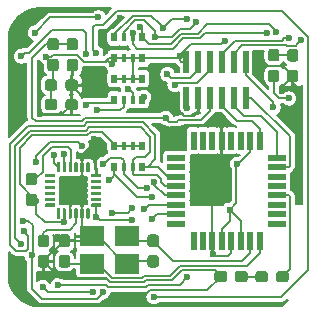
<source format=gtl>
%MOIN*%
%OFA0B0*%
%FSLAX46Y46*%
%IPPOS*%
%LPD*%
%ADD10C,0.0039370078740157488*%
%ADD11C,0.011811023622047244*%
%ADD12R,0.082677165354330714X0.070866141732283464*%
%ADD13R,0.062992125984251982X0.021653543307086617*%
%ADD14R,0.021653543307086617X0.062992125984251982*%
%ADD15R,0.01968503937007874X0.031496062992125991*%
%ADD16R,0.015748031496062995X0.031496062992125991*%
%ADD17C,0.037401574803149609*%
%ADD18R,0.01968503937007874X0.072834645669291348*%
%ADD19C,0.023622047244094488*%
%ADD20C,0.0078740157480314977*%
%LPD*%
G04 next file*
%LPD*%
G04 #@! TF.GenerationSoftware,KiCad,Pcbnew,(5.1.2)-1*
G04 #@! TF.CreationDate,2019-11-08T13:50:46+05:30*
G04 #@! TF.ProjectId,TALK,54414c4b-2e6b-4696-9361-645f70636258,rev?*
G04 #@! TF.SameCoordinates,Original*
G04 #@! TF.FileFunction,Copper,L1,Top*
G04 #@! TF.FilePolarity,Positive*
G04 Gerber Fmt 4.6, Leading zero omitted, Abs format (unit mm)*
G04 Created by KiCad (PCBNEW (5.1.2)-1) date 2019-11-08 13:50:46*
G04 APERTURE LIST*
G04 APERTURE END LIST*
D10*
G36*
X0001452612Y0002949040D02*
G01*
X0001452898Y0002948998D01*
X0001453179Y0002948927D01*
X0001453452Y0002948830D01*
X0001453714Y0002948706D01*
X0001453963Y0002948557D01*
X0001454195Y0002948384D01*
X0001454410Y0002948190D01*
X0001454605Y0002947975D01*
X0001454777Y0002947742D01*
X0001454926Y0002947494D01*
X0001455050Y0002947232D01*
X0001455148Y0002946959D01*
X0001455218Y0002946678D01*
X0001455261Y0002946391D01*
X0001455275Y0002946102D01*
X0001455275Y0002918543D01*
X0001455261Y0002918253D01*
X0001455218Y0002917967D01*
X0001455148Y0002917686D01*
X0001455050Y0002917413D01*
X0001454926Y0002917151D01*
X0001454777Y0002916902D01*
X0001454605Y0002916670D01*
X0001454410Y0002916455D01*
X0001454195Y0002916260D01*
X0001453963Y0002916088D01*
X0001453714Y0002915939D01*
X0001453452Y0002915815D01*
X0001453179Y0002915717D01*
X0001452898Y0002915647D01*
X0001452612Y0002915604D01*
X0001452322Y0002915590D01*
X0001446417Y0002915590D01*
X0001446127Y0002915604D01*
X0001445841Y0002915647D01*
X0001445560Y0002915717D01*
X0001445287Y0002915815D01*
X0001445025Y0002915939D01*
X0001444776Y0002916088D01*
X0001444544Y0002916260D01*
X0001444329Y0002916455D01*
X0001444134Y0002916670D01*
X0001443962Y0002916902D01*
X0001443813Y0002917151D01*
X0001443689Y0002917413D01*
X0001443591Y0002917686D01*
X0001443521Y0002917967D01*
X0001443478Y0002918253D01*
X0001443464Y0002918543D01*
X0001443464Y0002946102D01*
X0001443478Y0002946391D01*
X0001443521Y0002946678D01*
X0001443591Y0002946959D01*
X0001443689Y0002947232D01*
X0001443813Y0002947494D01*
X0001443962Y0002947742D01*
X0001444134Y0002947975D01*
X0001444329Y0002948190D01*
X0001444544Y0002948384D01*
X0001444776Y0002948557D01*
X0001445025Y0002948706D01*
X0001445287Y0002948830D01*
X0001445560Y0002948927D01*
X0001445841Y0002948998D01*
X0001446127Y0002949040D01*
X0001446417Y0002949055D01*
X0001452322Y0002949055D01*
X0001452612Y0002949040D01*
X0001452612Y0002949040D01*
G37*
D11*
X0001449370Y0002932322D03*
D10*
G36*
X0001472297Y0002949040D02*
G01*
X0001472583Y0002948998D01*
X0001472864Y0002948927D01*
X0001473137Y0002948830D01*
X0001473399Y0002948706D01*
X0001473648Y0002948557D01*
X0001473881Y0002948384D01*
X0001474095Y0002948190D01*
X0001474290Y0002947975D01*
X0001474462Y0002947742D01*
X0001474611Y0002947494D01*
X0001474735Y0002947232D01*
X0001474833Y0002946959D01*
X0001474903Y0002946678D01*
X0001474946Y0002946391D01*
X0001474960Y0002946102D01*
X0001474960Y0002918543D01*
X0001474946Y0002918253D01*
X0001474903Y0002917967D01*
X0001474833Y0002917686D01*
X0001474735Y0002917413D01*
X0001474611Y0002917151D01*
X0001474462Y0002916902D01*
X0001474290Y0002916670D01*
X0001474095Y0002916455D01*
X0001473881Y0002916260D01*
X0001473648Y0002916088D01*
X0001473399Y0002915939D01*
X0001473137Y0002915815D01*
X0001472864Y0002915717D01*
X0001472583Y0002915647D01*
X0001472297Y0002915604D01*
X0001472007Y0002915590D01*
X0001466102Y0002915590D01*
X0001465812Y0002915604D01*
X0001465526Y0002915647D01*
X0001465245Y0002915717D01*
X0001464972Y0002915815D01*
X0001464710Y0002915939D01*
X0001464461Y0002916088D01*
X0001464229Y0002916260D01*
X0001464014Y0002916455D01*
X0001463819Y0002916670D01*
X0001463647Y0002916902D01*
X0001463498Y0002917151D01*
X0001463374Y0002917413D01*
X0001463276Y0002917686D01*
X0001463206Y0002917967D01*
X0001463163Y0002918253D01*
X0001463149Y0002918543D01*
X0001463149Y0002946102D01*
X0001463163Y0002946391D01*
X0001463206Y0002946678D01*
X0001463276Y0002946959D01*
X0001463374Y0002947232D01*
X0001463498Y0002947494D01*
X0001463647Y0002947742D01*
X0001463819Y0002947975D01*
X0001464014Y0002948190D01*
X0001464229Y0002948384D01*
X0001464461Y0002948557D01*
X0001464710Y0002948706D01*
X0001464972Y0002948830D01*
X0001465245Y0002948927D01*
X0001465526Y0002948998D01*
X0001465812Y0002949040D01*
X0001466102Y0002949055D01*
X0001472007Y0002949055D01*
X0001472297Y0002949040D01*
X0001472297Y0002949040D01*
G37*
D11*
X0001469055Y0002932322D03*
D10*
G36*
X0001491982Y0002949040D02*
G01*
X0001492268Y0002948998D01*
X0001492550Y0002948927D01*
X0001492822Y0002948830D01*
X0001493084Y0002948706D01*
X0001493333Y0002948557D01*
X0001493566Y0002948384D01*
X0001493780Y0002948190D01*
X0001493975Y0002947975D01*
X0001494147Y0002947742D01*
X0001494296Y0002947494D01*
X0001494420Y0002947232D01*
X0001494518Y0002946959D01*
X0001494588Y0002946678D01*
X0001494631Y0002946391D01*
X0001494645Y0002946102D01*
X0001494645Y0002918543D01*
X0001494631Y0002918253D01*
X0001494588Y0002917967D01*
X0001494518Y0002917686D01*
X0001494420Y0002917413D01*
X0001494296Y0002917151D01*
X0001494147Y0002916902D01*
X0001493975Y0002916670D01*
X0001493780Y0002916455D01*
X0001493566Y0002916260D01*
X0001493333Y0002916088D01*
X0001493084Y0002915939D01*
X0001492822Y0002915815D01*
X0001492550Y0002915717D01*
X0001492268Y0002915647D01*
X0001491982Y0002915604D01*
X0001491692Y0002915590D01*
X0001485787Y0002915590D01*
X0001485497Y0002915604D01*
X0001485211Y0002915647D01*
X0001484930Y0002915717D01*
X0001484657Y0002915815D01*
X0001484395Y0002915939D01*
X0001484146Y0002916088D01*
X0001483914Y0002916260D01*
X0001483699Y0002916455D01*
X0001483504Y0002916670D01*
X0001483332Y0002916902D01*
X0001483183Y0002917151D01*
X0001483059Y0002917413D01*
X0001482961Y0002917686D01*
X0001482891Y0002917967D01*
X0001482848Y0002918253D01*
X0001482834Y0002918543D01*
X0001482834Y0002946102D01*
X0001482848Y0002946391D01*
X0001482891Y0002946678D01*
X0001482961Y0002946959D01*
X0001483059Y0002947232D01*
X0001483183Y0002947494D01*
X0001483332Y0002947742D01*
X0001483504Y0002947975D01*
X0001483699Y0002948190D01*
X0001483914Y0002948384D01*
X0001484146Y0002948557D01*
X0001484395Y0002948706D01*
X0001484657Y0002948830D01*
X0001484930Y0002948927D01*
X0001485211Y0002948998D01*
X0001485497Y0002949040D01*
X0001485787Y0002949055D01*
X0001491692Y0002949055D01*
X0001491982Y0002949040D01*
X0001491982Y0002949040D01*
G37*
D11*
X0001488740Y0002932322D03*
D10*
G36*
X0001511667Y0002949040D02*
G01*
X0001511953Y0002948998D01*
X0001512235Y0002948927D01*
X0001512507Y0002948830D01*
X0001512769Y0002948706D01*
X0001513018Y0002948557D01*
X0001513251Y0002948384D01*
X0001513465Y0002948190D01*
X0001513660Y0002947975D01*
X0001513833Y0002947742D01*
X0001513982Y0002947494D01*
X0001514105Y0002947232D01*
X0001514203Y0002946959D01*
X0001514273Y0002946678D01*
X0001514316Y0002946391D01*
X0001514330Y0002946102D01*
X0001514330Y0002918543D01*
X0001514316Y0002918253D01*
X0001514273Y0002917967D01*
X0001514203Y0002917686D01*
X0001514105Y0002917413D01*
X0001513982Y0002917151D01*
X0001513833Y0002916902D01*
X0001513660Y0002916670D01*
X0001513465Y0002916455D01*
X0001513251Y0002916260D01*
X0001513018Y0002916088D01*
X0001512769Y0002915939D01*
X0001512507Y0002915815D01*
X0001512235Y0002915717D01*
X0001511953Y0002915647D01*
X0001511667Y0002915604D01*
X0001511377Y0002915590D01*
X0001505472Y0002915590D01*
X0001505183Y0002915604D01*
X0001504896Y0002915647D01*
X0001504615Y0002915717D01*
X0001504342Y0002915815D01*
X0001504080Y0002915939D01*
X0001503831Y0002916088D01*
X0001503599Y0002916260D01*
X0001503384Y0002916455D01*
X0001503189Y0002916670D01*
X0001503017Y0002916902D01*
X0001502868Y0002917151D01*
X0001502744Y0002917413D01*
X0001502646Y0002917686D01*
X0001502576Y0002917967D01*
X0001502533Y0002918253D01*
X0001502519Y0002918543D01*
X0001502519Y0002946102D01*
X0001502533Y0002946391D01*
X0001502576Y0002946678D01*
X0001502646Y0002946959D01*
X0001502744Y0002947232D01*
X0001502868Y0002947494D01*
X0001503017Y0002947742D01*
X0001503189Y0002947975D01*
X0001503384Y0002948190D01*
X0001503599Y0002948384D01*
X0001503831Y0002948557D01*
X0001504080Y0002948706D01*
X0001504342Y0002948830D01*
X0001504615Y0002948927D01*
X0001504896Y0002948998D01*
X0001505183Y0002949040D01*
X0001505472Y0002949055D01*
X0001511377Y0002949055D01*
X0001511667Y0002949040D01*
X0001511667Y0002949040D01*
G37*
D11*
X0001508425Y0002932322D03*
D10*
G36*
X0001531352Y0002949040D02*
G01*
X0001531639Y0002948998D01*
X0001531920Y0002948927D01*
X0001532192Y0002948830D01*
X0001532454Y0002948706D01*
X0001532703Y0002948557D01*
X0001532936Y0002948384D01*
X0001533150Y0002948190D01*
X0001533345Y0002947975D01*
X0001533518Y0002947742D01*
X0001533667Y0002947494D01*
X0001533790Y0002947232D01*
X0001533888Y0002946959D01*
X0001533959Y0002946678D01*
X0001534001Y0002946391D01*
X0001534015Y0002946102D01*
X0001534015Y0002918543D01*
X0001534001Y0002918253D01*
X0001533959Y0002917967D01*
X0001533888Y0002917686D01*
X0001533790Y0002917413D01*
X0001533667Y0002917151D01*
X0001533518Y0002916902D01*
X0001533345Y0002916670D01*
X0001533150Y0002916455D01*
X0001532936Y0002916260D01*
X0001532703Y0002916088D01*
X0001532454Y0002915939D01*
X0001532192Y0002915815D01*
X0001531920Y0002915717D01*
X0001531639Y0002915647D01*
X0001531352Y0002915604D01*
X0001531062Y0002915590D01*
X0001525157Y0002915590D01*
X0001524868Y0002915604D01*
X0001524581Y0002915647D01*
X0001524300Y0002915717D01*
X0001524027Y0002915815D01*
X0001523765Y0002915939D01*
X0001523516Y0002916088D01*
X0001523284Y0002916260D01*
X0001523069Y0002916455D01*
X0001522874Y0002916670D01*
X0001522702Y0002916902D01*
X0001522553Y0002917151D01*
X0001522429Y0002917413D01*
X0001522331Y0002917686D01*
X0001522261Y0002917967D01*
X0001522218Y0002918253D01*
X0001522204Y0002918543D01*
X0001522204Y0002946102D01*
X0001522218Y0002946391D01*
X0001522261Y0002946678D01*
X0001522331Y0002946959D01*
X0001522429Y0002947232D01*
X0001522553Y0002947494D01*
X0001522702Y0002947742D01*
X0001522874Y0002947975D01*
X0001523069Y0002948190D01*
X0001523284Y0002948384D01*
X0001523516Y0002948557D01*
X0001523765Y0002948706D01*
X0001524027Y0002948830D01*
X0001524300Y0002948927D01*
X0001524581Y0002948998D01*
X0001524868Y0002949040D01*
X0001525157Y0002949055D01*
X0001531062Y0002949055D01*
X0001531352Y0002949040D01*
X0001531352Y0002949040D01*
G37*
D11*
X0001528110Y0002932322D03*
D10*
G36*
X0001551037Y0002949040D02*
G01*
X0001551324Y0002948998D01*
X0001551605Y0002948927D01*
X0001551877Y0002948830D01*
X0001552139Y0002948706D01*
X0001552388Y0002948557D01*
X0001552621Y0002948384D01*
X0001552835Y0002948190D01*
X0001553030Y0002947975D01*
X0001553203Y0002947742D01*
X0001553352Y0002947494D01*
X0001553476Y0002947232D01*
X0001553573Y0002946959D01*
X0001553644Y0002946678D01*
X0001553686Y0002946391D01*
X0001553700Y0002946102D01*
X0001553700Y0002918543D01*
X0001553686Y0002918253D01*
X0001553644Y0002917967D01*
X0001553573Y0002917686D01*
X0001553476Y0002917413D01*
X0001553352Y0002917151D01*
X0001553203Y0002916902D01*
X0001553030Y0002916670D01*
X0001552835Y0002916455D01*
X0001552621Y0002916260D01*
X0001552388Y0002916088D01*
X0001552139Y0002915939D01*
X0001551877Y0002915815D01*
X0001551605Y0002915717D01*
X0001551324Y0002915647D01*
X0001551037Y0002915604D01*
X0001550748Y0002915590D01*
X0001544842Y0002915590D01*
X0001544553Y0002915604D01*
X0001544266Y0002915647D01*
X0001543985Y0002915717D01*
X0001543712Y0002915815D01*
X0001543450Y0002915939D01*
X0001543202Y0002916088D01*
X0001542969Y0002916260D01*
X0001542754Y0002916455D01*
X0001542560Y0002916670D01*
X0001542387Y0002916902D01*
X0001542238Y0002917151D01*
X0001542114Y0002917413D01*
X0001542016Y0002917686D01*
X0001541946Y0002917967D01*
X0001541903Y0002918253D01*
X0001541889Y0002918543D01*
X0001541889Y0002946102D01*
X0001541903Y0002946391D01*
X0001541946Y0002946678D01*
X0001542016Y0002946959D01*
X0001542114Y0002947232D01*
X0001542238Y0002947494D01*
X0001542387Y0002947742D01*
X0001542560Y0002947975D01*
X0001542754Y0002948190D01*
X0001542969Y0002948384D01*
X0001543202Y0002948557D01*
X0001543450Y0002948706D01*
X0001543712Y0002948830D01*
X0001543985Y0002948927D01*
X0001544266Y0002948998D01*
X0001544553Y0002949040D01*
X0001544842Y0002949055D01*
X0001550748Y0002949055D01*
X0001551037Y0002949040D01*
X0001551037Y0002949040D01*
G37*
D11*
X0001547795Y0002932322D03*
D10*
G36*
X0001589423Y0002910655D02*
G01*
X0001589709Y0002910612D01*
X0001589990Y0002910542D01*
X0001590263Y0002910444D01*
X0001590525Y0002910320D01*
X0001590774Y0002910171D01*
X0001591007Y0002909999D01*
X0001591221Y0002909804D01*
X0001591416Y0002909589D01*
X0001591588Y0002909357D01*
X0001591737Y0002909108D01*
X0001591861Y0002908846D01*
X0001591959Y0002908573D01*
X0001592029Y0002908292D01*
X0001592072Y0002908005D01*
X0001592086Y0002907716D01*
X0001592086Y0002901811D01*
X0001592072Y0002901521D01*
X0001592029Y0002901234D01*
X0001591959Y0002900953D01*
X0001591861Y0002900681D01*
X0001591737Y0002900419D01*
X0001591588Y0002900170D01*
X0001591416Y0002899937D01*
X0001591221Y0002899723D01*
X0001591007Y0002899528D01*
X0001590774Y0002899355D01*
X0001590525Y0002899206D01*
X0001590263Y0002899083D01*
X0001589990Y0002898985D01*
X0001589709Y0002898915D01*
X0001589423Y0002898872D01*
X0001589133Y0002898858D01*
X0001561574Y0002898858D01*
X0001561285Y0002898872D01*
X0001560998Y0002898915D01*
X0001560717Y0002898985D01*
X0001560444Y0002899083D01*
X0001560182Y0002899206D01*
X0001559934Y0002899355D01*
X0001559701Y0002899528D01*
X0001559486Y0002899723D01*
X0001559292Y0002899937D01*
X0001559119Y0002900170D01*
X0001558970Y0002900419D01*
X0001558846Y0002900681D01*
X0001558749Y0002900953D01*
X0001558678Y0002901234D01*
X0001558636Y0002901521D01*
X0001558622Y0002901811D01*
X0001558622Y0002907716D01*
X0001558636Y0002908005D01*
X0001558678Y0002908292D01*
X0001558749Y0002908573D01*
X0001558846Y0002908846D01*
X0001558970Y0002909108D01*
X0001559119Y0002909357D01*
X0001559292Y0002909589D01*
X0001559486Y0002909804D01*
X0001559701Y0002909999D01*
X0001559934Y0002910171D01*
X0001560182Y0002910320D01*
X0001560444Y0002910444D01*
X0001560717Y0002910542D01*
X0001560998Y0002910612D01*
X0001561285Y0002910655D01*
X0001561574Y0002910669D01*
X0001589133Y0002910669D01*
X0001589423Y0002910655D01*
X0001589423Y0002910655D01*
G37*
D11*
X0001575354Y0002904763D03*
D10*
G36*
X0001589423Y0002890970D02*
G01*
X0001589709Y0002890927D01*
X0001589990Y0002890857D01*
X0001590263Y0002890759D01*
X0001590525Y0002890635D01*
X0001590774Y0002890486D01*
X0001591007Y0002890314D01*
X0001591221Y0002890119D01*
X0001591416Y0002889904D01*
X0001591588Y0002889671D01*
X0001591737Y0002889423D01*
X0001591861Y0002889161D01*
X0001591959Y0002888888D01*
X0001592029Y0002888607D01*
X0001592072Y0002888320D01*
X0001592086Y0002888031D01*
X0001592086Y0002882125D01*
X0001592072Y0002881836D01*
X0001592029Y0002881549D01*
X0001591959Y0002881268D01*
X0001591861Y0002880996D01*
X0001591737Y0002880734D01*
X0001591588Y0002880485D01*
X0001591416Y0002880252D01*
X0001591221Y0002880038D01*
X0001591007Y0002879843D01*
X0001590774Y0002879670D01*
X0001590525Y0002879521D01*
X0001590263Y0002879397D01*
X0001589990Y0002879300D01*
X0001589709Y0002879229D01*
X0001589423Y0002879187D01*
X0001589133Y0002879173D01*
X0001561574Y0002879173D01*
X0001561285Y0002879187D01*
X0001560998Y0002879229D01*
X0001560717Y0002879300D01*
X0001560444Y0002879397D01*
X0001560182Y0002879521D01*
X0001559934Y0002879670D01*
X0001559701Y0002879843D01*
X0001559486Y0002880038D01*
X0001559292Y0002880252D01*
X0001559119Y0002880485D01*
X0001558970Y0002880734D01*
X0001558846Y0002880996D01*
X0001558749Y0002881268D01*
X0001558678Y0002881549D01*
X0001558636Y0002881836D01*
X0001558622Y0002882125D01*
X0001558622Y0002888031D01*
X0001558636Y0002888320D01*
X0001558678Y0002888607D01*
X0001558749Y0002888888D01*
X0001558846Y0002889161D01*
X0001558970Y0002889423D01*
X0001559119Y0002889671D01*
X0001559292Y0002889904D01*
X0001559486Y0002890119D01*
X0001559701Y0002890314D01*
X0001559934Y0002890486D01*
X0001560182Y0002890635D01*
X0001560444Y0002890759D01*
X0001560717Y0002890857D01*
X0001560998Y0002890927D01*
X0001561285Y0002890970D01*
X0001561574Y0002890984D01*
X0001589133Y0002890984D01*
X0001589423Y0002890970D01*
X0001589423Y0002890970D01*
G37*
D11*
X0001575354Y0002885078D03*
D10*
G36*
X0001589423Y0002871285D02*
G01*
X0001589709Y0002871242D01*
X0001589990Y0002871172D01*
X0001590263Y0002871074D01*
X0001590525Y0002870950D01*
X0001590774Y0002870801D01*
X0001591007Y0002870628D01*
X0001591221Y0002870434D01*
X0001591416Y0002870219D01*
X0001591588Y0002869986D01*
X0001591737Y0002869738D01*
X0001591861Y0002869476D01*
X0001591959Y0002869203D01*
X0001592029Y0002868922D01*
X0001592072Y0002868635D01*
X0001592086Y0002868346D01*
X0001592086Y0002862440D01*
X0001592072Y0002862151D01*
X0001592029Y0002861864D01*
X0001591959Y0002861583D01*
X0001591861Y0002861310D01*
X0001591737Y0002861049D01*
X0001591588Y0002860800D01*
X0001591416Y0002860567D01*
X0001591221Y0002860353D01*
X0001591007Y0002860158D01*
X0001590774Y0002859985D01*
X0001590525Y0002859836D01*
X0001590263Y0002859712D01*
X0001589990Y0002859615D01*
X0001589709Y0002859544D01*
X0001589423Y0002859502D01*
X0001589133Y0002859488D01*
X0001561574Y0002859488D01*
X0001561285Y0002859502D01*
X0001560998Y0002859544D01*
X0001560717Y0002859615D01*
X0001560444Y0002859712D01*
X0001560182Y0002859836D01*
X0001559934Y0002859985D01*
X0001559701Y0002860158D01*
X0001559486Y0002860353D01*
X0001559292Y0002860567D01*
X0001559119Y0002860800D01*
X0001558970Y0002861049D01*
X0001558846Y0002861310D01*
X0001558749Y0002861583D01*
X0001558678Y0002861864D01*
X0001558636Y0002862151D01*
X0001558622Y0002862440D01*
X0001558622Y0002868346D01*
X0001558636Y0002868635D01*
X0001558678Y0002868922D01*
X0001558749Y0002869203D01*
X0001558846Y0002869476D01*
X0001558970Y0002869738D01*
X0001559119Y0002869986D01*
X0001559292Y0002870219D01*
X0001559486Y0002870434D01*
X0001559701Y0002870628D01*
X0001559934Y0002870801D01*
X0001560182Y0002870950D01*
X0001560444Y0002871074D01*
X0001560717Y0002871172D01*
X0001560998Y0002871242D01*
X0001561285Y0002871285D01*
X0001561574Y0002871299D01*
X0001589133Y0002871299D01*
X0001589423Y0002871285D01*
X0001589423Y0002871285D01*
G37*
D11*
X0001575354Y0002865393D03*
D10*
G36*
X0001589423Y0002851599D02*
G01*
X0001589709Y0002851557D01*
X0001589990Y0002851487D01*
X0001590263Y0002851389D01*
X0001590525Y0002851265D01*
X0001590774Y0002851116D01*
X0001591007Y0002850943D01*
X0001591221Y0002850749D01*
X0001591416Y0002850534D01*
X0001591588Y0002850301D01*
X0001591737Y0002850053D01*
X0001591861Y0002849791D01*
X0001591959Y0002849518D01*
X0001592029Y0002849237D01*
X0001592072Y0002848950D01*
X0001592086Y0002848661D01*
X0001592086Y0002842755D01*
X0001592072Y0002842466D01*
X0001592029Y0002842179D01*
X0001591959Y0002841898D01*
X0001591861Y0002841625D01*
X0001591737Y0002841363D01*
X0001591588Y0002841115D01*
X0001591416Y0002840882D01*
X0001591221Y0002840667D01*
X0001591007Y0002840473D01*
X0001590774Y0002840300D01*
X0001590525Y0002840151D01*
X0001590263Y0002840027D01*
X0001589990Y0002839930D01*
X0001589709Y0002839859D01*
X0001589423Y0002839817D01*
X0001589133Y0002839803D01*
X0001561574Y0002839803D01*
X0001561285Y0002839817D01*
X0001560998Y0002839859D01*
X0001560717Y0002839930D01*
X0001560444Y0002840027D01*
X0001560182Y0002840151D01*
X0001559934Y0002840300D01*
X0001559701Y0002840473D01*
X0001559486Y0002840667D01*
X0001559292Y0002840882D01*
X0001559119Y0002841115D01*
X0001558970Y0002841363D01*
X0001558846Y0002841625D01*
X0001558749Y0002841898D01*
X0001558678Y0002842179D01*
X0001558636Y0002842466D01*
X0001558622Y0002842755D01*
X0001558622Y0002848661D01*
X0001558636Y0002848950D01*
X0001558678Y0002849237D01*
X0001558749Y0002849518D01*
X0001558846Y0002849791D01*
X0001558970Y0002850053D01*
X0001559119Y0002850301D01*
X0001559292Y0002850534D01*
X0001559486Y0002850749D01*
X0001559701Y0002850943D01*
X0001559934Y0002851116D01*
X0001560182Y0002851265D01*
X0001560444Y0002851389D01*
X0001560717Y0002851487D01*
X0001560998Y0002851557D01*
X0001561285Y0002851599D01*
X0001561574Y0002851614D01*
X0001589133Y0002851614D01*
X0001589423Y0002851599D01*
X0001589423Y0002851599D01*
G37*
D11*
X0001575354Y0002845708D03*
D10*
G36*
X0001589423Y0002831914D02*
G01*
X0001589709Y0002831872D01*
X0001589990Y0002831802D01*
X0001590263Y0002831704D01*
X0001590525Y0002831580D01*
X0001590774Y0002831431D01*
X0001591007Y0002831258D01*
X0001591221Y0002831064D01*
X0001591416Y0002830849D01*
X0001591588Y0002830616D01*
X0001591737Y0002830368D01*
X0001591861Y0002830106D01*
X0001591959Y0002829833D01*
X0001592029Y0002829552D01*
X0001592072Y0002829265D01*
X0001592086Y0002828976D01*
X0001592086Y0002823070D01*
X0001592072Y0002822781D01*
X0001592029Y0002822494D01*
X0001591959Y0002822213D01*
X0001591861Y0002821940D01*
X0001591737Y0002821678D01*
X0001591588Y0002821430D01*
X0001591416Y0002821197D01*
X0001591221Y0002820982D01*
X0001591007Y0002820788D01*
X0001590774Y0002820615D01*
X0001590525Y0002820466D01*
X0001590263Y0002820342D01*
X0001589990Y0002820245D01*
X0001589709Y0002820174D01*
X0001589423Y0002820132D01*
X0001589133Y0002820118D01*
X0001561574Y0002820118D01*
X0001561285Y0002820132D01*
X0001560998Y0002820174D01*
X0001560717Y0002820245D01*
X0001560444Y0002820342D01*
X0001560182Y0002820466D01*
X0001559934Y0002820615D01*
X0001559701Y0002820788D01*
X0001559486Y0002820982D01*
X0001559292Y0002821197D01*
X0001559119Y0002821430D01*
X0001558970Y0002821678D01*
X0001558846Y0002821940D01*
X0001558749Y0002822213D01*
X0001558678Y0002822494D01*
X0001558636Y0002822781D01*
X0001558622Y0002823070D01*
X0001558622Y0002828976D01*
X0001558636Y0002829265D01*
X0001558678Y0002829552D01*
X0001558749Y0002829833D01*
X0001558846Y0002830106D01*
X0001558970Y0002830368D01*
X0001559119Y0002830616D01*
X0001559292Y0002830849D01*
X0001559486Y0002831064D01*
X0001559701Y0002831258D01*
X0001559934Y0002831431D01*
X0001560182Y0002831580D01*
X0001560444Y0002831704D01*
X0001560717Y0002831802D01*
X0001560998Y0002831872D01*
X0001561285Y0002831914D01*
X0001561574Y0002831929D01*
X0001589133Y0002831929D01*
X0001589423Y0002831914D01*
X0001589423Y0002831914D01*
G37*
D11*
X0001575354Y0002826023D03*
D10*
G36*
X0001589423Y0002812229D02*
G01*
X0001589709Y0002812187D01*
X0001589990Y0002812116D01*
X0001590263Y0002812019D01*
X0001590525Y0002811895D01*
X0001590774Y0002811746D01*
X0001591007Y0002811573D01*
X0001591221Y0002811379D01*
X0001591416Y0002811164D01*
X0001591588Y0002810931D01*
X0001591737Y0002810683D01*
X0001591861Y0002810421D01*
X0001591959Y0002810148D01*
X0001592029Y0002809867D01*
X0001592072Y0002809580D01*
X0001592086Y0002809291D01*
X0001592086Y0002803385D01*
X0001592072Y0002803096D01*
X0001592029Y0002802809D01*
X0001591959Y0002802528D01*
X0001591861Y0002802255D01*
X0001591737Y0002801993D01*
X0001591588Y0002801745D01*
X0001591416Y0002801512D01*
X0001591221Y0002801297D01*
X0001591007Y0002801103D01*
X0001590774Y0002800930D01*
X0001590525Y0002800781D01*
X0001590263Y0002800657D01*
X0001589990Y0002800560D01*
X0001589709Y0002800489D01*
X0001589423Y0002800447D01*
X0001589133Y0002800433D01*
X0001561574Y0002800433D01*
X0001561285Y0002800447D01*
X0001560998Y0002800489D01*
X0001560717Y0002800560D01*
X0001560444Y0002800657D01*
X0001560182Y0002800781D01*
X0001559934Y0002800930D01*
X0001559701Y0002801103D01*
X0001559486Y0002801297D01*
X0001559292Y0002801512D01*
X0001559119Y0002801745D01*
X0001558970Y0002801993D01*
X0001558846Y0002802255D01*
X0001558749Y0002802528D01*
X0001558678Y0002802809D01*
X0001558636Y0002803096D01*
X0001558622Y0002803385D01*
X0001558622Y0002809291D01*
X0001558636Y0002809580D01*
X0001558678Y0002809867D01*
X0001558749Y0002810148D01*
X0001558846Y0002810421D01*
X0001558970Y0002810683D01*
X0001559119Y0002810931D01*
X0001559292Y0002811164D01*
X0001559486Y0002811379D01*
X0001559701Y0002811573D01*
X0001559934Y0002811746D01*
X0001560182Y0002811895D01*
X0001560444Y0002812019D01*
X0001560717Y0002812116D01*
X0001560998Y0002812187D01*
X0001561285Y0002812229D01*
X0001561574Y0002812244D01*
X0001589133Y0002812244D01*
X0001589423Y0002812229D01*
X0001589423Y0002812229D01*
G37*
D11*
X0001575354Y0002806338D03*
D10*
G36*
X0001551037Y0002795497D02*
G01*
X0001551324Y0002795455D01*
X0001551605Y0002795384D01*
X0001551877Y0002795287D01*
X0001552139Y0002795163D01*
X0001552388Y0002795014D01*
X0001552621Y0002794841D01*
X0001552835Y0002794646D01*
X0001553030Y0002794432D01*
X0001553203Y0002794199D01*
X0001553352Y0002793950D01*
X0001553476Y0002793689D01*
X0001553573Y0002793416D01*
X0001553644Y0002793135D01*
X0001553686Y0002792848D01*
X0001553700Y0002792559D01*
X0001553700Y0002765000D01*
X0001553686Y0002764710D01*
X0001553644Y0002764423D01*
X0001553573Y0002764142D01*
X0001553476Y0002763870D01*
X0001553352Y0002763608D01*
X0001553203Y0002763359D01*
X0001553030Y0002763126D01*
X0001552835Y0002762912D01*
X0001552621Y0002762717D01*
X0001552388Y0002762544D01*
X0001552139Y0002762395D01*
X0001551877Y0002762272D01*
X0001551605Y0002762174D01*
X0001551324Y0002762103D01*
X0001551037Y0002762061D01*
X0001550748Y0002762047D01*
X0001544842Y0002762047D01*
X0001544553Y0002762061D01*
X0001544266Y0002762103D01*
X0001543985Y0002762174D01*
X0001543712Y0002762272D01*
X0001543450Y0002762395D01*
X0001543202Y0002762544D01*
X0001542969Y0002762717D01*
X0001542754Y0002762912D01*
X0001542560Y0002763126D01*
X0001542387Y0002763359D01*
X0001542238Y0002763608D01*
X0001542114Y0002763870D01*
X0001542016Y0002764142D01*
X0001541946Y0002764423D01*
X0001541903Y0002764710D01*
X0001541889Y0002765000D01*
X0001541889Y0002792559D01*
X0001541903Y0002792848D01*
X0001541946Y0002793135D01*
X0001542016Y0002793416D01*
X0001542114Y0002793689D01*
X0001542238Y0002793950D01*
X0001542387Y0002794199D01*
X0001542560Y0002794432D01*
X0001542754Y0002794646D01*
X0001542969Y0002794841D01*
X0001543202Y0002795014D01*
X0001543450Y0002795163D01*
X0001543712Y0002795287D01*
X0001543985Y0002795384D01*
X0001544266Y0002795455D01*
X0001544553Y0002795497D01*
X0001544842Y0002795511D01*
X0001550748Y0002795511D01*
X0001551037Y0002795497D01*
X0001551037Y0002795497D01*
G37*
D11*
X0001547795Y0002778779D03*
D10*
G36*
X0001531352Y0002795497D02*
G01*
X0001531639Y0002795455D01*
X0001531920Y0002795384D01*
X0001532192Y0002795287D01*
X0001532454Y0002795163D01*
X0001532703Y0002795014D01*
X0001532936Y0002794841D01*
X0001533150Y0002794646D01*
X0001533345Y0002794432D01*
X0001533518Y0002794199D01*
X0001533667Y0002793950D01*
X0001533790Y0002793689D01*
X0001533888Y0002793416D01*
X0001533959Y0002793135D01*
X0001534001Y0002792848D01*
X0001534015Y0002792559D01*
X0001534015Y0002765000D01*
X0001534001Y0002764710D01*
X0001533959Y0002764423D01*
X0001533888Y0002764142D01*
X0001533790Y0002763870D01*
X0001533667Y0002763608D01*
X0001533518Y0002763359D01*
X0001533345Y0002763126D01*
X0001533150Y0002762912D01*
X0001532936Y0002762717D01*
X0001532703Y0002762544D01*
X0001532454Y0002762395D01*
X0001532192Y0002762272D01*
X0001531920Y0002762174D01*
X0001531639Y0002762103D01*
X0001531352Y0002762061D01*
X0001531062Y0002762047D01*
X0001525157Y0002762047D01*
X0001524868Y0002762061D01*
X0001524581Y0002762103D01*
X0001524300Y0002762174D01*
X0001524027Y0002762272D01*
X0001523765Y0002762395D01*
X0001523516Y0002762544D01*
X0001523284Y0002762717D01*
X0001523069Y0002762912D01*
X0001522874Y0002763126D01*
X0001522702Y0002763359D01*
X0001522553Y0002763608D01*
X0001522429Y0002763870D01*
X0001522331Y0002764142D01*
X0001522261Y0002764423D01*
X0001522218Y0002764710D01*
X0001522204Y0002765000D01*
X0001522204Y0002792559D01*
X0001522218Y0002792848D01*
X0001522261Y0002793135D01*
X0001522331Y0002793416D01*
X0001522429Y0002793689D01*
X0001522553Y0002793950D01*
X0001522702Y0002794199D01*
X0001522874Y0002794432D01*
X0001523069Y0002794646D01*
X0001523284Y0002794841D01*
X0001523516Y0002795014D01*
X0001523765Y0002795163D01*
X0001524027Y0002795287D01*
X0001524300Y0002795384D01*
X0001524581Y0002795455D01*
X0001524868Y0002795497D01*
X0001525157Y0002795511D01*
X0001531062Y0002795511D01*
X0001531352Y0002795497D01*
X0001531352Y0002795497D01*
G37*
D11*
X0001528110Y0002778779D03*
D10*
G36*
X0001511667Y0002795497D02*
G01*
X0001511953Y0002795455D01*
X0001512235Y0002795384D01*
X0001512507Y0002795287D01*
X0001512769Y0002795163D01*
X0001513018Y0002795014D01*
X0001513251Y0002794841D01*
X0001513465Y0002794646D01*
X0001513660Y0002794432D01*
X0001513833Y0002794199D01*
X0001513982Y0002793950D01*
X0001514105Y0002793689D01*
X0001514203Y0002793416D01*
X0001514273Y0002793135D01*
X0001514316Y0002792848D01*
X0001514330Y0002792559D01*
X0001514330Y0002765000D01*
X0001514316Y0002764710D01*
X0001514273Y0002764423D01*
X0001514203Y0002764142D01*
X0001514105Y0002763870D01*
X0001513982Y0002763608D01*
X0001513833Y0002763359D01*
X0001513660Y0002763126D01*
X0001513465Y0002762912D01*
X0001513251Y0002762717D01*
X0001513018Y0002762544D01*
X0001512769Y0002762395D01*
X0001512507Y0002762272D01*
X0001512235Y0002762174D01*
X0001511953Y0002762103D01*
X0001511667Y0002762061D01*
X0001511377Y0002762047D01*
X0001505472Y0002762047D01*
X0001505183Y0002762061D01*
X0001504896Y0002762103D01*
X0001504615Y0002762174D01*
X0001504342Y0002762272D01*
X0001504080Y0002762395D01*
X0001503831Y0002762544D01*
X0001503599Y0002762717D01*
X0001503384Y0002762912D01*
X0001503189Y0002763126D01*
X0001503017Y0002763359D01*
X0001502868Y0002763608D01*
X0001502744Y0002763870D01*
X0001502646Y0002764142D01*
X0001502576Y0002764423D01*
X0001502533Y0002764710D01*
X0001502519Y0002765000D01*
X0001502519Y0002792559D01*
X0001502533Y0002792848D01*
X0001502576Y0002793135D01*
X0001502646Y0002793416D01*
X0001502744Y0002793689D01*
X0001502868Y0002793950D01*
X0001503017Y0002794199D01*
X0001503189Y0002794432D01*
X0001503384Y0002794646D01*
X0001503599Y0002794841D01*
X0001503831Y0002795014D01*
X0001504080Y0002795163D01*
X0001504342Y0002795287D01*
X0001504615Y0002795384D01*
X0001504896Y0002795455D01*
X0001505183Y0002795497D01*
X0001505472Y0002795511D01*
X0001511377Y0002795511D01*
X0001511667Y0002795497D01*
X0001511667Y0002795497D01*
G37*
D11*
X0001508425Y0002778779D03*
D10*
G36*
X0001491982Y0002795497D02*
G01*
X0001492268Y0002795455D01*
X0001492550Y0002795384D01*
X0001492822Y0002795287D01*
X0001493084Y0002795163D01*
X0001493333Y0002795014D01*
X0001493566Y0002794841D01*
X0001493780Y0002794646D01*
X0001493975Y0002794432D01*
X0001494147Y0002794199D01*
X0001494296Y0002793950D01*
X0001494420Y0002793689D01*
X0001494518Y0002793416D01*
X0001494588Y0002793135D01*
X0001494631Y0002792848D01*
X0001494645Y0002792559D01*
X0001494645Y0002765000D01*
X0001494631Y0002764710D01*
X0001494588Y0002764423D01*
X0001494518Y0002764142D01*
X0001494420Y0002763870D01*
X0001494296Y0002763608D01*
X0001494147Y0002763359D01*
X0001493975Y0002763126D01*
X0001493780Y0002762912D01*
X0001493566Y0002762717D01*
X0001493333Y0002762544D01*
X0001493084Y0002762395D01*
X0001492822Y0002762272D01*
X0001492550Y0002762174D01*
X0001492268Y0002762103D01*
X0001491982Y0002762061D01*
X0001491692Y0002762047D01*
X0001485787Y0002762047D01*
X0001485497Y0002762061D01*
X0001485211Y0002762103D01*
X0001484930Y0002762174D01*
X0001484657Y0002762272D01*
X0001484395Y0002762395D01*
X0001484146Y0002762544D01*
X0001483914Y0002762717D01*
X0001483699Y0002762912D01*
X0001483504Y0002763126D01*
X0001483332Y0002763359D01*
X0001483183Y0002763608D01*
X0001483059Y0002763870D01*
X0001482961Y0002764142D01*
X0001482891Y0002764423D01*
X0001482848Y0002764710D01*
X0001482834Y0002765000D01*
X0001482834Y0002792559D01*
X0001482848Y0002792848D01*
X0001482891Y0002793135D01*
X0001482961Y0002793416D01*
X0001483059Y0002793689D01*
X0001483183Y0002793950D01*
X0001483332Y0002794199D01*
X0001483504Y0002794432D01*
X0001483699Y0002794646D01*
X0001483914Y0002794841D01*
X0001484146Y0002795014D01*
X0001484395Y0002795163D01*
X0001484657Y0002795287D01*
X0001484930Y0002795384D01*
X0001485211Y0002795455D01*
X0001485497Y0002795497D01*
X0001485787Y0002795511D01*
X0001491692Y0002795511D01*
X0001491982Y0002795497D01*
X0001491982Y0002795497D01*
G37*
D11*
X0001488740Y0002778779D03*
D10*
G36*
X0001472297Y0002795497D02*
G01*
X0001472583Y0002795455D01*
X0001472864Y0002795384D01*
X0001473137Y0002795287D01*
X0001473399Y0002795163D01*
X0001473648Y0002795014D01*
X0001473881Y0002794841D01*
X0001474095Y0002794646D01*
X0001474290Y0002794432D01*
X0001474462Y0002794199D01*
X0001474611Y0002793950D01*
X0001474735Y0002793689D01*
X0001474833Y0002793416D01*
X0001474903Y0002793135D01*
X0001474946Y0002792848D01*
X0001474960Y0002792559D01*
X0001474960Y0002765000D01*
X0001474946Y0002764710D01*
X0001474903Y0002764423D01*
X0001474833Y0002764142D01*
X0001474735Y0002763870D01*
X0001474611Y0002763608D01*
X0001474462Y0002763359D01*
X0001474290Y0002763126D01*
X0001474095Y0002762912D01*
X0001473881Y0002762717D01*
X0001473648Y0002762544D01*
X0001473399Y0002762395D01*
X0001473137Y0002762272D01*
X0001472864Y0002762174D01*
X0001472583Y0002762103D01*
X0001472297Y0002762061D01*
X0001472007Y0002762047D01*
X0001466102Y0002762047D01*
X0001465812Y0002762061D01*
X0001465526Y0002762103D01*
X0001465245Y0002762174D01*
X0001464972Y0002762272D01*
X0001464710Y0002762395D01*
X0001464461Y0002762544D01*
X0001464229Y0002762717D01*
X0001464014Y0002762912D01*
X0001463819Y0002763126D01*
X0001463647Y0002763359D01*
X0001463498Y0002763608D01*
X0001463374Y0002763870D01*
X0001463276Y0002764142D01*
X0001463206Y0002764423D01*
X0001463163Y0002764710D01*
X0001463149Y0002765000D01*
X0001463149Y0002792559D01*
X0001463163Y0002792848D01*
X0001463206Y0002793135D01*
X0001463276Y0002793416D01*
X0001463374Y0002793689D01*
X0001463498Y0002793950D01*
X0001463647Y0002794199D01*
X0001463819Y0002794432D01*
X0001464014Y0002794646D01*
X0001464229Y0002794841D01*
X0001464461Y0002795014D01*
X0001464710Y0002795163D01*
X0001464972Y0002795287D01*
X0001465245Y0002795384D01*
X0001465526Y0002795455D01*
X0001465812Y0002795497D01*
X0001466102Y0002795511D01*
X0001472007Y0002795511D01*
X0001472297Y0002795497D01*
X0001472297Y0002795497D01*
G37*
D11*
X0001469055Y0002778779D03*
D10*
G36*
X0001452612Y0002795497D02*
G01*
X0001452898Y0002795455D01*
X0001453179Y0002795384D01*
X0001453452Y0002795287D01*
X0001453714Y0002795163D01*
X0001453963Y0002795014D01*
X0001454195Y0002794841D01*
X0001454410Y0002794646D01*
X0001454605Y0002794432D01*
X0001454777Y0002794199D01*
X0001454926Y0002793950D01*
X0001455050Y0002793689D01*
X0001455148Y0002793416D01*
X0001455218Y0002793135D01*
X0001455261Y0002792848D01*
X0001455275Y0002792559D01*
X0001455275Y0002765000D01*
X0001455261Y0002764710D01*
X0001455218Y0002764423D01*
X0001455148Y0002764142D01*
X0001455050Y0002763870D01*
X0001454926Y0002763608D01*
X0001454777Y0002763359D01*
X0001454605Y0002763126D01*
X0001454410Y0002762912D01*
X0001454195Y0002762717D01*
X0001453963Y0002762544D01*
X0001453714Y0002762395D01*
X0001453452Y0002762272D01*
X0001453179Y0002762174D01*
X0001452898Y0002762103D01*
X0001452612Y0002762061D01*
X0001452322Y0002762047D01*
X0001446417Y0002762047D01*
X0001446127Y0002762061D01*
X0001445841Y0002762103D01*
X0001445560Y0002762174D01*
X0001445287Y0002762272D01*
X0001445025Y0002762395D01*
X0001444776Y0002762544D01*
X0001444544Y0002762717D01*
X0001444329Y0002762912D01*
X0001444134Y0002763126D01*
X0001443962Y0002763359D01*
X0001443813Y0002763608D01*
X0001443689Y0002763870D01*
X0001443591Y0002764142D01*
X0001443521Y0002764423D01*
X0001443478Y0002764710D01*
X0001443464Y0002765000D01*
X0001443464Y0002792559D01*
X0001443478Y0002792848D01*
X0001443521Y0002793135D01*
X0001443591Y0002793416D01*
X0001443689Y0002793689D01*
X0001443813Y0002793950D01*
X0001443962Y0002794199D01*
X0001444134Y0002794432D01*
X0001444329Y0002794646D01*
X0001444544Y0002794841D01*
X0001444776Y0002795014D01*
X0001445025Y0002795163D01*
X0001445287Y0002795287D01*
X0001445560Y0002795384D01*
X0001445841Y0002795455D01*
X0001446127Y0002795497D01*
X0001446417Y0002795511D01*
X0001452322Y0002795511D01*
X0001452612Y0002795497D01*
X0001452612Y0002795497D01*
G37*
D11*
X0001449370Y0002778779D03*
D10*
G36*
X0001435879Y0002812229D02*
G01*
X0001436166Y0002812187D01*
X0001436447Y0002812116D01*
X0001436720Y0002812019D01*
X0001436982Y0002811895D01*
X0001437230Y0002811746D01*
X0001437463Y0002811573D01*
X0001437678Y0002811379D01*
X0001437873Y0002811164D01*
X0001438045Y0002810931D01*
X0001438194Y0002810683D01*
X0001438318Y0002810421D01*
X0001438416Y0002810148D01*
X0001438486Y0002809867D01*
X0001438529Y0002809580D01*
X0001438543Y0002809291D01*
X0001438543Y0002803385D01*
X0001438529Y0002803096D01*
X0001438486Y0002802809D01*
X0001438416Y0002802528D01*
X0001438318Y0002802255D01*
X0001438194Y0002801993D01*
X0001438045Y0002801745D01*
X0001437873Y0002801512D01*
X0001437678Y0002801297D01*
X0001437463Y0002801103D01*
X0001437230Y0002800930D01*
X0001436982Y0002800781D01*
X0001436720Y0002800657D01*
X0001436447Y0002800560D01*
X0001436166Y0002800489D01*
X0001435879Y0002800447D01*
X0001435590Y0002800433D01*
X0001408031Y0002800433D01*
X0001407742Y0002800447D01*
X0001407455Y0002800489D01*
X0001407174Y0002800560D01*
X0001406901Y0002800657D01*
X0001406639Y0002800781D01*
X0001406390Y0002800930D01*
X0001406158Y0002801103D01*
X0001405943Y0002801297D01*
X0001405748Y0002801512D01*
X0001405576Y0002801745D01*
X0001405427Y0002801993D01*
X0001405303Y0002802255D01*
X0001405205Y0002802528D01*
X0001405135Y0002802809D01*
X0001405092Y0002803096D01*
X0001405078Y0002803385D01*
X0001405078Y0002809291D01*
X0001405092Y0002809580D01*
X0001405135Y0002809867D01*
X0001405205Y0002810148D01*
X0001405303Y0002810421D01*
X0001405427Y0002810683D01*
X0001405576Y0002810931D01*
X0001405748Y0002811164D01*
X0001405943Y0002811379D01*
X0001406158Y0002811573D01*
X0001406390Y0002811746D01*
X0001406639Y0002811895D01*
X0001406901Y0002812019D01*
X0001407174Y0002812116D01*
X0001407455Y0002812187D01*
X0001407742Y0002812229D01*
X0001408031Y0002812244D01*
X0001435590Y0002812244D01*
X0001435879Y0002812229D01*
X0001435879Y0002812229D01*
G37*
D11*
X0001421811Y0002806338D03*
D10*
G36*
X0001435879Y0002831914D02*
G01*
X0001436166Y0002831872D01*
X0001436447Y0002831802D01*
X0001436720Y0002831704D01*
X0001436982Y0002831580D01*
X0001437230Y0002831431D01*
X0001437463Y0002831258D01*
X0001437678Y0002831064D01*
X0001437873Y0002830849D01*
X0001438045Y0002830616D01*
X0001438194Y0002830368D01*
X0001438318Y0002830106D01*
X0001438416Y0002829833D01*
X0001438486Y0002829552D01*
X0001438529Y0002829265D01*
X0001438543Y0002828976D01*
X0001438543Y0002823070D01*
X0001438529Y0002822781D01*
X0001438486Y0002822494D01*
X0001438416Y0002822213D01*
X0001438318Y0002821940D01*
X0001438194Y0002821678D01*
X0001438045Y0002821430D01*
X0001437873Y0002821197D01*
X0001437678Y0002820982D01*
X0001437463Y0002820788D01*
X0001437230Y0002820615D01*
X0001436982Y0002820466D01*
X0001436720Y0002820342D01*
X0001436447Y0002820245D01*
X0001436166Y0002820174D01*
X0001435879Y0002820132D01*
X0001435590Y0002820118D01*
X0001408031Y0002820118D01*
X0001407742Y0002820132D01*
X0001407455Y0002820174D01*
X0001407174Y0002820245D01*
X0001406901Y0002820342D01*
X0001406639Y0002820466D01*
X0001406390Y0002820615D01*
X0001406158Y0002820788D01*
X0001405943Y0002820982D01*
X0001405748Y0002821197D01*
X0001405576Y0002821430D01*
X0001405427Y0002821678D01*
X0001405303Y0002821940D01*
X0001405205Y0002822213D01*
X0001405135Y0002822494D01*
X0001405092Y0002822781D01*
X0001405078Y0002823070D01*
X0001405078Y0002828976D01*
X0001405092Y0002829265D01*
X0001405135Y0002829552D01*
X0001405205Y0002829833D01*
X0001405303Y0002830106D01*
X0001405427Y0002830368D01*
X0001405576Y0002830616D01*
X0001405748Y0002830849D01*
X0001405943Y0002831064D01*
X0001406158Y0002831258D01*
X0001406390Y0002831431D01*
X0001406639Y0002831580D01*
X0001406901Y0002831704D01*
X0001407174Y0002831802D01*
X0001407455Y0002831872D01*
X0001407742Y0002831914D01*
X0001408031Y0002831929D01*
X0001435590Y0002831929D01*
X0001435879Y0002831914D01*
X0001435879Y0002831914D01*
G37*
D11*
X0001421811Y0002826023D03*
D10*
G36*
X0001435879Y0002851599D02*
G01*
X0001436166Y0002851557D01*
X0001436447Y0002851487D01*
X0001436720Y0002851389D01*
X0001436982Y0002851265D01*
X0001437230Y0002851116D01*
X0001437463Y0002850943D01*
X0001437678Y0002850749D01*
X0001437873Y0002850534D01*
X0001438045Y0002850301D01*
X0001438194Y0002850053D01*
X0001438318Y0002849791D01*
X0001438416Y0002849518D01*
X0001438486Y0002849237D01*
X0001438529Y0002848950D01*
X0001438543Y0002848661D01*
X0001438543Y0002842755D01*
X0001438529Y0002842466D01*
X0001438486Y0002842179D01*
X0001438416Y0002841898D01*
X0001438318Y0002841625D01*
X0001438194Y0002841363D01*
X0001438045Y0002841115D01*
X0001437873Y0002840882D01*
X0001437678Y0002840667D01*
X0001437463Y0002840473D01*
X0001437230Y0002840300D01*
X0001436982Y0002840151D01*
X0001436720Y0002840027D01*
X0001436447Y0002839930D01*
X0001436166Y0002839859D01*
X0001435879Y0002839817D01*
X0001435590Y0002839803D01*
X0001408031Y0002839803D01*
X0001407742Y0002839817D01*
X0001407455Y0002839859D01*
X0001407174Y0002839930D01*
X0001406901Y0002840027D01*
X0001406639Y0002840151D01*
X0001406390Y0002840300D01*
X0001406158Y0002840473D01*
X0001405943Y0002840667D01*
X0001405748Y0002840882D01*
X0001405576Y0002841115D01*
X0001405427Y0002841363D01*
X0001405303Y0002841625D01*
X0001405205Y0002841898D01*
X0001405135Y0002842179D01*
X0001405092Y0002842466D01*
X0001405078Y0002842755D01*
X0001405078Y0002848661D01*
X0001405092Y0002848950D01*
X0001405135Y0002849237D01*
X0001405205Y0002849518D01*
X0001405303Y0002849791D01*
X0001405427Y0002850053D01*
X0001405576Y0002850301D01*
X0001405748Y0002850534D01*
X0001405943Y0002850749D01*
X0001406158Y0002850943D01*
X0001406390Y0002851116D01*
X0001406639Y0002851265D01*
X0001406901Y0002851389D01*
X0001407174Y0002851487D01*
X0001407455Y0002851557D01*
X0001407742Y0002851599D01*
X0001408031Y0002851614D01*
X0001435590Y0002851614D01*
X0001435879Y0002851599D01*
X0001435879Y0002851599D01*
G37*
D11*
X0001421811Y0002845708D03*
D10*
G36*
X0001435879Y0002871285D02*
G01*
X0001436166Y0002871242D01*
X0001436447Y0002871172D01*
X0001436720Y0002871074D01*
X0001436982Y0002870950D01*
X0001437230Y0002870801D01*
X0001437463Y0002870628D01*
X0001437678Y0002870434D01*
X0001437873Y0002870219D01*
X0001438045Y0002869986D01*
X0001438194Y0002869738D01*
X0001438318Y0002869476D01*
X0001438416Y0002869203D01*
X0001438486Y0002868922D01*
X0001438529Y0002868635D01*
X0001438543Y0002868346D01*
X0001438543Y0002862440D01*
X0001438529Y0002862151D01*
X0001438486Y0002861864D01*
X0001438416Y0002861583D01*
X0001438318Y0002861310D01*
X0001438194Y0002861049D01*
X0001438045Y0002860800D01*
X0001437873Y0002860567D01*
X0001437678Y0002860353D01*
X0001437463Y0002860158D01*
X0001437230Y0002859985D01*
X0001436982Y0002859836D01*
X0001436720Y0002859712D01*
X0001436447Y0002859615D01*
X0001436166Y0002859544D01*
X0001435879Y0002859502D01*
X0001435590Y0002859488D01*
X0001408031Y0002859488D01*
X0001407742Y0002859502D01*
X0001407455Y0002859544D01*
X0001407174Y0002859615D01*
X0001406901Y0002859712D01*
X0001406639Y0002859836D01*
X0001406390Y0002859985D01*
X0001406158Y0002860158D01*
X0001405943Y0002860353D01*
X0001405748Y0002860567D01*
X0001405576Y0002860800D01*
X0001405427Y0002861049D01*
X0001405303Y0002861310D01*
X0001405205Y0002861583D01*
X0001405135Y0002861864D01*
X0001405092Y0002862151D01*
X0001405078Y0002862440D01*
X0001405078Y0002868346D01*
X0001405092Y0002868635D01*
X0001405135Y0002868922D01*
X0001405205Y0002869203D01*
X0001405303Y0002869476D01*
X0001405427Y0002869738D01*
X0001405576Y0002869986D01*
X0001405748Y0002870219D01*
X0001405943Y0002870434D01*
X0001406158Y0002870628D01*
X0001406390Y0002870801D01*
X0001406639Y0002870950D01*
X0001406901Y0002871074D01*
X0001407174Y0002871172D01*
X0001407455Y0002871242D01*
X0001407742Y0002871285D01*
X0001408031Y0002871299D01*
X0001435590Y0002871299D01*
X0001435879Y0002871285D01*
X0001435879Y0002871285D01*
G37*
D11*
X0001421811Y0002865393D03*
D10*
G36*
X0001435879Y0002890970D02*
G01*
X0001436166Y0002890927D01*
X0001436447Y0002890857D01*
X0001436720Y0002890759D01*
X0001436982Y0002890635D01*
X0001437230Y0002890486D01*
X0001437463Y0002890314D01*
X0001437678Y0002890119D01*
X0001437873Y0002889904D01*
X0001438045Y0002889671D01*
X0001438194Y0002889423D01*
X0001438318Y0002889161D01*
X0001438416Y0002888888D01*
X0001438486Y0002888607D01*
X0001438529Y0002888320D01*
X0001438543Y0002888031D01*
X0001438543Y0002882125D01*
X0001438529Y0002881836D01*
X0001438486Y0002881549D01*
X0001438416Y0002881268D01*
X0001438318Y0002880996D01*
X0001438194Y0002880734D01*
X0001438045Y0002880485D01*
X0001437873Y0002880252D01*
X0001437678Y0002880038D01*
X0001437463Y0002879843D01*
X0001437230Y0002879670D01*
X0001436982Y0002879521D01*
X0001436720Y0002879397D01*
X0001436447Y0002879300D01*
X0001436166Y0002879229D01*
X0001435879Y0002879187D01*
X0001435590Y0002879173D01*
X0001408031Y0002879173D01*
X0001407742Y0002879187D01*
X0001407455Y0002879229D01*
X0001407174Y0002879300D01*
X0001406901Y0002879397D01*
X0001406639Y0002879521D01*
X0001406390Y0002879670D01*
X0001406158Y0002879843D01*
X0001405943Y0002880038D01*
X0001405748Y0002880252D01*
X0001405576Y0002880485D01*
X0001405427Y0002880734D01*
X0001405303Y0002880996D01*
X0001405205Y0002881268D01*
X0001405135Y0002881549D01*
X0001405092Y0002881836D01*
X0001405078Y0002882125D01*
X0001405078Y0002888031D01*
X0001405092Y0002888320D01*
X0001405135Y0002888607D01*
X0001405205Y0002888888D01*
X0001405303Y0002889161D01*
X0001405427Y0002889423D01*
X0001405576Y0002889671D01*
X0001405748Y0002889904D01*
X0001405943Y0002890119D01*
X0001406158Y0002890314D01*
X0001406390Y0002890486D01*
X0001406639Y0002890635D01*
X0001406901Y0002890759D01*
X0001407174Y0002890857D01*
X0001407455Y0002890927D01*
X0001407742Y0002890970D01*
X0001408031Y0002890984D01*
X0001435590Y0002890984D01*
X0001435879Y0002890970D01*
X0001435879Y0002890970D01*
G37*
D11*
X0001421811Y0002885078D03*
D10*
G36*
X0001435879Y0002910655D02*
G01*
X0001436166Y0002910612D01*
X0001436447Y0002910542D01*
X0001436720Y0002910444D01*
X0001436982Y0002910320D01*
X0001437230Y0002910171D01*
X0001437463Y0002909999D01*
X0001437678Y0002909804D01*
X0001437873Y0002909589D01*
X0001438045Y0002909357D01*
X0001438194Y0002909108D01*
X0001438318Y0002908846D01*
X0001438416Y0002908573D01*
X0001438486Y0002908292D01*
X0001438529Y0002908005D01*
X0001438543Y0002907716D01*
X0001438543Y0002901811D01*
X0001438529Y0002901521D01*
X0001438486Y0002901234D01*
X0001438416Y0002900953D01*
X0001438318Y0002900681D01*
X0001438194Y0002900419D01*
X0001438045Y0002900170D01*
X0001437873Y0002899937D01*
X0001437678Y0002899723D01*
X0001437463Y0002899528D01*
X0001437230Y0002899355D01*
X0001436982Y0002899206D01*
X0001436720Y0002899083D01*
X0001436447Y0002898985D01*
X0001436166Y0002898915D01*
X0001435879Y0002898872D01*
X0001435590Y0002898858D01*
X0001408031Y0002898858D01*
X0001407742Y0002898872D01*
X0001407455Y0002898915D01*
X0001407174Y0002898985D01*
X0001406901Y0002899083D01*
X0001406639Y0002899206D01*
X0001406390Y0002899355D01*
X0001406158Y0002899528D01*
X0001405943Y0002899723D01*
X0001405748Y0002899937D01*
X0001405576Y0002900170D01*
X0001405427Y0002900419D01*
X0001405303Y0002900681D01*
X0001405205Y0002900953D01*
X0001405135Y0002901234D01*
X0001405092Y0002901521D01*
X0001405078Y0002901811D01*
X0001405078Y0002907716D01*
X0001405092Y0002908005D01*
X0001405135Y0002908292D01*
X0001405205Y0002908573D01*
X0001405303Y0002908846D01*
X0001405427Y0002909108D01*
X0001405576Y0002909357D01*
X0001405748Y0002909589D01*
X0001405943Y0002909804D01*
X0001406158Y0002909999D01*
X0001406390Y0002910171D01*
X0001406639Y0002910320D01*
X0001406901Y0002910444D01*
X0001407174Y0002910542D01*
X0001407455Y0002910612D01*
X0001407742Y0002910655D01*
X0001408031Y0002910669D01*
X0001435590Y0002910669D01*
X0001435879Y0002910655D01*
X0001435879Y0002910655D01*
G37*
D11*
X0001421811Y0002904763D03*
D12*
X0001676496Y0002611811D03*
X0001562322Y0002611811D03*
X0001562322Y0002702362D03*
X0001676496Y0002702362D03*
D13*
X0001842598Y0002744527D03*
X0001842598Y0002776023D03*
X0001842598Y0002807519D03*
X0001842598Y0002839015D03*
X0001842598Y0002870511D03*
X0001842598Y0002902007D03*
X0001842598Y0002933503D03*
X0001842598Y0002965000D03*
D14*
X0001899685Y0003022086D03*
X0001931181Y0003022086D03*
X0001962677Y0003022086D03*
X0001994173Y0003022086D03*
X0002025669Y0003022086D03*
X0002057165Y0003022086D03*
X0002088661Y0003022086D03*
X0002120157Y0003022086D03*
D13*
X0002177244Y0002965000D03*
X0002177244Y0002933503D03*
X0002177244Y0002902007D03*
X0002177244Y0002870511D03*
X0002177244Y0002839015D03*
X0002177244Y0002807519D03*
X0002177244Y0002776023D03*
X0002177244Y0002744527D03*
D14*
X0002120157Y0002687440D03*
X0002088661Y0002687440D03*
X0002057165Y0002687440D03*
X0002025669Y0002687440D03*
X0001994173Y0002687440D03*
X0001962677Y0002687440D03*
X0001931181Y0002687440D03*
X0001899685Y0002687440D03*
D15*
X0001634842Y0003295708D03*
D16*
X0001666338Y0003295708D03*
D15*
X0001729330Y0003295708D03*
D16*
X0001697834Y0003295708D03*
D15*
X0001634842Y0003366574D03*
D16*
X0001697834Y0003366574D03*
X0001666338Y0003366574D03*
D15*
X0001729330Y0003366574D03*
X0001729330Y0003228582D03*
D16*
X0001697834Y0003228582D03*
D15*
X0001634842Y0003228582D03*
D16*
X0001666338Y0003228582D03*
D15*
X0001729330Y0003157716D03*
D16*
X0001666338Y0003157716D03*
X0001697834Y0003157716D03*
D15*
X0001634842Y0003157716D03*
X0001729330Y0003005157D03*
D16*
X0001697834Y0003005157D03*
D15*
X0001634842Y0003005157D03*
D16*
X0001666338Y0003005157D03*
D15*
X0001729330Y0002934291D03*
D16*
X0001666338Y0002934291D03*
X0001697834Y0002934291D03*
D15*
X0001634842Y0002934291D03*
D10*
G36*
X0002177550Y0003258143D02*
G01*
X0002178457Y0003258009D01*
X0002179348Y0003257786D01*
X0002180212Y0003257477D01*
X0002181041Y0003257084D01*
X0002181828Y0003256613D01*
X0002182565Y0003256066D01*
X0002183245Y0003255450D01*
X0002183861Y0003254770D01*
X0002184408Y0003254033D01*
X0002184880Y0003253246D01*
X0002185272Y0003252416D01*
X0002185581Y0003251552D01*
X0002185804Y0003250662D01*
X0002185939Y0003249755D01*
X0002185984Y0003248838D01*
X0002185984Y0003226200D01*
X0002185939Y0003225284D01*
X0002185804Y0003224376D01*
X0002185581Y0003223486D01*
X0002185272Y0003222622D01*
X0002184880Y0003221793D01*
X0002184408Y0003221005D01*
X0002183861Y0003220268D01*
X0002183245Y0003219589D01*
X0002182565Y0003218972D01*
X0002181828Y0003218426D01*
X0002181041Y0003217954D01*
X0002180212Y0003217562D01*
X0002179348Y0003217253D01*
X0002178457Y0003217030D01*
X0002177550Y0003216895D01*
X0002176633Y0003216850D01*
X0002157933Y0003216850D01*
X0002157016Y0003216895D01*
X0002156108Y0003217030D01*
X0002155218Y0003217253D01*
X0002154354Y0003217562D01*
X0002153525Y0003217954D01*
X0002152738Y0003218426D01*
X0002152001Y0003218972D01*
X0002151321Y0003219589D01*
X0002150705Y0003220268D01*
X0002150158Y0003221005D01*
X0002149686Y0003221793D01*
X0002149294Y0003222622D01*
X0002148985Y0003223486D01*
X0002148762Y0003224376D01*
X0002148627Y0003225284D01*
X0002148582Y0003226200D01*
X0002148582Y0003248838D01*
X0002148627Y0003249755D01*
X0002148762Y0003250662D01*
X0002148985Y0003251552D01*
X0002149294Y0003252416D01*
X0002149686Y0003253246D01*
X0002150158Y0003254033D01*
X0002150705Y0003254770D01*
X0002151321Y0003255450D01*
X0002152001Y0003256066D01*
X0002152738Y0003256613D01*
X0002153525Y0003257084D01*
X0002154354Y0003257477D01*
X0002155218Y0003257786D01*
X0002156108Y0003258009D01*
X0002157016Y0003258143D01*
X0002157933Y0003258188D01*
X0002176633Y0003258188D01*
X0002177550Y0003258143D01*
X0002177550Y0003258143D01*
G37*
D17*
X0002167283Y0003237519D03*
D10*
G36*
X0002177550Y0003327041D02*
G01*
X0002178457Y0003326906D01*
X0002179348Y0003326683D01*
X0002180212Y0003326374D01*
X0002181041Y0003325982D01*
X0002181828Y0003325510D01*
X0002182565Y0003324964D01*
X0002183245Y0003324347D01*
X0002183861Y0003323668D01*
X0002184408Y0003322931D01*
X0002184880Y0003322143D01*
X0002185272Y0003321314D01*
X0002185581Y0003320450D01*
X0002185804Y0003319560D01*
X0002185939Y0003318652D01*
X0002185984Y0003317736D01*
X0002185984Y0003295098D01*
X0002185939Y0003294181D01*
X0002185804Y0003293274D01*
X0002185581Y0003292384D01*
X0002185272Y0003291520D01*
X0002184880Y0003290690D01*
X0002184408Y0003289903D01*
X0002183861Y0003289166D01*
X0002183245Y0003288486D01*
X0002182565Y0003287870D01*
X0002181828Y0003287323D01*
X0002181041Y0003286852D01*
X0002180212Y0003286459D01*
X0002179348Y0003286150D01*
X0002178457Y0003285927D01*
X0002177550Y0003285793D01*
X0002176633Y0003285748D01*
X0002157933Y0003285748D01*
X0002157016Y0003285793D01*
X0002156108Y0003285927D01*
X0002155218Y0003286150D01*
X0002154354Y0003286459D01*
X0002153525Y0003286852D01*
X0002152738Y0003287323D01*
X0002152001Y0003287870D01*
X0002151321Y0003288486D01*
X0002150705Y0003289166D01*
X0002150158Y0003289903D01*
X0002149686Y0003290690D01*
X0002149294Y0003291520D01*
X0002148985Y0003292384D01*
X0002148762Y0003293274D01*
X0002148627Y0003294181D01*
X0002148582Y0003295098D01*
X0002148582Y0003317736D01*
X0002148627Y0003318652D01*
X0002148762Y0003319560D01*
X0002148985Y0003320450D01*
X0002149294Y0003321314D01*
X0002149686Y0003322143D01*
X0002150158Y0003322931D01*
X0002150705Y0003323668D01*
X0002151321Y0003324347D01*
X0002152001Y0003324964D01*
X0002152738Y0003325510D01*
X0002153525Y0003325982D01*
X0002154354Y0003326374D01*
X0002155218Y0003326683D01*
X0002156108Y0003326906D01*
X0002157016Y0003327041D01*
X0002157933Y0003327086D01*
X0002176633Y0003327086D01*
X0002177550Y0003327041D01*
X0002177550Y0003327041D01*
G37*
D17*
X0002167283Y0003306417D03*
D10*
G36*
X0001441644Y0003294521D02*
G01*
X0001442552Y0003294387D01*
X0001443442Y0003294164D01*
X0001444306Y0003293855D01*
X0001445136Y0003293462D01*
X0001445923Y0003292991D01*
X0001446660Y0003292444D01*
X0001447340Y0003291828D01*
X0001447956Y0003291148D01*
X0001448502Y0003290411D01*
X0001448974Y0003289624D01*
X0001449366Y0003288794D01*
X0001449676Y0003287930D01*
X0001449899Y0003287040D01*
X0001450033Y0003286133D01*
X0001450078Y0003285216D01*
X0001450078Y0003262578D01*
X0001450033Y0003261662D01*
X0001449899Y0003260754D01*
X0001449676Y0003259864D01*
X0001449366Y0003259000D01*
X0001448974Y0003258170D01*
X0001448502Y0003257383D01*
X0001447956Y0003256646D01*
X0001447340Y0003255967D01*
X0001446660Y0003255350D01*
X0001445923Y0003254804D01*
X0001445136Y0003254332D01*
X0001444306Y0003253940D01*
X0001443442Y0003253630D01*
X0001442552Y0003253407D01*
X0001441644Y0003253273D01*
X0001440728Y0003253228D01*
X0001422027Y0003253228D01*
X0001421111Y0003253273D01*
X0001420203Y0003253407D01*
X0001419313Y0003253630D01*
X0001418449Y0003253940D01*
X0001417619Y0003254332D01*
X0001416832Y0003254804D01*
X0001416095Y0003255350D01*
X0001415415Y0003255967D01*
X0001414799Y0003256646D01*
X0001414252Y0003257383D01*
X0001413781Y0003258170D01*
X0001413388Y0003259000D01*
X0001413079Y0003259864D01*
X0001412856Y0003260754D01*
X0001412722Y0003261662D01*
X0001412677Y0003262578D01*
X0001412677Y0003285216D01*
X0001412722Y0003286133D01*
X0001412856Y0003287040D01*
X0001413079Y0003287930D01*
X0001413388Y0003288794D01*
X0001413781Y0003289624D01*
X0001414252Y0003290411D01*
X0001414799Y0003291148D01*
X0001415415Y0003291828D01*
X0001416095Y0003292444D01*
X0001416832Y0003292991D01*
X0001417619Y0003293462D01*
X0001418449Y0003293855D01*
X0001419313Y0003294164D01*
X0001420203Y0003294387D01*
X0001421111Y0003294521D01*
X0001422027Y0003294566D01*
X0001440728Y0003294566D01*
X0001441644Y0003294521D01*
X0001441644Y0003294521D01*
G37*
D17*
X0001431377Y0003273897D03*
D10*
G36*
X0001441644Y0003363419D02*
G01*
X0001442552Y0003363284D01*
X0001443442Y0003363061D01*
X0001444306Y0003362752D01*
X0001445136Y0003362360D01*
X0001445923Y0003361888D01*
X0001446660Y0003361342D01*
X0001447340Y0003360725D01*
X0001447956Y0003360045D01*
X0001448502Y0003359308D01*
X0001448974Y0003358521D01*
X0001449366Y0003357692D01*
X0001449676Y0003356828D01*
X0001449899Y0003355938D01*
X0001450033Y0003355030D01*
X0001450078Y0003354114D01*
X0001450078Y0003331476D01*
X0001450033Y0003330559D01*
X0001449899Y0003329652D01*
X0001449676Y0003328762D01*
X0001449366Y0003327898D01*
X0001448974Y0003327068D01*
X0001448502Y0003326281D01*
X0001447956Y0003325544D01*
X0001447340Y0003324864D01*
X0001446660Y0003324248D01*
X0001445923Y0003323701D01*
X0001445136Y0003323230D01*
X0001444306Y0003322837D01*
X0001443442Y0003322528D01*
X0001442552Y0003322305D01*
X0001441644Y0003322171D01*
X0001440728Y0003322125D01*
X0001422027Y0003322125D01*
X0001421111Y0003322171D01*
X0001420203Y0003322305D01*
X0001419313Y0003322528D01*
X0001418449Y0003322837D01*
X0001417619Y0003323230D01*
X0001416832Y0003323701D01*
X0001416095Y0003324248D01*
X0001415415Y0003324864D01*
X0001414799Y0003325544D01*
X0001414252Y0003326281D01*
X0001413781Y0003327068D01*
X0001413388Y0003327898D01*
X0001413079Y0003328762D01*
X0001412856Y0003329652D01*
X0001412722Y0003330559D01*
X0001412677Y0003331476D01*
X0001412677Y0003354114D01*
X0001412722Y0003355030D01*
X0001412856Y0003355938D01*
X0001413079Y0003356828D01*
X0001413388Y0003357692D01*
X0001413781Y0003358521D01*
X0001414252Y0003359308D01*
X0001414799Y0003360045D01*
X0001415415Y0003360725D01*
X0001416095Y0003361342D01*
X0001416832Y0003361888D01*
X0001417619Y0003362360D01*
X0001418449Y0003362752D01*
X0001419313Y0003363061D01*
X0001420203Y0003363284D01*
X0001421111Y0003363419D01*
X0001422027Y0003363464D01*
X0001440728Y0003363464D01*
X0001441644Y0003363419D01*
X0001441644Y0003363419D01*
G37*
D17*
X0001431377Y0003342795D03*
D10*
G36*
X0002207904Y0002586332D02*
G01*
X0002208812Y0002586198D01*
X0002209702Y0002585975D01*
X0002210566Y0002585666D01*
X0002211395Y0002585273D01*
X0002212182Y0002584802D01*
X0002212920Y0002584255D01*
X0002213599Y0002583639D01*
X0002214216Y0002582959D01*
X0002214762Y0002582222D01*
X0002215234Y0002581435D01*
X0002215626Y0002580605D01*
X0002215935Y0002579741D01*
X0002216158Y0002578851D01*
X0002216293Y0002577944D01*
X0002216338Y0002577027D01*
X0002216338Y0002558326D01*
X0002216293Y0002557410D01*
X0002216158Y0002556502D01*
X0002215935Y0002555612D01*
X0002215626Y0002554748D01*
X0002215234Y0002553918D01*
X0002214762Y0002553131D01*
X0002214216Y0002552394D01*
X0002213599Y0002551715D01*
X0002212920Y0002551098D01*
X0002212182Y0002550552D01*
X0002211395Y0002550080D01*
X0002210566Y0002549688D01*
X0002209702Y0002549379D01*
X0002208812Y0002549156D01*
X0002207904Y0002549021D01*
X0002206988Y0002548976D01*
X0002184350Y0002548976D01*
X0002183433Y0002549021D01*
X0002182526Y0002549156D01*
X0002181636Y0002549379D01*
X0002180772Y0002549688D01*
X0002179942Y0002550080D01*
X0002179155Y0002550552D01*
X0002178418Y0002551098D01*
X0002177738Y0002551715D01*
X0002177122Y0002552394D01*
X0002176575Y0002553131D01*
X0002176104Y0002553918D01*
X0002175711Y0002554748D01*
X0002175402Y0002555612D01*
X0002175179Y0002556502D01*
X0002175045Y0002557410D01*
X0002175000Y0002558326D01*
X0002175000Y0002577027D01*
X0002175045Y0002577944D01*
X0002175179Y0002578851D01*
X0002175402Y0002579741D01*
X0002175711Y0002580605D01*
X0002176104Y0002581435D01*
X0002176575Y0002582222D01*
X0002177122Y0002582959D01*
X0002177738Y0002583639D01*
X0002178418Y0002584255D01*
X0002179155Y0002584802D01*
X0002179942Y0002585273D01*
X0002180772Y0002585666D01*
X0002181636Y0002585975D01*
X0002182526Y0002586198D01*
X0002183433Y0002586332D01*
X0002184350Y0002586377D01*
X0002206988Y0002586377D01*
X0002207904Y0002586332D01*
X0002207904Y0002586332D01*
G37*
D17*
X0002195669Y0002567677D03*
D10*
G36*
X0002139007Y0002586332D02*
G01*
X0002139914Y0002586198D01*
X0002140804Y0002585975D01*
X0002141668Y0002585666D01*
X0002142498Y0002585273D01*
X0002143285Y0002584802D01*
X0002144022Y0002584255D01*
X0002144702Y0002583639D01*
X0002145318Y0002582959D01*
X0002145865Y0002582222D01*
X0002146336Y0002581435D01*
X0002146729Y0002580605D01*
X0002147038Y0002579741D01*
X0002147261Y0002578851D01*
X0002147395Y0002577944D01*
X0002147440Y0002577027D01*
X0002147440Y0002558326D01*
X0002147395Y0002557410D01*
X0002147261Y0002556502D01*
X0002147038Y0002555612D01*
X0002146729Y0002554748D01*
X0002146336Y0002553918D01*
X0002145865Y0002553131D01*
X0002145318Y0002552394D01*
X0002144702Y0002551715D01*
X0002144022Y0002551098D01*
X0002143285Y0002550552D01*
X0002142498Y0002550080D01*
X0002141668Y0002549688D01*
X0002140804Y0002549379D01*
X0002139914Y0002549156D01*
X0002139007Y0002549021D01*
X0002138090Y0002548976D01*
X0002115452Y0002548976D01*
X0002114536Y0002549021D01*
X0002113628Y0002549156D01*
X0002112738Y0002549379D01*
X0002111874Y0002549688D01*
X0002111045Y0002550080D01*
X0002110257Y0002550552D01*
X0002109520Y0002551098D01*
X0002108840Y0002551715D01*
X0002108224Y0002552394D01*
X0002107678Y0002553131D01*
X0002107206Y0002553918D01*
X0002106814Y0002554748D01*
X0002106504Y0002555612D01*
X0002106281Y0002556502D01*
X0002106147Y0002557410D01*
X0002106102Y0002558326D01*
X0002106102Y0002577027D01*
X0002106147Y0002577944D01*
X0002106281Y0002578851D01*
X0002106504Y0002579741D01*
X0002106814Y0002580605D01*
X0002107206Y0002581435D01*
X0002107678Y0002582222D01*
X0002108224Y0002582959D01*
X0002108840Y0002583639D01*
X0002109520Y0002584255D01*
X0002110257Y0002584802D01*
X0002111045Y0002585273D01*
X0002111874Y0002585666D01*
X0002112738Y0002585975D01*
X0002113628Y0002586198D01*
X0002114536Y0002586332D01*
X0002115452Y0002586377D01*
X0002138090Y0002586377D01*
X0002139007Y0002586332D01*
X0002139007Y0002586332D01*
G37*
D17*
X0002126771Y0002567677D03*
D10*
G36*
X0001368888Y0002845151D02*
G01*
X0001369796Y0002845017D01*
X0001370686Y0002844794D01*
X0001371550Y0002844485D01*
X0001372380Y0002844092D01*
X0001373167Y0002843621D01*
X0001373904Y0002843074D01*
X0001374584Y0002842458D01*
X0001375200Y0002841778D01*
X0001375747Y0002841041D01*
X0001376218Y0002840254D01*
X0001376611Y0002839424D01*
X0001376920Y0002838560D01*
X0001377143Y0002837670D01*
X0001377277Y0002836762D01*
X0001377322Y0002835846D01*
X0001377322Y0002813208D01*
X0001377277Y0002812292D01*
X0001377143Y0002811384D01*
X0001376920Y0002810494D01*
X0001376611Y0002809630D01*
X0001376218Y0002808800D01*
X0001375747Y0002808013D01*
X0001375200Y0002807276D01*
X0001374584Y0002806596D01*
X0001373904Y0002805980D01*
X0001373167Y0002805434D01*
X0001372380Y0002804962D01*
X0001371550Y0002804570D01*
X0001370686Y0002804260D01*
X0001369796Y0002804037D01*
X0001368888Y0002803903D01*
X0001367972Y0002803858D01*
X0001349271Y0002803858D01*
X0001348355Y0002803903D01*
X0001347447Y0002804037D01*
X0001346557Y0002804260D01*
X0001345693Y0002804570D01*
X0001344863Y0002804962D01*
X0001344076Y0002805434D01*
X0001343339Y0002805980D01*
X0001342659Y0002806596D01*
X0001342043Y0002807276D01*
X0001341497Y0002808013D01*
X0001341025Y0002808800D01*
X0001340632Y0002809630D01*
X0001340323Y0002810494D01*
X0001340100Y0002811384D01*
X0001339966Y0002812292D01*
X0001339921Y0002813208D01*
X0001339921Y0002835846D01*
X0001339966Y0002836762D01*
X0001340100Y0002837670D01*
X0001340323Y0002838560D01*
X0001340632Y0002839424D01*
X0001341025Y0002840254D01*
X0001341497Y0002841041D01*
X0001342043Y0002841778D01*
X0001342659Y0002842458D01*
X0001343339Y0002843074D01*
X0001344076Y0002843621D01*
X0001344863Y0002844092D01*
X0001345693Y0002844485D01*
X0001346557Y0002844794D01*
X0001347447Y0002845017D01*
X0001348355Y0002845151D01*
X0001349271Y0002845196D01*
X0001367972Y0002845196D01*
X0001368888Y0002845151D01*
X0001368888Y0002845151D01*
G37*
D17*
X0001358622Y0002824527D03*
D10*
G36*
X0001368888Y0002914049D02*
G01*
X0001369796Y0002913914D01*
X0001370686Y0002913691D01*
X0001371550Y0002913382D01*
X0001372380Y0002912990D01*
X0001373167Y0002912518D01*
X0001373904Y0002911972D01*
X0001374584Y0002911355D01*
X0001375200Y0002910675D01*
X0001375747Y0002909938D01*
X0001376218Y0002909151D01*
X0001376611Y0002908322D01*
X0001376920Y0002907458D01*
X0001377143Y0002906568D01*
X0001377277Y0002905660D01*
X0001377322Y0002904744D01*
X0001377322Y0002882106D01*
X0001377277Y0002881189D01*
X0001377143Y0002880282D01*
X0001376920Y0002879392D01*
X0001376611Y0002878528D01*
X0001376218Y0002877698D01*
X0001375747Y0002876911D01*
X0001375200Y0002876174D01*
X0001374584Y0002875494D01*
X0001373904Y0002874878D01*
X0001373167Y0002874331D01*
X0001372380Y0002873860D01*
X0001371550Y0002873467D01*
X0001370686Y0002873158D01*
X0001369796Y0002872935D01*
X0001368888Y0002872800D01*
X0001367972Y0002872755D01*
X0001349271Y0002872755D01*
X0001348355Y0002872800D01*
X0001347447Y0002872935D01*
X0001346557Y0002873158D01*
X0001345693Y0002873467D01*
X0001344863Y0002873860D01*
X0001344076Y0002874331D01*
X0001343339Y0002874878D01*
X0001342659Y0002875494D01*
X0001342043Y0002876174D01*
X0001341497Y0002876911D01*
X0001341025Y0002877698D01*
X0001340632Y0002878528D01*
X0001340323Y0002879392D01*
X0001340100Y0002880282D01*
X0001339966Y0002881189D01*
X0001339921Y0002882106D01*
X0001339921Y0002904744D01*
X0001339966Y0002905660D01*
X0001340100Y0002906568D01*
X0001340323Y0002907458D01*
X0001340632Y0002908322D01*
X0001341025Y0002909151D01*
X0001341497Y0002909938D01*
X0001342043Y0002910675D01*
X0001342659Y0002911355D01*
X0001343339Y0002911972D01*
X0001344076Y0002912518D01*
X0001344863Y0002912990D01*
X0001345693Y0002913382D01*
X0001346557Y0002913691D01*
X0001347447Y0002913914D01*
X0001348355Y0002914049D01*
X0001349271Y0002914094D01*
X0001367972Y0002914094D01*
X0001368888Y0002914049D01*
X0001368888Y0002914049D01*
G37*
D17*
X0001358622Y0002893425D03*
D18*
X0001875984Y0003284842D03*
X0001875984Y0003164763D03*
X0001915354Y0003284842D03*
X0001915354Y0003164763D03*
X0001954724Y0003284842D03*
X0001954724Y0003164763D03*
X0001994094Y0003284842D03*
X0001994094Y0003164763D03*
X0002033464Y0003284842D03*
X0002033464Y0003164763D03*
X0002072834Y0003284842D03*
X0002072834Y0003164763D03*
D10*
G36*
X0002240345Y0003326726D02*
G01*
X0002241253Y0003326592D01*
X0002242143Y0003326369D01*
X0002243007Y0003326059D01*
X0002243836Y0003325667D01*
X0002244623Y0003325195D01*
X0002245360Y0003324649D01*
X0002246040Y0003324032D01*
X0002246657Y0003323353D01*
X0002247203Y0003322616D01*
X0002247675Y0003321829D01*
X0002248067Y0003320999D01*
X0002248376Y0003320135D01*
X0002248599Y0003319245D01*
X0002248734Y0003318337D01*
X0002248779Y0003317421D01*
X0002248779Y0003294783D01*
X0002248734Y0003293866D01*
X0002248599Y0003292959D01*
X0002248376Y0003292069D01*
X0002248067Y0003291205D01*
X0002247675Y0003290375D01*
X0002247203Y0003289588D01*
X0002246657Y0003288851D01*
X0002246040Y0003288171D01*
X0002245360Y0003287555D01*
X0002244623Y0003287008D01*
X0002243836Y0003286537D01*
X0002243007Y0003286144D01*
X0002242143Y0003285835D01*
X0002241253Y0003285612D01*
X0002240345Y0003285478D01*
X0002239429Y0003285433D01*
X0002220728Y0003285433D01*
X0002219811Y0003285478D01*
X0002218904Y0003285612D01*
X0002218014Y0003285835D01*
X0002217150Y0003286144D01*
X0002216320Y0003286537D01*
X0002215533Y0003287008D01*
X0002214796Y0003287555D01*
X0002214116Y0003288171D01*
X0002213500Y0003288851D01*
X0002212953Y0003289588D01*
X0002212482Y0003290375D01*
X0002212089Y0003291205D01*
X0002211780Y0003292069D01*
X0002211557Y0003292959D01*
X0002211422Y0003293866D01*
X0002211377Y0003294783D01*
X0002211377Y0003317421D01*
X0002211422Y0003318337D01*
X0002211557Y0003319245D01*
X0002211780Y0003320135D01*
X0002212089Y0003320999D01*
X0002212482Y0003321829D01*
X0002212953Y0003322616D01*
X0002213500Y0003323353D01*
X0002214116Y0003324032D01*
X0002214796Y0003324649D01*
X0002215533Y0003325195D01*
X0002216320Y0003325667D01*
X0002217150Y0003326059D01*
X0002218014Y0003326369D01*
X0002218904Y0003326592D01*
X0002219811Y0003326726D01*
X0002220728Y0003326771D01*
X0002239429Y0003326771D01*
X0002240345Y0003326726D01*
X0002240345Y0003326726D01*
G37*
D17*
X0002230078Y0003306102D03*
D10*
G36*
X0002240345Y0003257828D02*
G01*
X0002241253Y0003257694D01*
X0002242143Y0003257471D01*
X0002243007Y0003257162D01*
X0002243836Y0003256769D01*
X0002244623Y0003256298D01*
X0002245360Y0003255751D01*
X0002246040Y0003255135D01*
X0002246657Y0003254455D01*
X0002247203Y0003253718D01*
X0002247675Y0003252931D01*
X0002248067Y0003252101D01*
X0002248376Y0003251237D01*
X0002248599Y0003250347D01*
X0002248734Y0003249440D01*
X0002248779Y0003248523D01*
X0002248779Y0003225885D01*
X0002248734Y0003224969D01*
X0002248599Y0003224061D01*
X0002248376Y0003223171D01*
X0002248067Y0003222307D01*
X0002247675Y0003221478D01*
X0002247203Y0003220691D01*
X0002246657Y0003219954D01*
X0002246040Y0003219274D01*
X0002245360Y0003218657D01*
X0002244623Y0003218111D01*
X0002243836Y0003217639D01*
X0002243007Y0003217247D01*
X0002242143Y0003216938D01*
X0002241253Y0003216715D01*
X0002240345Y0003216580D01*
X0002239429Y0003216535D01*
X0002220728Y0003216535D01*
X0002219811Y0003216580D01*
X0002218904Y0003216715D01*
X0002218014Y0003216938D01*
X0002217150Y0003217247D01*
X0002216320Y0003217639D01*
X0002215533Y0003218111D01*
X0002214796Y0003218657D01*
X0002214116Y0003219274D01*
X0002213500Y0003219954D01*
X0002212953Y0003220691D01*
X0002212482Y0003221478D01*
X0002212089Y0003222307D01*
X0002211780Y0003223171D01*
X0002211557Y0003224061D01*
X0002211422Y0003224969D01*
X0002211377Y0003225885D01*
X0002211377Y0003248523D01*
X0002211422Y0003249440D01*
X0002211557Y0003250347D01*
X0002211780Y0003251237D01*
X0002212089Y0003252101D01*
X0002212482Y0003252931D01*
X0002212953Y0003253718D01*
X0002213500Y0003254455D01*
X0002214116Y0003255135D01*
X0002214796Y0003255751D01*
X0002215533Y0003256298D01*
X0002216320Y0003256769D01*
X0002217150Y0003257162D01*
X0002218014Y0003257471D01*
X0002218904Y0003257694D01*
X0002219811Y0003257828D01*
X0002220728Y0003257874D01*
X0002239429Y0003257874D01*
X0002240345Y0003257828D01*
X0002240345Y0003257828D01*
G37*
D17*
X0002230078Y0003237204D03*
D10*
G36*
X0002071211Y0002587277D02*
G01*
X0002072119Y0002587143D01*
X0002073009Y0002586920D01*
X0002073873Y0002586611D01*
X0002074703Y0002586218D01*
X0002075490Y0002585747D01*
X0002076227Y0002585200D01*
X0002076906Y0002584584D01*
X0002077523Y0002583904D01*
X0002078069Y0002583167D01*
X0002078541Y0002582380D01*
X0002078933Y0002581550D01*
X0002079242Y0002580686D01*
X0002079465Y0002579796D01*
X0002079600Y0002578888D01*
X0002079645Y0002577972D01*
X0002079645Y0002559271D01*
X0002079600Y0002558355D01*
X0002079465Y0002557447D01*
X0002079242Y0002556557D01*
X0002078933Y0002555693D01*
X0002078541Y0002554863D01*
X0002078069Y0002554076D01*
X0002077523Y0002553339D01*
X0002076906Y0002552659D01*
X0002076227Y0002552043D01*
X0002075490Y0002551497D01*
X0002074703Y0002551025D01*
X0002073873Y0002550633D01*
X0002073009Y0002550323D01*
X0002072119Y0002550100D01*
X0002071211Y0002549966D01*
X0002070295Y0002549921D01*
X0002047657Y0002549921D01*
X0002046740Y0002549966D01*
X0002045833Y0002550100D01*
X0002044943Y0002550323D01*
X0002044079Y0002550633D01*
X0002043249Y0002551025D01*
X0002042462Y0002551497D01*
X0002041725Y0002552043D01*
X0002041045Y0002552659D01*
X0002040429Y0002553339D01*
X0002039882Y0002554076D01*
X0002039411Y0002554863D01*
X0002039018Y0002555693D01*
X0002038709Y0002556557D01*
X0002038486Y0002557447D01*
X0002038352Y0002558355D01*
X0002038307Y0002559271D01*
X0002038307Y0002577972D01*
X0002038352Y0002578888D01*
X0002038486Y0002579796D01*
X0002038709Y0002580686D01*
X0002039018Y0002581550D01*
X0002039411Y0002582380D01*
X0002039882Y0002583167D01*
X0002040429Y0002583904D01*
X0002041045Y0002584584D01*
X0002041725Y0002585200D01*
X0002042462Y0002585747D01*
X0002043249Y0002586218D01*
X0002044079Y0002586611D01*
X0002044943Y0002586920D01*
X0002045833Y0002587143D01*
X0002046740Y0002587277D01*
X0002047657Y0002587322D01*
X0002070295Y0002587322D01*
X0002071211Y0002587277D01*
X0002071211Y0002587277D01*
G37*
D17*
X0002058976Y0002568622D03*
D10*
G36*
X0002002314Y0002587277D02*
G01*
X0002003221Y0002587143D01*
X0002004111Y0002586920D01*
X0002004975Y0002586611D01*
X0002005805Y0002586218D01*
X0002006592Y0002585747D01*
X0002007329Y0002585200D01*
X0002008009Y0002584584D01*
X0002008625Y0002583904D01*
X0002009172Y0002583167D01*
X0002009643Y0002582380D01*
X0002010036Y0002581550D01*
X0002010345Y0002580686D01*
X0002010568Y0002579796D01*
X0002010702Y0002578888D01*
X0002010748Y0002577972D01*
X0002010748Y0002559271D01*
X0002010702Y0002558355D01*
X0002010568Y0002557447D01*
X0002010345Y0002556557D01*
X0002010036Y0002555693D01*
X0002009643Y0002554863D01*
X0002009172Y0002554076D01*
X0002008625Y0002553339D01*
X0002008009Y0002552659D01*
X0002007329Y0002552043D01*
X0002006592Y0002551497D01*
X0002005805Y0002551025D01*
X0002004975Y0002550633D01*
X0002004111Y0002550323D01*
X0002003221Y0002550100D01*
X0002002314Y0002549966D01*
X0002001397Y0002549921D01*
X0001978759Y0002549921D01*
X0001977843Y0002549966D01*
X0001976935Y0002550100D01*
X0001976045Y0002550323D01*
X0001975181Y0002550633D01*
X0001974352Y0002551025D01*
X0001973565Y0002551497D01*
X0001972828Y0002552043D01*
X0001972148Y0002552659D01*
X0001971531Y0002553339D01*
X0001970985Y0002554076D01*
X0001970513Y0002554863D01*
X0001970121Y0002555693D01*
X0001969812Y0002556557D01*
X0001969589Y0002557447D01*
X0001969454Y0002558355D01*
X0001969409Y0002559271D01*
X0001969409Y0002577972D01*
X0001969454Y0002578888D01*
X0001969589Y0002579796D01*
X0001969812Y0002580686D01*
X0001970121Y0002581550D01*
X0001970513Y0002582380D01*
X0001970985Y0002583167D01*
X0001971531Y0002583904D01*
X0001972148Y0002584584D01*
X0001972828Y0002585200D01*
X0001973565Y0002585747D01*
X0001974352Y0002586218D01*
X0001975181Y0002586611D01*
X0001976045Y0002586920D01*
X0001976935Y0002587143D01*
X0001977843Y0002587277D01*
X0001978759Y0002587322D01*
X0002001397Y0002587322D01*
X0002002314Y0002587277D01*
X0002002314Y0002587277D01*
G37*
D17*
X0001990078Y0002568622D03*
D10*
G36*
X0001479715Y0002639915D02*
G01*
X0001480623Y0002639780D01*
X0001481513Y0002639557D01*
X0001482377Y0002639248D01*
X0001483206Y0002638856D01*
X0001483993Y0002638384D01*
X0001484730Y0002637838D01*
X0001485410Y0002637221D01*
X0001486027Y0002636542D01*
X0001486573Y0002635805D01*
X0001487045Y0002635017D01*
X0001487437Y0002634188D01*
X0001487746Y0002633324D01*
X0001487969Y0002632434D01*
X0001488104Y0002631526D01*
X0001488149Y0002630610D01*
X0001488149Y0002607972D01*
X0001488104Y0002607055D01*
X0001487969Y0002606148D01*
X0001487746Y0002605258D01*
X0001487437Y0002604394D01*
X0001487045Y0002603564D01*
X0001486573Y0002602777D01*
X0001486027Y0002602040D01*
X0001485410Y0002601360D01*
X0001484730Y0002600744D01*
X0001483993Y0002600197D01*
X0001483206Y0002599726D01*
X0001482377Y0002599333D01*
X0001481513Y0002599024D01*
X0001480623Y0002598801D01*
X0001479715Y0002598667D01*
X0001478799Y0002598622D01*
X0001460098Y0002598622D01*
X0001459181Y0002598667D01*
X0001458274Y0002598801D01*
X0001457384Y0002599024D01*
X0001456520Y0002599333D01*
X0001455690Y0002599726D01*
X0001454903Y0002600197D01*
X0001454166Y0002600744D01*
X0001453486Y0002601360D01*
X0001452870Y0002602040D01*
X0001452323Y0002602777D01*
X0001451852Y0002603564D01*
X0001451459Y0002604394D01*
X0001451150Y0002605258D01*
X0001450927Y0002606148D01*
X0001450793Y0002607055D01*
X0001450747Y0002607972D01*
X0001450747Y0002630610D01*
X0001450793Y0002631526D01*
X0001450927Y0002632434D01*
X0001451150Y0002633324D01*
X0001451459Y0002634188D01*
X0001451852Y0002635017D01*
X0001452323Y0002635805D01*
X0001452870Y0002636542D01*
X0001453486Y0002637221D01*
X0001454166Y0002637838D01*
X0001454903Y0002638384D01*
X0001455690Y0002638856D01*
X0001456520Y0002639248D01*
X0001457384Y0002639557D01*
X0001458274Y0002639780D01*
X0001459181Y0002639915D01*
X0001460098Y0002639960D01*
X0001478799Y0002639960D01*
X0001479715Y0002639915D01*
X0001479715Y0002639915D01*
G37*
D17*
X0001469448Y0002619291D03*
D10*
G36*
X0001479715Y0002708813D02*
G01*
X0001480623Y0002708678D01*
X0001481513Y0002708455D01*
X0001482377Y0002708146D01*
X0001483206Y0002707754D01*
X0001483993Y0002707282D01*
X0001484730Y0002706735D01*
X0001485410Y0002706119D01*
X0001486027Y0002705439D01*
X0001486573Y0002704702D01*
X0001487045Y0002703915D01*
X0001487437Y0002703086D01*
X0001487746Y0002702222D01*
X0001487969Y0002701332D01*
X0001488104Y0002700424D01*
X0001488149Y0002699507D01*
X0001488149Y0002676870D01*
X0001488104Y0002675953D01*
X0001487969Y0002675045D01*
X0001487746Y0002674155D01*
X0001487437Y0002673291D01*
X0001487045Y0002672462D01*
X0001486573Y0002671675D01*
X0001486027Y0002670938D01*
X0001485410Y0002670258D01*
X0001484730Y0002669642D01*
X0001483993Y0002669095D01*
X0001483206Y0002668623D01*
X0001482377Y0002668231D01*
X0001481513Y0002667922D01*
X0001480623Y0002667699D01*
X0001479715Y0002667564D01*
X0001478799Y0002667519D01*
X0001460098Y0002667519D01*
X0001459181Y0002667564D01*
X0001458274Y0002667699D01*
X0001457384Y0002667922D01*
X0001456520Y0002668231D01*
X0001455690Y0002668623D01*
X0001454903Y0002669095D01*
X0001454166Y0002669642D01*
X0001453486Y0002670258D01*
X0001452870Y0002670938D01*
X0001452323Y0002671675D01*
X0001451852Y0002672462D01*
X0001451459Y0002673291D01*
X0001451150Y0002674155D01*
X0001450927Y0002675045D01*
X0001450793Y0002675953D01*
X0001450747Y0002676870D01*
X0001450747Y0002699507D01*
X0001450793Y0002700424D01*
X0001450927Y0002701332D01*
X0001451150Y0002702222D01*
X0001451459Y0002703086D01*
X0001451852Y0002703915D01*
X0001452323Y0002704702D01*
X0001452870Y0002705439D01*
X0001453486Y0002706119D01*
X0001454166Y0002706735D01*
X0001454903Y0002707282D01*
X0001455690Y0002707754D01*
X0001456520Y0002708146D01*
X0001457384Y0002708455D01*
X0001458274Y0002708678D01*
X0001459181Y0002708813D01*
X0001460098Y0002708858D01*
X0001478799Y0002708858D01*
X0001479715Y0002708813D01*
X0001479715Y0002708813D01*
G37*
D17*
X0001469448Y0002688188D03*
D10*
G36*
X0001774951Y0002708852D02*
G01*
X0001775859Y0002708717D01*
X0001776749Y0002708495D01*
X0001777613Y0002708185D01*
X0001778443Y0002707793D01*
X0001779230Y0002707321D01*
X0001779967Y0002706775D01*
X0001780647Y0002706158D01*
X0001781263Y0002705479D01*
X0001781809Y0002704742D01*
X0001782281Y0002703955D01*
X0001782674Y0002703125D01*
X0001782983Y0002702261D01*
X0001783206Y0002701371D01*
X0001783340Y0002700463D01*
X0001783385Y0002699547D01*
X0001783385Y0002676909D01*
X0001783340Y0002675992D01*
X0001783206Y0002675085D01*
X0001782983Y0002674195D01*
X0001782674Y0002673331D01*
X0001782281Y0002672501D01*
X0001781809Y0002671714D01*
X0001781263Y0002670977D01*
X0001780647Y0002670297D01*
X0001779967Y0002669681D01*
X0001779230Y0002669134D01*
X0001778443Y0002668663D01*
X0001777613Y0002668270D01*
X0001776749Y0002667961D01*
X0001775859Y0002667738D01*
X0001774951Y0002667604D01*
X0001774035Y0002667559D01*
X0001755334Y0002667559D01*
X0001754418Y0002667604D01*
X0001753510Y0002667738D01*
X0001752620Y0002667961D01*
X0001751756Y0002668270D01*
X0001750926Y0002668663D01*
X0001750139Y0002669134D01*
X0001749402Y0002669681D01*
X0001748722Y0002670297D01*
X0001748106Y0002670977D01*
X0001747560Y0002671714D01*
X0001747088Y0002672501D01*
X0001746696Y0002673331D01*
X0001746386Y0002674195D01*
X0001746163Y0002675085D01*
X0001746029Y0002675992D01*
X0001745984Y0002676909D01*
X0001745984Y0002699547D01*
X0001746029Y0002700463D01*
X0001746163Y0002701371D01*
X0001746386Y0002702261D01*
X0001746696Y0002703125D01*
X0001747088Y0002703955D01*
X0001747560Y0002704742D01*
X0001748106Y0002705479D01*
X0001748722Y0002706158D01*
X0001749402Y0002706775D01*
X0001750139Y0002707321D01*
X0001750926Y0002707793D01*
X0001751756Y0002708185D01*
X0001752620Y0002708495D01*
X0001753510Y0002708717D01*
X0001754418Y0002708852D01*
X0001755334Y0002708897D01*
X0001774035Y0002708897D01*
X0001774951Y0002708852D01*
X0001774951Y0002708852D01*
G37*
D17*
X0001764685Y0002688228D03*
D10*
G36*
X0001774951Y0002639954D02*
G01*
X0001775859Y0002639820D01*
X0001776749Y0002639597D01*
X0001777613Y0002639288D01*
X0001778443Y0002638895D01*
X0001779230Y0002638424D01*
X0001779967Y0002637877D01*
X0001780647Y0002637261D01*
X0001781263Y0002636581D01*
X0001781809Y0002635844D01*
X0001782281Y0002635057D01*
X0001782674Y0002634227D01*
X0001782983Y0002633363D01*
X0001783206Y0002632473D01*
X0001783340Y0002631566D01*
X0001783385Y0002630649D01*
X0001783385Y0002608011D01*
X0001783340Y0002607095D01*
X0001783206Y0002606187D01*
X0001782983Y0002605297D01*
X0001782674Y0002604433D01*
X0001782281Y0002603604D01*
X0001781809Y0002602817D01*
X0001781263Y0002602080D01*
X0001780647Y0002601400D01*
X0001779967Y0002600783D01*
X0001779230Y0002600237D01*
X0001778443Y0002599765D01*
X0001777613Y0002599373D01*
X0001776749Y0002599064D01*
X0001775859Y0002598841D01*
X0001774951Y0002598706D01*
X0001774035Y0002598661D01*
X0001755334Y0002598661D01*
X0001754418Y0002598706D01*
X0001753510Y0002598841D01*
X0001752620Y0002599064D01*
X0001751756Y0002599373D01*
X0001750926Y0002599765D01*
X0001750139Y0002600237D01*
X0001749402Y0002600783D01*
X0001748722Y0002601400D01*
X0001748106Y0002602080D01*
X0001747560Y0002602817D01*
X0001747088Y0002603604D01*
X0001746696Y0002604433D01*
X0001746386Y0002605297D01*
X0001746163Y0002606187D01*
X0001746029Y0002607095D01*
X0001745984Y0002608011D01*
X0001745984Y0002630649D01*
X0001746029Y0002631566D01*
X0001746163Y0002632473D01*
X0001746386Y0002633363D01*
X0001746696Y0002634227D01*
X0001747088Y0002635057D01*
X0001747560Y0002635844D01*
X0001748106Y0002636581D01*
X0001748722Y0002637261D01*
X0001749402Y0002637877D01*
X0001750139Y0002638424D01*
X0001750926Y0002638895D01*
X0001751756Y0002639288D01*
X0001752620Y0002639597D01*
X0001753510Y0002639820D01*
X0001754418Y0002639954D01*
X0001755334Y0002640000D01*
X0001774035Y0002640000D01*
X0001774951Y0002639954D01*
X0001774951Y0002639954D01*
G37*
D17*
X0001764685Y0002619330D03*
D10*
G36*
X0001505463Y0003363419D02*
G01*
X0001506371Y0003363284D01*
X0001507261Y0003363061D01*
X0001508125Y0003362752D01*
X0001508955Y0003362360D01*
X0001509742Y0003361888D01*
X0001510479Y0003361342D01*
X0001511158Y0003360725D01*
X0001511775Y0003360045D01*
X0001512321Y0003359308D01*
X0001512793Y0003358521D01*
X0001513185Y0003357692D01*
X0001513494Y0003356828D01*
X0001513717Y0003355938D01*
X0001513852Y0003355030D01*
X0001513897Y0003354114D01*
X0001513897Y0003331476D01*
X0001513852Y0003330559D01*
X0001513717Y0003329652D01*
X0001513494Y0003328762D01*
X0001513185Y0003327898D01*
X0001512793Y0003327068D01*
X0001512321Y0003326281D01*
X0001511775Y0003325544D01*
X0001511158Y0003324864D01*
X0001510479Y0003324248D01*
X0001509742Y0003323701D01*
X0001508955Y0003323230D01*
X0001508125Y0003322837D01*
X0001507261Y0003322528D01*
X0001506371Y0003322305D01*
X0001505463Y0003322171D01*
X0001504547Y0003322125D01*
X0001485846Y0003322125D01*
X0001484929Y0003322171D01*
X0001484022Y0003322305D01*
X0001483132Y0003322528D01*
X0001482268Y0003322837D01*
X0001481438Y0003323230D01*
X0001480651Y0003323701D01*
X0001479914Y0003324248D01*
X0001479234Y0003324864D01*
X0001478618Y0003325544D01*
X0001478071Y0003326281D01*
X0001477600Y0003327068D01*
X0001477207Y0003327898D01*
X0001476898Y0003328762D01*
X0001476675Y0003329652D01*
X0001476541Y0003330559D01*
X0001476496Y0003331476D01*
X0001476496Y0003354114D01*
X0001476541Y0003355030D01*
X0001476675Y0003355938D01*
X0001476898Y0003356828D01*
X0001477207Y0003357692D01*
X0001477600Y0003358521D01*
X0001478071Y0003359308D01*
X0001478618Y0003360045D01*
X0001479234Y0003360725D01*
X0001479914Y0003361342D01*
X0001480651Y0003361888D01*
X0001481438Y0003362360D01*
X0001482268Y0003362752D01*
X0001483132Y0003363061D01*
X0001484022Y0003363284D01*
X0001484929Y0003363419D01*
X0001485846Y0003363464D01*
X0001504547Y0003363464D01*
X0001505463Y0003363419D01*
X0001505463Y0003363419D01*
G37*
D17*
X0001495196Y0003342795D03*
D10*
G36*
X0001505463Y0003294521D02*
G01*
X0001506371Y0003294387D01*
X0001507261Y0003294164D01*
X0001508125Y0003293855D01*
X0001508955Y0003293462D01*
X0001509742Y0003292991D01*
X0001510479Y0003292444D01*
X0001511158Y0003291828D01*
X0001511775Y0003291148D01*
X0001512321Y0003290411D01*
X0001512793Y0003289624D01*
X0001513185Y0003288794D01*
X0001513494Y0003287930D01*
X0001513717Y0003287040D01*
X0001513852Y0003286133D01*
X0001513897Y0003285216D01*
X0001513897Y0003262578D01*
X0001513852Y0003261662D01*
X0001513717Y0003260754D01*
X0001513494Y0003259864D01*
X0001513185Y0003259000D01*
X0001512793Y0003258170D01*
X0001512321Y0003257383D01*
X0001511775Y0003256646D01*
X0001511158Y0003255967D01*
X0001510479Y0003255350D01*
X0001509742Y0003254804D01*
X0001508955Y0003254332D01*
X0001508125Y0003253940D01*
X0001507261Y0003253630D01*
X0001506371Y0003253407D01*
X0001505463Y0003253273D01*
X0001504547Y0003253228D01*
X0001485846Y0003253228D01*
X0001484929Y0003253273D01*
X0001484022Y0003253407D01*
X0001483132Y0003253630D01*
X0001482268Y0003253940D01*
X0001481438Y0003254332D01*
X0001480651Y0003254804D01*
X0001479914Y0003255350D01*
X0001479234Y0003255967D01*
X0001478618Y0003256646D01*
X0001478071Y0003257383D01*
X0001477600Y0003258170D01*
X0001477207Y0003259000D01*
X0001476898Y0003259864D01*
X0001476675Y0003260754D01*
X0001476541Y0003261662D01*
X0001476496Y0003262578D01*
X0001476496Y0003285216D01*
X0001476541Y0003286133D01*
X0001476675Y0003287040D01*
X0001476898Y0003287930D01*
X0001477207Y0003288794D01*
X0001477600Y0003289624D01*
X0001478071Y0003290411D01*
X0001478618Y0003291148D01*
X0001479234Y0003291828D01*
X0001479914Y0003292444D01*
X0001480651Y0003292991D01*
X0001481438Y0003293462D01*
X0001482268Y0003293855D01*
X0001483132Y0003294164D01*
X0001484022Y0003294387D01*
X0001484929Y0003294521D01*
X0001485846Y0003294566D01*
X0001504547Y0003294566D01*
X0001505463Y0003294521D01*
X0001505463Y0003294521D01*
G37*
D17*
X0001495196Y0003273897D03*
D10*
G36*
X0001436762Y0003225466D02*
G01*
X0001437670Y0003225332D01*
X0001438560Y0003225109D01*
X0001439424Y0003224800D01*
X0001440254Y0003224407D01*
X0001441041Y0003223935D01*
X0001441778Y0003223389D01*
X0001442458Y0003222773D01*
X0001443074Y0003222093D01*
X0001443620Y0003221356D01*
X0001444092Y0003220569D01*
X0001444485Y0003219739D01*
X0001444794Y0003218875D01*
X0001445017Y0003217985D01*
X0001445151Y0003217077D01*
X0001445196Y0003216161D01*
X0001445196Y0003197460D01*
X0001445151Y0003196544D01*
X0001445017Y0003195636D01*
X0001444794Y0003194746D01*
X0001444485Y0003193882D01*
X0001444092Y0003193052D01*
X0001443620Y0003192265D01*
X0001443074Y0003191528D01*
X0001442458Y0003190848D01*
X0001441778Y0003190232D01*
X0001441041Y0003189686D01*
X0001440254Y0003189214D01*
X0001439424Y0003188822D01*
X0001438560Y0003188512D01*
X0001437670Y0003188289D01*
X0001436762Y0003188155D01*
X0001435846Y0003188110D01*
X0001413208Y0003188110D01*
X0001412292Y0003188155D01*
X0001411384Y0003188289D01*
X0001410494Y0003188512D01*
X0001409630Y0003188822D01*
X0001408800Y0003189214D01*
X0001408013Y0003189686D01*
X0001407276Y0003190232D01*
X0001406596Y0003190848D01*
X0001405980Y0003191528D01*
X0001405434Y0003192265D01*
X0001404962Y0003193052D01*
X0001404569Y0003193882D01*
X0001404260Y0003194746D01*
X0001404037Y0003195636D01*
X0001403903Y0003196544D01*
X0001403858Y0003197460D01*
X0001403858Y0003216161D01*
X0001403903Y0003217077D01*
X0001404037Y0003217985D01*
X0001404260Y0003218875D01*
X0001404569Y0003219739D01*
X0001404962Y0003220569D01*
X0001405434Y0003221356D01*
X0001405980Y0003222093D01*
X0001406596Y0003222773D01*
X0001407276Y0003223389D01*
X0001408013Y0003223935D01*
X0001408800Y0003224407D01*
X0001409630Y0003224800D01*
X0001410494Y0003225109D01*
X0001411384Y0003225332D01*
X0001412292Y0003225466D01*
X0001413208Y0003225511D01*
X0001435846Y0003225511D01*
X0001436762Y0003225466D01*
X0001436762Y0003225466D01*
G37*
D17*
X0001424527Y0003206811D03*
D10*
G36*
X0001505660Y0003225466D02*
G01*
X0001506568Y0003225332D01*
X0001507458Y0003225109D01*
X0001508322Y0003224800D01*
X0001509151Y0003224407D01*
X0001509938Y0003223935D01*
X0001510675Y0003223389D01*
X0001511355Y0003222773D01*
X0001511972Y0003222093D01*
X0001512518Y0003221356D01*
X0001512990Y0003220569D01*
X0001513382Y0003219739D01*
X0001513691Y0003218875D01*
X0001513914Y0003217985D01*
X0001514049Y0003217077D01*
X0001514094Y0003216161D01*
X0001514094Y0003197460D01*
X0001514049Y0003196544D01*
X0001513914Y0003195636D01*
X0001513691Y0003194746D01*
X0001513382Y0003193882D01*
X0001512990Y0003193052D01*
X0001512518Y0003192265D01*
X0001511972Y0003191528D01*
X0001511355Y0003190848D01*
X0001510675Y0003190232D01*
X0001509938Y0003189686D01*
X0001509151Y0003189214D01*
X0001508322Y0003188822D01*
X0001507458Y0003188512D01*
X0001506568Y0003188289D01*
X0001505660Y0003188155D01*
X0001504744Y0003188110D01*
X0001482106Y0003188110D01*
X0001481189Y0003188155D01*
X0001480282Y0003188289D01*
X0001479392Y0003188512D01*
X0001478528Y0003188822D01*
X0001477698Y0003189214D01*
X0001476911Y0003189686D01*
X0001476174Y0003190232D01*
X0001475494Y0003190848D01*
X0001474878Y0003191528D01*
X0001474331Y0003192265D01*
X0001473860Y0003193052D01*
X0001473467Y0003193882D01*
X0001473158Y0003194746D01*
X0001472935Y0003195636D01*
X0001472800Y0003196544D01*
X0001472755Y0003197460D01*
X0001472755Y0003216161D01*
X0001472800Y0003217077D01*
X0001472935Y0003217985D01*
X0001473158Y0003218875D01*
X0001473467Y0003219739D01*
X0001473860Y0003220569D01*
X0001474331Y0003221356D01*
X0001474878Y0003222093D01*
X0001475494Y0003222773D01*
X0001476174Y0003223389D01*
X0001476911Y0003223935D01*
X0001477698Y0003224407D01*
X0001478528Y0003224800D01*
X0001479392Y0003225109D01*
X0001480282Y0003225332D01*
X0001481189Y0003225466D01*
X0001482106Y0003225511D01*
X0001504744Y0003225511D01*
X0001505660Y0003225466D01*
X0001505660Y0003225466D01*
G37*
D17*
X0001493425Y0003206811D03*
D10*
G36*
X0001409125Y0002708734D02*
G01*
X0001410032Y0002708599D01*
X0001410922Y0002708376D01*
X0001411786Y0002708067D01*
X0001412616Y0002707675D01*
X0001413403Y0002707203D01*
X0001414140Y0002706657D01*
X0001414820Y0002706040D01*
X0001415436Y0002705360D01*
X0001415983Y0002704623D01*
X0001416454Y0002703836D01*
X0001416847Y0002703007D01*
X0001417156Y0002702143D01*
X0001417379Y0002701253D01*
X0001417513Y0002700345D01*
X0001417559Y0002699429D01*
X0001417559Y0002676791D01*
X0001417513Y0002675874D01*
X0001417379Y0002674967D01*
X0001417156Y0002674077D01*
X0001416847Y0002673213D01*
X0001416454Y0002672383D01*
X0001415983Y0002671596D01*
X0001415436Y0002670859D01*
X0001414820Y0002670179D01*
X0001414140Y0002669563D01*
X0001413403Y0002669016D01*
X0001412616Y0002668545D01*
X0001411786Y0002668152D01*
X0001410922Y0002667843D01*
X0001410032Y0002667620D01*
X0001409125Y0002667485D01*
X0001408208Y0002667440D01*
X0001389507Y0002667440D01*
X0001388591Y0002667485D01*
X0001387683Y0002667620D01*
X0001386793Y0002667843D01*
X0001385929Y0002668152D01*
X0001385100Y0002668545D01*
X0001384313Y0002669016D01*
X0001383576Y0002669563D01*
X0001382896Y0002670179D01*
X0001382279Y0002670859D01*
X0001381733Y0002671596D01*
X0001381261Y0002672383D01*
X0001380869Y0002673213D01*
X0001380560Y0002674077D01*
X0001380337Y0002674967D01*
X0001380202Y0002675874D01*
X0001380157Y0002676791D01*
X0001380157Y0002699429D01*
X0001380202Y0002700345D01*
X0001380337Y0002701253D01*
X0001380560Y0002702143D01*
X0001380869Y0002703007D01*
X0001381261Y0002703836D01*
X0001381733Y0002704623D01*
X0001382279Y0002705360D01*
X0001382896Y0002706040D01*
X0001383576Y0002706657D01*
X0001384313Y0002707203D01*
X0001385100Y0002707675D01*
X0001385929Y0002708067D01*
X0001386793Y0002708376D01*
X0001387683Y0002708599D01*
X0001388591Y0002708734D01*
X0001389507Y0002708779D01*
X0001408208Y0002708779D01*
X0001409125Y0002708734D01*
X0001409125Y0002708734D01*
G37*
D17*
X0001398858Y0002688110D03*
D10*
G36*
X0001409125Y0002639836D02*
G01*
X0001410032Y0002639702D01*
X0001410922Y0002639479D01*
X0001411786Y0002639170D01*
X0001412616Y0002638777D01*
X0001413403Y0002638306D01*
X0001414140Y0002637759D01*
X0001414820Y0002637143D01*
X0001415436Y0002636463D01*
X0001415983Y0002635726D01*
X0001416454Y0002634939D01*
X0001416847Y0002634109D01*
X0001417156Y0002633245D01*
X0001417379Y0002632355D01*
X0001417513Y0002631447D01*
X0001417559Y0002630531D01*
X0001417559Y0002607893D01*
X0001417513Y0002606977D01*
X0001417379Y0002606069D01*
X0001417156Y0002605179D01*
X0001416847Y0002604315D01*
X0001416454Y0002603485D01*
X0001415983Y0002602698D01*
X0001415436Y0002601961D01*
X0001414820Y0002601281D01*
X0001414140Y0002600665D01*
X0001413403Y0002600119D01*
X0001412616Y0002599647D01*
X0001411786Y0002599255D01*
X0001410922Y0002598945D01*
X0001410032Y0002598722D01*
X0001409125Y0002598588D01*
X0001408208Y0002598543D01*
X0001389507Y0002598543D01*
X0001388591Y0002598588D01*
X0001387683Y0002598722D01*
X0001386793Y0002598945D01*
X0001385929Y0002599255D01*
X0001385100Y0002599647D01*
X0001384313Y0002600119D01*
X0001383576Y0002600665D01*
X0001382896Y0002601281D01*
X0001382279Y0002601961D01*
X0001381733Y0002602698D01*
X0001381261Y0002603485D01*
X0001380869Y0002604315D01*
X0001380560Y0002605179D01*
X0001380337Y0002606069D01*
X0001380202Y0002606977D01*
X0001380157Y0002607893D01*
X0001380157Y0002630531D01*
X0001380202Y0002631447D01*
X0001380337Y0002632355D01*
X0001380560Y0002633245D01*
X0001380869Y0002634109D01*
X0001381261Y0002634939D01*
X0001381733Y0002635726D01*
X0001382279Y0002636463D01*
X0001382896Y0002637143D01*
X0001383576Y0002637759D01*
X0001384313Y0002638306D01*
X0001385100Y0002638777D01*
X0001385929Y0002639170D01*
X0001386793Y0002639479D01*
X0001387683Y0002639702D01*
X0001388591Y0002639836D01*
X0001389507Y0002639881D01*
X0001408208Y0002639881D01*
X0001409125Y0002639836D01*
X0001409125Y0002639836D01*
G37*
D17*
X0001398858Y0002619212D03*
D10*
G36*
X0001436762Y0003160151D02*
G01*
X0001437670Y0003160017D01*
X0001438560Y0003159794D01*
X0001439424Y0003159485D01*
X0001440254Y0003159092D01*
X0001441041Y0003158621D01*
X0001441778Y0003158074D01*
X0001442458Y0003157458D01*
X0001443074Y0003156778D01*
X0001443620Y0003156041D01*
X0001444092Y0003155254D01*
X0001444485Y0003154424D01*
X0001444794Y0003153560D01*
X0001445017Y0003152670D01*
X0001445151Y0003151762D01*
X0001445196Y0003150846D01*
X0001445196Y0003132145D01*
X0001445151Y0003131229D01*
X0001445017Y0003130321D01*
X0001444794Y0003129431D01*
X0001444485Y0003128567D01*
X0001444092Y0003127737D01*
X0001443620Y0003126950D01*
X0001443074Y0003126213D01*
X0001442458Y0003125533D01*
X0001441778Y0003124917D01*
X0001441041Y0003124371D01*
X0001440254Y0003123899D01*
X0001439424Y0003123507D01*
X0001438560Y0003123197D01*
X0001437670Y0003122974D01*
X0001436762Y0003122840D01*
X0001435846Y0003122795D01*
X0001413208Y0003122795D01*
X0001412292Y0003122840D01*
X0001411384Y0003122974D01*
X0001410494Y0003123197D01*
X0001409630Y0003123507D01*
X0001408800Y0003123899D01*
X0001408013Y0003124371D01*
X0001407276Y0003124917D01*
X0001406596Y0003125533D01*
X0001405980Y0003126213D01*
X0001405434Y0003126950D01*
X0001404962Y0003127737D01*
X0001404569Y0003128567D01*
X0001404260Y0003129431D01*
X0001404037Y0003130321D01*
X0001403903Y0003131229D01*
X0001403858Y0003132145D01*
X0001403858Y0003150846D01*
X0001403903Y0003151762D01*
X0001404037Y0003152670D01*
X0001404260Y0003153560D01*
X0001404569Y0003154424D01*
X0001404962Y0003155254D01*
X0001405434Y0003156041D01*
X0001405980Y0003156778D01*
X0001406596Y0003157458D01*
X0001407276Y0003158074D01*
X0001408013Y0003158621D01*
X0001408800Y0003159092D01*
X0001409630Y0003159485D01*
X0001410494Y0003159794D01*
X0001411384Y0003160017D01*
X0001412292Y0003160151D01*
X0001413208Y0003160196D01*
X0001435846Y0003160196D01*
X0001436762Y0003160151D01*
X0001436762Y0003160151D01*
G37*
D17*
X0001424527Y0003141496D03*
D10*
G36*
X0001505660Y0003160151D02*
G01*
X0001506568Y0003160017D01*
X0001507458Y0003159794D01*
X0001508322Y0003159485D01*
X0001509151Y0003159092D01*
X0001509938Y0003158621D01*
X0001510675Y0003158074D01*
X0001511355Y0003157458D01*
X0001511972Y0003156778D01*
X0001512518Y0003156041D01*
X0001512990Y0003155254D01*
X0001513382Y0003154424D01*
X0001513691Y0003153560D01*
X0001513914Y0003152670D01*
X0001514049Y0003151762D01*
X0001514094Y0003150846D01*
X0001514094Y0003132145D01*
X0001514049Y0003131229D01*
X0001513914Y0003130321D01*
X0001513691Y0003129431D01*
X0001513382Y0003128567D01*
X0001512990Y0003127737D01*
X0001512518Y0003126950D01*
X0001511972Y0003126213D01*
X0001511355Y0003125533D01*
X0001510675Y0003124917D01*
X0001509938Y0003124371D01*
X0001509151Y0003123899D01*
X0001508322Y0003123507D01*
X0001507458Y0003123197D01*
X0001506568Y0003122974D01*
X0001505660Y0003122840D01*
X0001504744Y0003122795D01*
X0001482106Y0003122795D01*
X0001481189Y0003122840D01*
X0001480282Y0003122974D01*
X0001479392Y0003123197D01*
X0001478528Y0003123507D01*
X0001477698Y0003123899D01*
X0001476911Y0003124371D01*
X0001476174Y0003124917D01*
X0001475494Y0003125533D01*
X0001474878Y0003126213D01*
X0001474331Y0003126950D01*
X0001473860Y0003127737D01*
X0001473467Y0003128567D01*
X0001473158Y0003129431D01*
X0001472935Y0003130321D01*
X0001472800Y0003131229D01*
X0001472755Y0003132145D01*
X0001472755Y0003150846D01*
X0001472800Y0003151762D01*
X0001472935Y0003152670D01*
X0001473158Y0003153560D01*
X0001473467Y0003154424D01*
X0001473860Y0003155254D01*
X0001474331Y0003156041D01*
X0001474878Y0003156778D01*
X0001475494Y0003157458D01*
X0001476174Y0003158074D01*
X0001476911Y0003158621D01*
X0001477698Y0003159092D01*
X0001478528Y0003159485D01*
X0001479392Y0003159794D01*
X0001480282Y0003160017D01*
X0001481189Y0003160151D01*
X0001482106Y0003160196D01*
X0001504744Y0003160196D01*
X0001505660Y0003160151D01*
X0001505660Y0003160151D01*
G37*
D17*
X0001493425Y0003141496D03*
D19*
X0002003503Y0003355354D03*
X0001408504Y0003301922D03*
X0001375708Y0002820275D03*
X0002045196Y0002942480D03*
X0002019606Y0002791102D03*
X0001854212Y0003305000D03*
X0001627813Y0003276850D03*
X0001878961Y0002565510D03*
X0001468433Y0002748976D03*
X0001448677Y0002539765D03*
X0001575456Y0002768787D03*
X0001694155Y0002757480D03*
X0001481312Y0002878519D03*
X0001771299Y0002620236D03*
X0001995984Y0002561220D03*
X0001843721Y0003113068D03*
X0002194312Y0003187716D03*
X0001963818Y0002644251D03*
X0001668543Y0002620354D03*
X0001603716Y0003174936D03*
X0002109566Y0003242637D03*
X0001961811Y0002912519D03*
X0001654521Y0003428908D03*
X0001388426Y0003110277D03*
X0001593089Y0003384960D03*
X0001299606Y0003157086D03*
X0001569144Y0003027507D03*
X0001448661Y0002701731D03*
X0001319330Y0002597440D03*
X0001806850Y0003097007D03*
X0001767551Y0002882943D03*
X0002165590Y0003132165D03*
X0001879101Y0003131946D03*
X0002217934Y0003362205D03*
X0002257728Y0003355818D03*
X0001812795Y0003242834D03*
X0001734753Y0002793625D03*
X0001836417Y0003207401D03*
X0001760866Y0002760275D03*
X0001542519Y0003140275D03*
X0001577397Y0003123424D03*
X0001680420Y0003194153D03*
X0001734377Y0003166174D03*
X0001769645Y0003367717D03*
X0001908579Y0003416400D03*
X0001799306Y0003397810D03*
X0001878784Y0003426613D03*
X0002174850Y0003385007D03*
X0001372047Y0003381453D03*
X0001722598Y0003399409D03*
X0001582322Y0003432204D03*
X0001373857Y0002949943D03*
X0001527011Y0003005273D03*
X0002143936Y0003378976D03*
X0001698034Y0003378934D03*
X0001359510Y0002638879D03*
X0001332304Y0002753991D03*
X0001597047Y0002516807D03*
X0001396959Y0002533494D03*
X0001565558Y0002516142D03*
X0001541952Y0003311145D03*
X0001325196Y0003302322D03*
X0001467085Y0002975789D03*
X0001575144Y0003313640D03*
X0001435591Y0002975451D03*
X0001766868Y0002500709D03*
X0001695787Y0002795669D03*
X0001627019Y0002780983D03*
X0002217934Y0003162204D03*
X0001323896Y0002677658D03*
X0001742992Y0002863222D03*
X0001598976Y0002943620D03*
X0001334134Y0002719116D03*
X0001760074Y0002835448D03*
X0001617913Y0002889055D03*
D20*
X0001634842Y0003005157D02*
X0001729330Y0003005157D01*
X0001424527Y0003206811D02*
X0001424527Y0003141496D01*
X0001431377Y0003213661D02*
X0001424527Y0003206811D01*
X0001431377Y0003273897D02*
X0001431377Y0003213661D01*
X0001634842Y0003228582D02*
X0001729330Y0003228582D01*
X0001634842Y0003295708D02*
X0001729330Y0003295708D01*
X0002088661Y0003022086D02*
X0002088661Y0002982716D01*
X0002088661Y0002982716D02*
X0002048425Y0002942480D01*
X0001697834Y0003228582D02*
X0001697834Y0003295708D01*
X0002048425Y0002942480D02*
X0002045196Y0002942480D01*
X0001608189Y0003285957D02*
X0001608189Y0003285354D01*
X0001617941Y0003295708D02*
X0001608189Y0003285957D01*
X0001634842Y0003295708D02*
X0001617941Y0003295708D01*
X0001608189Y0003285354D02*
X0001534336Y0003285354D01*
X0001431377Y0003273897D02*
X0001408504Y0003296770D01*
X0001408504Y0003296770D02*
X0001408504Y0003301922D01*
X0001430805Y0003307519D02*
X0001425208Y0003301922D01*
X0001534336Y0003285354D02*
X0001512171Y0003307519D01*
X0001512171Y0003307519D02*
X0001430805Y0003307519D01*
X0001425208Y0003301922D02*
X0001408504Y0003301922D01*
X0002045196Y0002942480D02*
X0002045196Y0002942480D01*
X0002057165Y0002687440D02*
X0002057165Y0002753543D01*
X0002057165Y0002753543D02*
X0002031417Y0002779291D01*
X0002031417Y0002779291D02*
X0002019606Y0002791102D01*
X0002019606Y0002752244D02*
X0002019606Y0002791102D01*
X0001994173Y0002687440D02*
X0001994173Y0002726811D01*
X0001994173Y0002726811D02*
X0002019606Y0002752244D01*
X0002019606Y0002791102D02*
X0002057165Y0002753543D01*
X0002042677Y0002814173D02*
X0002019606Y0002791102D01*
X0002045196Y0002942480D02*
X0002042677Y0002939960D01*
X0002042677Y0002939960D02*
X0002042677Y0002814173D01*
X0001875984Y0003284842D02*
X0001858267Y0003284842D01*
X0001892756Y0003343543D02*
X0001866023Y0003316810D01*
X0001858267Y0003284842D02*
X0001854212Y0003288897D01*
X0001854212Y0003288897D02*
X0001854212Y0003305000D01*
X0001844921Y0003295708D02*
X0001854212Y0003305000D01*
X0001729330Y0003295708D02*
X0001844921Y0003295708D01*
X0001991692Y0003343543D02*
X0001892756Y0003343543D01*
X0002003503Y0003355354D02*
X0001991692Y0003343543D01*
X0001866023Y0003316810D02*
X0001854212Y0003305000D01*
X0001616002Y0003288661D02*
X0001627813Y0003276850D01*
X0001608189Y0003285354D02*
X0001611497Y0003288661D01*
X0001611497Y0003288661D02*
X0001616002Y0003288661D01*
X0001320236Y0002875747D02*
X0001363897Y0002832086D01*
X0001557806Y0003051129D02*
X0001546085Y0003039409D01*
X0001594775Y0003051129D02*
X0001557806Y0003051129D01*
X0001361889Y0003039409D02*
X0001320236Y0002997755D01*
X0001363897Y0002832086D02*
X0001375708Y0002820275D01*
X0001634842Y0003005157D02*
X0001634842Y0003011062D01*
X0001634842Y0003011062D02*
X0001594775Y0003051129D01*
X0001320236Y0002997755D02*
X0001320236Y0002875747D01*
X0001546085Y0003039409D02*
X0001361889Y0003039409D01*
X0001469055Y0002778779D02*
X0001469055Y0002749597D01*
X0001469055Y0002749597D02*
X0001468433Y0002748976D01*
X0001375708Y0002820275D02*
X0001375708Y0002820275D01*
X0001375708Y0002777440D02*
X0001375708Y0002820275D01*
X0001468433Y0002748976D02*
X0001404173Y0002748976D01*
X0001404173Y0002748976D02*
X0001375708Y0002777440D01*
X0001615784Y0002533031D02*
X0001608386Y0002540429D01*
X0001878961Y0002565510D02*
X0001853530Y0002540079D01*
X0001749006Y0002540079D02*
X0001741958Y0002533031D01*
X0001465380Y0002539765D02*
X0001448677Y0002539765D01*
X0001466045Y0002540429D02*
X0001465380Y0002539765D01*
X0001608386Y0002540429D02*
X0001466045Y0002540429D01*
X0001741958Y0002533031D02*
X0001615784Y0002533031D01*
X0001853530Y0002540079D02*
X0001749006Y0002540079D01*
X0001575354Y0002806338D02*
X0001575354Y0002768890D01*
X0001575354Y0002768890D02*
X0001575456Y0002768787D01*
X0001687415Y0002758976D02*
X0001688911Y0002757480D01*
X0001688911Y0002757480D02*
X0001694155Y0002757480D01*
X0001693651Y0002756976D02*
X0001694155Y0002757480D01*
X0001575456Y0002768787D02*
X0001587267Y0002756976D01*
X0001587267Y0002756976D02*
X0001693651Y0002756976D01*
X0001670590Y0002611811D02*
X0001676496Y0002611811D01*
X0001580039Y0002702362D02*
X0001670590Y0002611811D01*
X0001562322Y0002702362D02*
X0001580039Y0002702362D01*
X0001548149Y0002688188D02*
X0001562322Y0002702362D01*
X0001469448Y0002688188D02*
X0001548149Y0002688188D01*
X0001684015Y0002619330D02*
X0001676496Y0002611811D01*
X0001764685Y0002619330D02*
X0001684015Y0002619330D01*
X0001467834Y0002688188D02*
X0001469448Y0002688188D01*
X0001398858Y0002619212D02*
X0001467834Y0002688188D01*
X0001493425Y0003206811D02*
X0001493425Y0003141496D01*
X0001493425Y0003272125D02*
X0001495196Y0003273897D01*
X0001493425Y0003206811D02*
X0001493425Y0003272125D01*
X0002025669Y0002648070D02*
X0002025669Y0002687440D01*
X0001962677Y0002648070D02*
X0001974370Y0002636377D01*
X0001962677Y0002687440D02*
X0001962677Y0002648070D01*
X0002013976Y0002636377D02*
X0002025669Y0002648070D01*
X0001974370Y0002636377D02*
X0002013976Y0002636377D01*
X0001765590Y0002620236D02*
X0001764685Y0002619330D01*
X0001771299Y0002620236D02*
X0001765590Y0002620236D01*
X0001995984Y0002562716D02*
X0001990078Y0002568622D01*
X0001995984Y0002561220D02*
X0001995984Y0002562716D01*
X0002194312Y0003201438D02*
X0002230078Y0003237204D01*
X0002194312Y0003187716D02*
X0002194312Y0003201438D01*
X0001963818Y0002686299D02*
X0001962677Y0002687440D01*
X0001963818Y0002644251D02*
X0001963818Y0002686299D01*
X0001676496Y0002611811D02*
X0001668543Y0002619763D01*
X0001668543Y0002619763D02*
X0001668543Y0002620354D01*
X0001493425Y0003206811D02*
X0001525299Y0003174936D01*
X0001587012Y0003174936D02*
X0001603716Y0003174936D01*
X0001525299Y0003174936D02*
X0001587012Y0003174936D01*
X0001962677Y0002911653D02*
X0001961811Y0002912519D01*
X0001994173Y0002944881D02*
X0001973622Y0002924330D01*
X0001994173Y0003022086D02*
X0001994173Y0002944881D01*
X0001962677Y0002687440D02*
X0001962677Y0002911653D01*
X0001973622Y0002924330D02*
X0001961811Y0002912519D01*
X0002136929Y0003270000D02*
X0002109566Y0003242637D01*
X0002230078Y0003237204D02*
X0002197283Y0003270000D01*
X0002197283Y0003270000D02*
X0002136929Y0003270000D01*
X0001462206Y0003110277D02*
X0001405129Y0003110277D01*
X0001405129Y0003110277D02*
X0001388426Y0003110277D01*
X0001493425Y0003141496D02*
X0001462206Y0003110277D01*
X0002252874Y0003111338D02*
X0002241556Y0003100021D01*
X0002252874Y0003189803D02*
X0002252874Y0003111338D01*
X0002230078Y0003237204D02*
X0002230078Y0003212598D01*
X0002230078Y0003212598D02*
X0002252874Y0003189803D01*
X0001915354Y0003164763D02*
X0001915354Y0003120472D01*
X0001900237Y0003105355D02*
X0001868137Y0003105355D01*
X0001868137Y0003105355D02*
X0001860424Y0003113068D01*
X0001915354Y0003120472D02*
X0001900237Y0003105355D01*
X0001860424Y0003113068D02*
X0001843721Y0003113068D01*
X0001826653Y0003027795D02*
X0001808740Y0003027795D01*
X0001872716Y0003073858D02*
X0001826653Y0003027795D01*
X0001981771Y0003073858D02*
X0001872716Y0003073858D01*
X0001994173Y0003022086D02*
X0001994173Y0003061456D01*
X0001994173Y0003061456D02*
X0001981771Y0003073858D01*
X0001610573Y0003384960D02*
X0001609792Y0003384960D01*
X0001609792Y0003384960D02*
X0001593089Y0003384960D01*
X0001654521Y0003428908D02*
X0001610573Y0003384960D01*
X0001482870Y0002880078D02*
X0001481312Y0002878519D01*
X0001513582Y0002880078D02*
X0001482870Y0002880078D01*
X0001528110Y0002932322D02*
X0001528110Y0002894606D01*
X0001528110Y0002894606D02*
X0001513582Y0002880078D01*
X0001528110Y0002972965D02*
X0001557333Y0003002189D01*
X0001557333Y0003002189D02*
X0001557333Y0003015696D01*
X0001557333Y0003015696D02*
X0001569144Y0003027507D01*
X0001528110Y0002932322D02*
X0001528110Y0002972965D01*
X0001575354Y0003021298D02*
X0001569144Y0003027507D01*
X0001575354Y0002904763D02*
X0001575354Y0003021298D01*
X0001469448Y0002688188D02*
X0001462204Y0002688188D01*
X0001460472Y0002689920D02*
X0001448661Y0002701731D01*
X0001462204Y0002688188D02*
X0001460472Y0002689920D01*
X0001488740Y0002803543D02*
X0001488740Y0002778779D01*
X0001488740Y0002824409D02*
X0001488740Y0002803543D01*
X0001481312Y0002878519D02*
X0001481312Y0002831837D01*
X0001481312Y0002831837D02*
X0001488740Y0002824409D01*
X0001528897Y0002735787D02*
X0001562322Y0002702362D01*
X0001528897Y0002766102D02*
X0001528897Y0002735787D01*
X0001528110Y0002766889D02*
X0001528897Y0002766102D01*
X0001528110Y0002778779D02*
X0001528110Y0002766889D01*
X0001742483Y0002555828D02*
X0001735473Y0002548818D01*
X0001735473Y0002548818D02*
X0001622269Y0002548818D01*
X0001622269Y0002548818D02*
X0001607700Y0002563387D01*
X0001861404Y0002589132D02*
X0001828099Y0002555828D01*
X0001607700Y0002563387D02*
X0001454683Y0002563387D01*
X0001418506Y0002599564D02*
X0001398858Y0002619212D01*
X0001454683Y0002563387D02*
X0001418506Y0002599564D01*
X0001828099Y0002555828D02*
X0001742483Y0002555828D01*
X0001969568Y0002589132D02*
X0001861404Y0002589132D01*
X0001990078Y0002568622D02*
X0001969568Y0002589132D01*
X0001707970Y0002476771D02*
X0001385973Y0002476771D01*
X0001945787Y0002524331D02*
X0001755529Y0002524331D01*
X0001990078Y0002568622D02*
X0001945787Y0002524331D01*
X0001385973Y0002476771D02*
X0001319330Y0002543414D01*
X0001319330Y0002580737D02*
X0001319330Y0002597440D01*
X0001755529Y0002524331D02*
X0001707970Y0002476771D01*
X0001319330Y0002543414D02*
X0001319330Y0002580737D01*
X0001509251Y0002776653D02*
X0001509251Y0002791417D01*
X0001509251Y0002747322D02*
X0001509251Y0002776653D01*
X0001487283Y0002725354D02*
X0001509251Y0002747322D01*
X0001411496Y0002725354D02*
X0001487283Y0002725354D01*
X0001398858Y0002688110D02*
X0001398858Y0002712716D01*
X0001398858Y0002712716D02*
X0001411496Y0002725354D01*
X0001431377Y0003342795D02*
X0001495196Y0003342795D01*
X0001842598Y0002839015D02*
X0001803228Y0002839015D01*
X0001803228Y0002839015D02*
X0001767551Y0002874692D01*
X0001767551Y0002874692D02*
X0001767551Y0002882943D01*
X0001848279Y0003089606D02*
X0001923858Y0003089606D01*
X0001923858Y0003089606D02*
X0001954724Y0003120472D01*
X0001806850Y0003097007D02*
X0001818661Y0003085196D01*
X0001954724Y0003120472D02*
X0001954724Y0003164763D01*
X0001843870Y0003085196D02*
X0001848279Y0003089606D01*
X0001818661Y0003085196D02*
X0001843870Y0003085196D01*
X0001362401Y0003097913D02*
X0001362401Y0003296456D01*
X0001362401Y0003296456D02*
X0001408740Y0003342795D01*
X0001790147Y0003097007D02*
X0001788779Y0003098375D01*
X0001538236Y0003098375D02*
X0001526516Y0003086654D01*
X0001408740Y0003342795D02*
X0001431377Y0003342795D01*
X0001526516Y0003086654D02*
X0001373659Y0003086654D01*
X0001806850Y0003097007D02*
X0001790147Y0003097007D01*
X0001788779Y0003098375D02*
X0001538236Y0003098375D01*
X0001373659Y0003086654D02*
X0001362401Y0003097913D01*
X0001690629Y0002688228D02*
X0001676496Y0002702362D01*
X0001764685Y0002688228D02*
X0001690629Y0002688228D01*
X0002088661Y0002648070D02*
X0002088661Y0002687440D01*
X0001832283Y0002620629D02*
X0002061220Y0002620629D01*
X0001764685Y0002688228D02*
X0001832283Y0002620629D01*
X0002061220Y0002620629D02*
X0002088661Y0002648070D01*
X0001476929Y0002611811D02*
X0001469448Y0002619291D01*
X0001562322Y0002611811D02*
X0001476929Y0002611811D01*
X0001581548Y0002611811D02*
X0001628792Y0002564566D01*
X0001821576Y0002571576D02*
X0001854881Y0002604881D01*
X0001854881Y0002604881D02*
X0002076967Y0002604881D01*
X0002076967Y0002604881D02*
X0002120157Y0002648070D01*
X0001735960Y0002571576D02*
X0001821576Y0002571576D01*
X0001628792Y0002564566D02*
X0001728950Y0002564566D01*
X0001728950Y0002564566D02*
X0001735960Y0002571576D01*
X0002120157Y0002648070D02*
X0002120157Y0002687440D01*
X0001562322Y0002611811D02*
X0001581548Y0002611811D01*
X0002125826Y0002568622D02*
X0002126771Y0002567677D01*
X0002058976Y0002568622D02*
X0002125826Y0002568622D01*
X0002229763Y0003306417D02*
X0002230078Y0003306102D01*
X0002167283Y0003306417D02*
X0002229763Y0003306417D01*
X0002080561Y0003233898D02*
X0002165590Y0003148868D01*
X0002165590Y0003148868D02*
X0002165590Y0003132165D01*
X0002079487Y0003233898D02*
X0002080561Y0003233898D01*
X0002072834Y0003240551D02*
X0002079487Y0003233898D01*
X0002072834Y0003284842D02*
X0002072834Y0003240551D01*
X0001875984Y0003164763D02*
X0001879101Y0003161646D01*
X0001879101Y0003148649D02*
X0001879101Y0003131946D01*
X0001879101Y0003161646D02*
X0001879101Y0003148649D01*
X0001994094Y0003311417D02*
X0002038031Y0003355354D01*
X0002201231Y0003362205D02*
X0002217934Y0003362205D01*
X0002038031Y0003355354D02*
X0002194379Y0003355354D01*
X0002194379Y0003355354D02*
X0002201231Y0003362205D01*
X0001994094Y0003284842D02*
X0001994094Y0003311417D01*
X0002177244Y0002983700D02*
X0002177244Y0002965000D01*
X0002177244Y0003051259D02*
X0002177244Y0002983700D01*
X0002124291Y0003104212D02*
X0002177244Y0003051259D01*
X0002067440Y0003104212D02*
X0002124291Y0003104212D01*
X0002033464Y0003164763D02*
X0002033464Y0003138188D01*
X0002033464Y0003138188D02*
X0002067440Y0003104212D01*
X0002033464Y0003311417D02*
X0002060945Y0003338898D01*
X0002033464Y0003284842D02*
X0002033464Y0003311417D01*
X0002245917Y0003344007D02*
X0002257728Y0003355818D01*
X0002240493Y0003338583D02*
X0002245917Y0003344007D01*
X0002211962Y0003338583D02*
X0002240493Y0003338583D01*
X0002060945Y0003338898D02*
X0002211647Y0003338898D01*
X0002211647Y0003338898D02*
X0002211962Y0003338583D01*
X0001994094Y0003138188D02*
X0001994094Y0003164763D01*
X0002043819Y0003088464D02*
X0001994094Y0003138188D01*
X0002093150Y0003088464D02*
X0002043819Y0003088464D01*
X0002120157Y0003061456D02*
X0002093150Y0003088464D01*
X0002120157Y0003022086D02*
X0002120157Y0003061456D01*
X0001915354Y0003258267D02*
X0001888110Y0003231023D01*
X0001888110Y0003231023D02*
X0001824606Y0003231023D01*
X0001915354Y0003284842D02*
X0001915354Y0003258267D01*
X0001824606Y0003231023D02*
X0001812795Y0003242834D01*
X0001748647Y0002807519D02*
X0001746564Y0002805436D01*
X0001746564Y0002805436D02*
X0001734753Y0002793625D01*
X0001842598Y0002807519D02*
X0001748647Y0002807519D01*
X0001844290Y0003215275D02*
X0001836417Y0003207401D01*
X0001911731Y0003215275D02*
X0001844290Y0003215275D01*
X0001954724Y0003284842D02*
X0001954724Y0003258267D01*
X0001954724Y0003258267D02*
X0001911731Y0003215275D01*
X0001842598Y0002776023D02*
X0001776614Y0002776023D01*
X0001772677Y0002772086D02*
X0001760866Y0002760275D01*
X0001776614Y0002776023D02*
X0001772677Y0002772086D01*
X0002218582Y0002933503D02*
X0002177244Y0002933503D01*
X0002221535Y0002936456D02*
X0002218582Y0002933503D01*
X0002221535Y0003035747D02*
X0002221535Y0002936456D01*
X0002092519Y0003164763D02*
X0002221535Y0003035747D01*
X0002072834Y0003164763D02*
X0002092519Y0003164763D01*
X0001542519Y0003140275D02*
X0001549291Y0003147047D01*
X0001624173Y0003147047D02*
X0001634842Y0003157716D01*
X0001549291Y0003147047D02*
X0001624173Y0003147047D01*
X0001666338Y0003157716D02*
X0001666338Y0003134094D01*
X0001666338Y0003134094D02*
X0001655668Y0003123424D01*
X0001655668Y0003123424D02*
X0001594100Y0003123424D01*
X0001594100Y0003123424D02*
X0001577397Y0003123424D01*
X0001685019Y0003194153D02*
X0001680420Y0003194153D01*
X0001697834Y0003157716D02*
X0001697834Y0003181338D01*
X0001697834Y0003181338D02*
X0001685019Y0003194153D01*
X0001734377Y0003162762D02*
X0001734377Y0003166174D01*
X0001729330Y0003157716D02*
X0001734377Y0003162762D01*
X0001769645Y0003367717D02*
X0001826323Y0003367717D01*
X0001826323Y0003367717D02*
X0001852898Y0003394292D01*
X0001852898Y0003394292D02*
X0001886470Y0003394292D01*
X0001886470Y0003394292D02*
X0001896768Y0003404589D01*
X0001896768Y0003404589D02*
X0001908579Y0003416400D01*
X0001769645Y0003384420D02*
X0001769645Y0003367717D01*
X0001666338Y0003384712D02*
X0001704657Y0003423031D01*
X0001666338Y0003366574D02*
X0001666338Y0003384712D01*
X0001704657Y0003423031D02*
X0001733307Y0003423031D01*
X0001769645Y0003386693D02*
X0001769645Y0003384420D01*
X0001733307Y0003423031D02*
X0001769645Y0003386693D01*
X0001799306Y0003397810D02*
X0001828109Y0003426613D01*
X0001828109Y0003426613D02*
X0001862081Y0003426613D01*
X0001862081Y0003426613D02*
X0001878784Y0003426613D01*
X0001758337Y0003438780D02*
X0001787495Y0003409621D01*
X0001698134Y0003438780D02*
X0001758337Y0003438780D01*
X0001634842Y0003366574D02*
X0001634842Y0003375488D01*
X0001634842Y0003375488D02*
X0001698134Y0003438780D01*
X0001787495Y0003409621D02*
X0001799306Y0003397810D01*
X0002150763Y0003409094D02*
X0002163039Y0003396818D01*
X0001751810Y0003344094D02*
X0001824972Y0003344094D01*
X0001729330Y0003366574D02*
X0001751810Y0003344094D01*
X0002163039Y0003396818D02*
X0002174850Y0003385007D01*
X0001824972Y0003344094D02*
X0001859421Y0003378543D01*
X0001859421Y0003378543D02*
X0001914931Y0003378543D01*
X0001914931Y0003378543D02*
X0001945482Y0003409094D01*
X0001945482Y0003409094D02*
X0002150763Y0003409094D01*
X0001729330Y0003392677D02*
X0001722598Y0003399409D01*
X0001729330Y0003366574D02*
X0001729330Y0003392677D01*
X0001372047Y0003381453D02*
X0001422799Y0003432204D01*
X0001422799Y0003432204D02*
X0001565619Y0003432204D01*
X0001565619Y0003432204D02*
X0001582322Y0003432204D01*
X0001373857Y0002969397D02*
X0001422286Y0003017826D01*
X0001514459Y0003017826D02*
X0001515200Y0003017084D01*
X0001373857Y0002949943D02*
X0001373857Y0002969397D01*
X0001515200Y0003017084D02*
X0001527011Y0003005273D01*
X0001422286Y0003017826D02*
X0001514459Y0003017826D01*
X0001921454Y0003362795D02*
X0001937635Y0003378976D01*
X0001937635Y0003378976D02*
X0002127233Y0003378976D01*
X0001865944Y0003362795D02*
X0001921454Y0003362795D01*
X0001831496Y0003328346D02*
X0001865944Y0003362795D01*
X0001712440Y0003328346D02*
X0001831496Y0003328346D01*
X0001697834Y0003342952D02*
X0001712440Y0003328346D01*
X0002127233Y0003378976D02*
X0002143936Y0003378976D01*
X0001697834Y0003366574D02*
X0001697834Y0003342952D01*
X0001697834Y0003366574D02*
X0001697834Y0003378734D01*
X0001697834Y0003378734D02*
X0001698034Y0003378934D01*
X0001349007Y0002753991D02*
X0001332304Y0002753991D01*
X0001359510Y0002638879D02*
X0001363267Y0002642636D01*
X0001363267Y0002739731D02*
X0001349007Y0002753991D01*
X0001363267Y0002642636D02*
X0001363267Y0002739731D01*
X0001597047Y0002512874D02*
X0001597047Y0002516807D01*
X0001576693Y0002492520D02*
X0001597047Y0002512874D01*
X0001394172Y0002492520D02*
X0001576693Y0002492520D01*
X0001359510Y0002638879D02*
X0001359510Y0002527182D01*
X0001359510Y0002527182D02*
X0001394172Y0002492520D01*
X0001548854Y0002516142D02*
X0001565558Y0002516142D01*
X0001414311Y0002516142D02*
X0001548854Y0002516142D01*
X0001396959Y0002533494D02*
X0001414311Y0002516142D01*
X0001541952Y0003381394D02*
X0001532322Y0003391024D01*
X0001541952Y0003311145D02*
X0001541952Y0003381394D01*
X0001532322Y0003391024D02*
X0001428830Y0003391024D01*
X0001428830Y0003391024D02*
X0001351939Y0003314133D01*
X0001351939Y0003314133D02*
X0001337007Y0003314133D01*
X0001337007Y0003314133D02*
X0001325196Y0003302322D01*
X0001469055Y0002973820D02*
X0001467085Y0002975789D01*
X0001469055Y0002932322D02*
X0001469055Y0002973820D01*
X0001564881Y0003324133D02*
X0001564881Y0003323503D01*
X0001574745Y0003313640D02*
X0001575144Y0003313640D01*
X0001564881Y0003323503D02*
X0001574745Y0003313640D01*
X0001449370Y0002932322D02*
X0001435591Y0002946101D01*
X0001435591Y0002958748D02*
X0001435591Y0002975451D01*
X0001435591Y0002946101D02*
X0001435591Y0002958748D01*
X0002281350Y0003367156D02*
X0002281350Y0002590484D01*
X0001564881Y0003402003D02*
X0001571460Y0003408582D01*
X0001571460Y0003408582D02*
X0001599235Y0003408582D01*
X0001599235Y0003408582D02*
X0001645181Y0003454528D01*
X0001645181Y0003454528D02*
X0002193979Y0003454528D01*
X0002193979Y0003454528D02*
X0002281350Y0003367156D01*
X0002281350Y0002590484D02*
X0002191575Y0002500709D01*
X0002191575Y0002500709D02*
X0001783571Y0002500709D01*
X0001783571Y0002500709D02*
X0001766868Y0002500709D01*
X0001564881Y0003323503D02*
X0001564881Y0003402003D01*
X0001695787Y0002795669D02*
X0001681101Y0002780983D01*
X0001681101Y0002780983D02*
X0001643722Y0002780983D01*
X0001643722Y0002780983D02*
X0001627019Y0002780983D01*
X0001375708Y0002896273D02*
X0001375708Y0002889173D01*
X0001397480Y0002918045D02*
X0001375708Y0002896273D01*
X0001397480Y0002970748D02*
X0001397480Y0002918045D01*
X0001428809Y0003002077D02*
X0001397480Y0002970748D01*
X0001479969Y0003002077D02*
X0001428809Y0003002077D01*
X0001488740Y0002932322D02*
X0001490708Y0002934290D01*
X0001490708Y0002934290D02*
X0001490708Y0002991338D01*
X0001490708Y0002991338D02*
X0001479969Y0003002077D01*
X0002216614Y0002839015D02*
X0002177244Y0002839015D01*
X0002220551Y0002835078D02*
X0002216614Y0002839015D01*
X0002195669Y0002567677D02*
X0002220551Y0002592559D01*
X0002220551Y0002592559D02*
X0002220551Y0002835078D01*
X0002167283Y0003237519D02*
X0002167283Y0003179784D01*
X0002167283Y0003179784D02*
X0002184863Y0003162204D01*
X0002184863Y0003162204D02*
X0002217934Y0003162204D01*
X0001779289Y0002906565D02*
X0001791173Y0002894681D01*
X0001701938Y0002906565D02*
X0001779289Y0002906565D01*
X0001697834Y0002910669D02*
X0001701938Y0002906565D01*
X0001697834Y0002934291D02*
X0001697834Y0002910669D01*
X0001791173Y0002894681D02*
X0001791173Y0002882566D01*
X0001791173Y0002882566D02*
X0001803228Y0002870511D01*
X0001803228Y0002870511D02*
X0001842598Y0002870511D01*
X0001724223Y0003066878D02*
X0001551282Y0003066878D01*
X0001697834Y0002957913D02*
X0001708346Y0002968425D01*
X0001755944Y0003035157D02*
X0001724223Y0003066878D01*
X0001355366Y0003055157D02*
X0001304330Y0003004122D01*
X0001739421Y0002968425D02*
X0001755944Y0002984948D01*
X0001708346Y0002968425D02*
X0001739421Y0002968425D01*
X0001304330Y0002697224D02*
X0001312085Y0002689469D01*
X0001755944Y0002984948D02*
X0001755944Y0003035157D01*
X0001304330Y0003004122D02*
X0001304330Y0002697224D01*
X0001551282Y0003066878D02*
X0001539562Y0003055157D01*
X0001697834Y0002934291D02*
X0001697834Y0002957913D01*
X0001539562Y0003055157D02*
X0001355366Y0003055157D01*
X0001312085Y0002689469D02*
X0001323896Y0002677658D01*
X0001726289Y0002863222D02*
X0001742992Y0002863222D01*
X0001713785Y0002863222D02*
X0001726289Y0002863222D01*
X0001666338Y0002934291D02*
X0001666338Y0002910669D01*
X0001666338Y0002910669D02*
X0001713785Y0002863222D01*
X0001610787Y0002955431D02*
X0001598976Y0002943620D01*
X0001659015Y0002965236D02*
X0001620592Y0002965236D01*
X0001666338Y0002934291D02*
X0001666338Y0002957913D01*
X0001620592Y0002965236D02*
X0001610787Y0002955431D01*
X0001666338Y0002957913D02*
X0001659015Y0002965236D01*
X0001782782Y0002934291D02*
X0001815065Y0002902007D01*
X0001729330Y0002934291D02*
X0001782782Y0002934291D01*
X0001815065Y0002902007D02*
X0001842598Y0002902007D01*
X0001747047Y0002934291D02*
X0001771693Y0002958937D01*
X0001341260Y0002654036D02*
X0001347519Y0002660295D01*
X0001544759Y0003082626D02*
X0001533039Y0003070906D01*
X0001533039Y0003070906D02*
X0001348843Y0003070906D01*
X0001730747Y0003082626D02*
X0001544759Y0003082626D01*
X0001348843Y0003070906D02*
X0001288582Y0003010645D01*
X0001288582Y0003010645D02*
X0001288582Y0002672598D01*
X0001307144Y0002654036D02*
X0001341260Y0002654036D01*
X0001347519Y0002660295D02*
X0001347519Y0002705731D01*
X0001771693Y0003041680D02*
X0001730747Y0003082626D01*
X0001347519Y0002705731D02*
X0001345945Y0002707305D01*
X0001345945Y0002707305D02*
X0001334134Y0002719116D01*
X0001771693Y0002958937D02*
X0001771693Y0003041680D01*
X0001288582Y0002672598D02*
X0001307144Y0002654036D01*
X0001729330Y0002934291D02*
X0001747047Y0002934291D01*
X0001634842Y0002910669D02*
X0001710063Y0002835448D01*
X0001710063Y0002835448D02*
X0001743370Y0002835448D01*
X0001743370Y0002835448D02*
X0001760074Y0002835448D01*
X0001634842Y0002905984D02*
X0001629724Y0002900866D01*
X0001629724Y0002900866D02*
X0001617913Y0002889055D01*
X0001634842Y0002910669D02*
X0001634842Y0002905984D01*
X0001634842Y0002934291D02*
X0001634842Y0002910669D01*
G36*
X0001292541Y0002640800D02*
G01*
X0001293157Y0002640049D01*
X0001293908Y0002639433D01*
X0001293908Y0002639433D01*
X0001296155Y0002637589D01*
X0001299574Y0002635761D01*
X0001299575Y0002635761D01*
X0001303285Y0002634636D01*
X0001306177Y0002634351D01*
X0001307144Y0002634256D01*
X0001308111Y0002634351D01*
X0001332311Y0002634351D01*
X0001333010Y0002630840D01*
X0001335087Y0002625825D01*
X0001338103Y0002621311D01*
X0001339825Y0002619589D01*
X0001339825Y0002528149D01*
X0001339730Y0002527182D01*
X0001340110Y0002523323D01*
X0001341039Y0002520259D01*
X0001341235Y0002519612D01*
X0001343063Y0002516193D01*
X0001345523Y0002513195D01*
X0001346274Y0002512579D01*
X0001379569Y0002479284D01*
X0001380185Y0002478533D01*
X0001383183Y0002476073D01*
X0001386603Y0002474245D01*
X0001390313Y0002473119D01*
X0001393205Y0002472835D01*
X0001393206Y0002472835D01*
X0001394172Y0002472739D01*
X0001395139Y0002472835D01*
X0001575726Y0002472835D01*
X0001576693Y0002472739D01*
X0001577660Y0002472835D01*
X0001580552Y0002473119D01*
X0001584262Y0002474245D01*
X0001587682Y0002476073D01*
X0001590680Y0002478533D01*
X0001591296Y0002479284D01*
X0001601632Y0002489620D01*
X0001605086Y0002490307D01*
X0001610101Y0002492385D01*
X0001614615Y0002495401D01*
X0001618454Y0002499239D01*
X0001621470Y0002503753D01*
X0001623547Y0002508769D01*
X0001624458Y0002513346D01*
X0001740991Y0002513346D01*
X0001741958Y0002513251D01*
X0001742245Y0002513279D01*
X0001740368Y0002508747D01*
X0001739309Y0002503423D01*
X0001739309Y0002497994D01*
X0001740368Y0002492670D01*
X0001742445Y0002487654D01*
X0001745461Y0002483141D01*
X0001749300Y0002479302D01*
X0001753814Y0002476286D01*
X0001758829Y0002474209D01*
X0001764154Y0002473150D01*
X0001769582Y0002473150D01*
X0001774907Y0002474209D01*
X0001779922Y0002476286D01*
X0001784436Y0002479302D01*
X0001786157Y0002481024D01*
X0002190608Y0002481024D01*
X0002191575Y0002480928D01*
X0002192542Y0002481024D01*
X0002195434Y0002481308D01*
X0002199144Y0002482434D01*
X0002202564Y0002484262D01*
X0002205561Y0002486722D01*
X0002206178Y0002487473D01*
X0002207563Y0002488858D01*
X0002212833Y0002488858D01*
X0002193423Y0002469448D01*
X0001385779Y0002469448D01*
X0001365285Y0002471458D01*
X0001346359Y0002477172D01*
X0001328903Y0002486453D01*
X0001313582Y0002498948D01*
X0001300981Y0002514181D01*
X0001291577Y0002531572D01*
X0001285731Y0002550457D01*
X0001283582Y0002570906D01*
X0001283582Y0002649759D01*
X0001292541Y0002640800D01*
X0001292541Y0002640800D01*
G37*
X0001292541Y0002640800D02*
X0001293157Y0002640049D01*
X0001293908Y0002639433D01*
X0001293908Y0002639433D01*
X0001296155Y0002637589D01*
X0001299574Y0002635761D01*
X0001299575Y0002635761D01*
X0001303285Y0002634636D01*
X0001306177Y0002634351D01*
X0001307144Y0002634256D01*
X0001308111Y0002634351D01*
X0001332311Y0002634351D01*
X0001333010Y0002630840D01*
X0001335087Y0002625825D01*
X0001338103Y0002621311D01*
X0001339825Y0002619589D01*
X0001339825Y0002528149D01*
X0001339730Y0002527182D01*
X0001340110Y0002523323D01*
X0001341039Y0002520259D01*
X0001341235Y0002519612D01*
X0001343063Y0002516193D01*
X0001345523Y0002513195D01*
X0001346274Y0002512579D01*
X0001379569Y0002479284D01*
X0001380185Y0002478533D01*
X0001383183Y0002476073D01*
X0001386603Y0002474245D01*
X0001390313Y0002473119D01*
X0001393205Y0002472835D01*
X0001393206Y0002472835D01*
X0001394172Y0002472739D01*
X0001395139Y0002472835D01*
X0001575726Y0002472835D01*
X0001576693Y0002472739D01*
X0001577660Y0002472835D01*
X0001580552Y0002473119D01*
X0001584262Y0002474245D01*
X0001587682Y0002476073D01*
X0001590680Y0002478533D01*
X0001591296Y0002479284D01*
X0001601632Y0002489620D01*
X0001605086Y0002490307D01*
X0001610101Y0002492385D01*
X0001614615Y0002495401D01*
X0001618454Y0002499239D01*
X0001621470Y0002503753D01*
X0001623547Y0002508769D01*
X0001624458Y0002513346D01*
X0001740991Y0002513346D01*
X0001741958Y0002513251D01*
X0001742245Y0002513279D01*
X0001740368Y0002508747D01*
X0001739309Y0002503423D01*
X0001739309Y0002497994D01*
X0001740368Y0002492670D01*
X0001742445Y0002487654D01*
X0001745461Y0002483141D01*
X0001749300Y0002479302D01*
X0001753814Y0002476286D01*
X0001758829Y0002474209D01*
X0001764154Y0002473150D01*
X0001769582Y0002473150D01*
X0001774907Y0002474209D01*
X0001779922Y0002476286D01*
X0001784436Y0002479302D01*
X0001786157Y0002481024D01*
X0002190608Y0002481024D01*
X0002191575Y0002480928D01*
X0002192542Y0002481024D01*
X0002195434Y0002481308D01*
X0002199144Y0002482434D01*
X0002202564Y0002484262D01*
X0002205561Y0002486722D01*
X0002206178Y0002487473D01*
X0002207563Y0002488858D01*
X0002212833Y0002488858D01*
X0002193423Y0002469448D01*
X0001385779Y0002469448D01*
X0001365285Y0002471458D01*
X0001346359Y0002477172D01*
X0001328903Y0002486453D01*
X0001313582Y0002498948D01*
X0001300981Y0002514181D01*
X0001291577Y0002531572D01*
X0001285731Y0002550457D01*
X0001283582Y0002570906D01*
X0001283582Y0002649759D01*
X0001292541Y0002640800D01*
G36*
X0001505236Y0002708267D02*
G01*
X0001509173Y0002704330D01*
X0001560354Y0002704330D01*
X0001560354Y0002705118D01*
X0001564291Y0002705118D01*
X0001564291Y0002704330D01*
X0001565078Y0002704330D01*
X0001565078Y0002700393D01*
X0001564291Y0002700393D01*
X0001564291Y0002699606D01*
X0001560354Y0002699606D01*
X0001560354Y0002700393D01*
X0001509173Y0002700393D01*
X0001505236Y0002696456D01*
X0001505160Y0002666929D01*
X0001505464Y0002663841D01*
X0001506364Y0002660873D01*
X0001507826Y0002658137D01*
X0001508689Y0002657086D01*
X0001507826Y0002656035D01*
X0001506364Y0002653299D01*
X0001505464Y0002650331D01*
X0001505160Y0002647244D01*
X0001505160Y0002631496D01*
X0001503886Y0002631496D01*
X0001503490Y0002635521D01*
X0001502057Y0002640244D01*
X0001499731Y0002644596D01*
X0001496600Y0002648411D01*
X0001492785Y0002651542D01*
X0001491678Y0002652133D01*
X0001494205Y0002652900D01*
X0001496941Y0002654362D01*
X0001499339Y0002656330D01*
X0001501306Y0002658728D01*
X0001502769Y0002661464D01*
X0001503669Y0002664432D01*
X0001503973Y0002667519D01*
X0001503897Y0002682283D01*
X0001499960Y0002686220D01*
X0001471417Y0002686220D01*
X0001471417Y0002685433D01*
X0001467480Y0002685433D01*
X0001467480Y0002686220D01*
X0001438937Y0002686220D01*
X0001435000Y0002682283D01*
X0001434923Y0002667519D01*
X0001435227Y0002664432D01*
X0001436128Y0002661464D01*
X0001437590Y0002658728D01*
X0001439558Y0002656330D01*
X0001441956Y0002654362D01*
X0001444692Y0002652900D01*
X0001447218Y0002652133D01*
X0001446112Y0002651542D01*
X0001442297Y0002648411D01*
X0001439166Y0002644596D01*
X0001436840Y0002640244D01*
X0001435407Y0002635521D01*
X0001434923Y0002630610D01*
X0001434923Y0002607972D01*
X0001435407Y0002603061D01*
X0001436840Y0002598338D01*
X0001439166Y0002593986D01*
X0001442297Y0002590171D01*
X0001446112Y0002587040D01*
X0001450464Y0002584714D01*
X0001455187Y0002583281D01*
X0001460098Y0002582797D01*
X0001478799Y0002582797D01*
X0001483710Y0002583281D01*
X0001488433Y0002584714D01*
X0001492785Y0002587040D01*
X0001496600Y0002590171D01*
X0001498204Y0002592125D01*
X0001505160Y0002592125D01*
X0001505160Y0002576377D01*
X0001505464Y0002573290D01*
X0001506364Y0002570322D01*
X0001507826Y0002567586D01*
X0001509794Y0002565188D01*
X0001512192Y0002563220D01*
X0001514928Y0002561758D01*
X0001517897Y0002560857D01*
X0001520984Y0002560553D01*
X0001603661Y0002560553D01*
X0001604849Y0002560670D01*
X0001605405Y0002560114D01*
X0001467301Y0002560114D01*
X0001466245Y0002561171D01*
X0001461731Y0002564187D01*
X0001456716Y0002566264D01*
X0001451391Y0002567324D01*
X0001445963Y0002567324D01*
X0001440638Y0002566264D01*
X0001435623Y0002564187D01*
X0001431109Y0002561171D01*
X0001427270Y0002557332D01*
X0001424254Y0002552819D01*
X0001422177Y0002547803D01*
X0001421750Y0002545658D01*
X0001421382Y0002546549D01*
X0001418366Y0002551062D01*
X0001414527Y0002554901D01*
X0001410013Y0002557917D01*
X0001404998Y0002559994D01*
X0001399673Y0002561053D01*
X0001394245Y0002561053D01*
X0001388920Y0002559994D01*
X0001383905Y0002557917D01*
X0001379391Y0002554901D01*
X0001379195Y0002554705D01*
X0001379195Y0002582813D01*
X0001380157Y0002582719D01*
X0001392952Y0002582795D01*
X0001396889Y0002586732D01*
X0001396889Y0002617244D01*
X0001400826Y0002617244D01*
X0001400826Y0002586732D01*
X0001404763Y0002582795D01*
X0001417559Y0002582719D01*
X0001420646Y0002583023D01*
X0001423614Y0002583923D01*
X0001426350Y0002585385D01*
X0001428748Y0002587353D01*
X0001430716Y0002589751D01*
X0001432178Y0002592487D01*
X0001433079Y0002595456D01*
X0001433383Y0002598543D01*
X0001433307Y0002613307D01*
X0001429370Y0002617244D01*
X0001400826Y0002617244D01*
X0001396889Y0002617244D01*
X0001396102Y0002617244D01*
X0001396102Y0002621181D01*
X0001396889Y0002621181D01*
X0001396889Y0002621968D01*
X0001400826Y0002621968D01*
X0001400826Y0002621181D01*
X0001429370Y0002621181D01*
X0001433307Y0002625118D01*
X0001433383Y0002639881D01*
X0001433079Y0002642969D01*
X0001432178Y0002645937D01*
X0001430716Y0002648673D01*
X0001428748Y0002651071D01*
X0001426350Y0002653039D01*
X0001423614Y0002654501D01*
X0001421088Y0002655267D01*
X0001422194Y0002655859D01*
X0001426009Y0002658990D01*
X0001429140Y0002662805D01*
X0001431466Y0002667157D01*
X0001432899Y0002671880D01*
X0001433383Y0002676791D01*
X0001433383Y0002699429D01*
X0001432899Y0002704340D01*
X0001432496Y0002705669D01*
X0001434940Y0002705669D01*
X0001435000Y0002694094D01*
X0001438937Y0002690157D01*
X0001467480Y0002690157D01*
X0001467480Y0002690944D01*
X0001471417Y0002690944D01*
X0001471417Y0002690157D01*
X0001499960Y0002690157D01*
X0001503897Y0002694094D01*
X0001503973Y0002708858D01*
X0001503669Y0002711945D01*
X0001503214Y0002713446D01*
X0001505217Y0002715449D01*
X0001505236Y0002708267D01*
X0001505236Y0002708267D01*
G37*
X0001505236Y0002708267D02*
X0001509173Y0002704330D01*
X0001560354Y0002704330D01*
X0001560354Y0002705118D01*
X0001564291Y0002705118D01*
X0001564291Y0002704330D01*
X0001565078Y0002704330D01*
X0001565078Y0002700393D01*
X0001564291Y0002700393D01*
X0001564291Y0002699606D01*
X0001560354Y0002699606D01*
X0001560354Y0002700393D01*
X0001509173Y0002700393D01*
X0001505236Y0002696456D01*
X0001505160Y0002666929D01*
X0001505464Y0002663841D01*
X0001506364Y0002660873D01*
X0001507826Y0002658137D01*
X0001508689Y0002657086D01*
X0001507826Y0002656035D01*
X0001506364Y0002653299D01*
X0001505464Y0002650331D01*
X0001505160Y0002647244D01*
X0001505160Y0002631496D01*
X0001503886Y0002631496D01*
X0001503490Y0002635521D01*
X0001502057Y0002640244D01*
X0001499731Y0002644596D01*
X0001496600Y0002648411D01*
X0001492785Y0002651542D01*
X0001491678Y0002652133D01*
X0001494205Y0002652900D01*
X0001496941Y0002654362D01*
X0001499339Y0002656330D01*
X0001501306Y0002658728D01*
X0001502769Y0002661464D01*
X0001503669Y0002664432D01*
X0001503973Y0002667519D01*
X0001503897Y0002682283D01*
X0001499960Y0002686220D01*
X0001471417Y0002686220D01*
X0001471417Y0002685433D01*
X0001467480Y0002685433D01*
X0001467480Y0002686220D01*
X0001438937Y0002686220D01*
X0001435000Y0002682283D01*
X0001434923Y0002667519D01*
X0001435227Y0002664432D01*
X0001436128Y0002661464D01*
X0001437590Y0002658728D01*
X0001439558Y0002656330D01*
X0001441956Y0002654362D01*
X0001444692Y0002652900D01*
X0001447218Y0002652133D01*
X0001446112Y0002651542D01*
X0001442297Y0002648411D01*
X0001439166Y0002644596D01*
X0001436840Y0002640244D01*
X0001435407Y0002635521D01*
X0001434923Y0002630610D01*
X0001434923Y0002607972D01*
X0001435407Y0002603061D01*
X0001436840Y0002598338D01*
X0001439166Y0002593986D01*
X0001442297Y0002590171D01*
X0001446112Y0002587040D01*
X0001450464Y0002584714D01*
X0001455187Y0002583281D01*
X0001460098Y0002582797D01*
X0001478799Y0002582797D01*
X0001483710Y0002583281D01*
X0001488433Y0002584714D01*
X0001492785Y0002587040D01*
X0001496600Y0002590171D01*
X0001498204Y0002592125D01*
X0001505160Y0002592125D01*
X0001505160Y0002576377D01*
X0001505464Y0002573290D01*
X0001506364Y0002570322D01*
X0001507826Y0002567586D01*
X0001509794Y0002565188D01*
X0001512192Y0002563220D01*
X0001514928Y0002561758D01*
X0001517897Y0002560857D01*
X0001520984Y0002560553D01*
X0001603661Y0002560553D01*
X0001604849Y0002560670D01*
X0001605405Y0002560114D01*
X0001467301Y0002560114D01*
X0001466245Y0002561171D01*
X0001461731Y0002564187D01*
X0001456716Y0002566264D01*
X0001451391Y0002567324D01*
X0001445963Y0002567324D01*
X0001440638Y0002566264D01*
X0001435623Y0002564187D01*
X0001431109Y0002561171D01*
X0001427270Y0002557332D01*
X0001424254Y0002552819D01*
X0001422177Y0002547803D01*
X0001421750Y0002545658D01*
X0001421382Y0002546549D01*
X0001418366Y0002551062D01*
X0001414527Y0002554901D01*
X0001410013Y0002557917D01*
X0001404998Y0002559994D01*
X0001399673Y0002561053D01*
X0001394245Y0002561053D01*
X0001388920Y0002559994D01*
X0001383905Y0002557917D01*
X0001379391Y0002554901D01*
X0001379195Y0002554705D01*
X0001379195Y0002582813D01*
X0001380157Y0002582719D01*
X0001392952Y0002582795D01*
X0001396889Y0002586732D01*
X0001396889Y0002617244D01*
X0001400826Y0002617244D01*
X0001400826Y0002586732D01*
X0001404763Y0002582795D01*
X0001417559Y0002582719D01*
X0001420646Y0002583023D01*
X0001423614Y0002583923D01*
X0001426350Y0002585385D01*
X0001428748Y0002587353D01*
X0001430716Y0002589751D01*
X0001432178Y0002592487D01*
X0001433079Y0002595456D01*
X0001433383Y0002598543D01*
X0001433307Y0002613307D01*
X0001429370Y0002617244D01*
X0001400826Y0002617244D01*
X0001396889Y0002617244D01*
X0001396102Y0002617244D01*
X0001396102Y0002621181D01*
X0001396889Y0002621181D01*
X0001396889Y0002621968D01*
X0001400826Y0002621968D01*
X0001400826Y0002621181D01*
X0001429370Y0002621181D01*
X0001433307Y0002625118D01*
X0001433383Y0002639881D01*
X0001433079Y0002642969D01*
X0001432178Y0002645937D01*
X0001430716Y0002648673D01*
X0001428748Y0002651071D01*
X0001426350Y0002653039D01*
X0001423614Y0002654501D01*
X0001421088Y0002655267D01*
X0001422194Y0002655859D01*
X0001426009Y0002658990D01*
X0001429140Y0002662805D01*
X0001431466Y0002667157D01*
X0001432899Y0002671880D01*
X0001433383Y0002676791D01*
X0001433383Y0002699429D01*
X0001432899Y0002704340D01*
X0001432496Y0002705669D01*
X0001434940Y0002705669D01*
X0001435000Y0002694094D01*
X0001438937Y0002690157D01*
X0001467480Y0002690157D01*
X0001467480Y0002690944D01*
X0001471417Y0002690944D01*
X0001471417Y0002690157D01*
X0001499960Y0002690157D01*
X0001503897Y0002694094D01*
X0001503973Y0002708858D01*
X0001503669Y0002711945D01*
X0001503214Y0002713446D01*
X0001505217Y0002715449D01*
X0001505236Y0002708267D01*
G36*
X0001678464Y0002613779D02*
G01*
X0001679251Y0002613779D01*
X0001679251Y0002609842D01*
X0001678464Y0002609842D01*
X0001678464Y0002609055D01*
X0001674527Y0002609055D01*
X0001674527Y0002609842D01*
X0001673740Y0002609842D01*
X0001673740Y0002613779D01*
X0001674527Y0002613779D01*
X0001674527Y0002614566D01*
X0001678464Y0002614566D01*
X0001678464Y0002613779D01*
X0001678464Y0002613779D01*
G37*
X0001678464Y0002613779D02*
X0001679251Y0002613779D01*
X0001679251Y0002609842D01*
X0001678464Y0002609842D01*
X0001678464Y0002609055D01*
X0001674527Y0002609055D01*
X0001674527Y0002609842D01*
X0001673740Y0002609842D01*
X0001673740Y0002613779D01*
X0001674527Y0002613779D01*
X0001674527Y0002614566D01*
X0001678464Y0002614566D01*
X0001678464Y0002613779D01*
G36*
X0001529230Y0002908111D02*
G01*
X0001530078Y0002907077D01*
X0001530078Y0002903779D01*
X0001534015Y0002899842D01*
X0001534015Y0002899766D01*
X0001537102Y0002900070D01*
X0001539234Y0002900717D01*
X0001541179Y0002900127D01*
X0001543877Y0002899861D01*
X0001542873Y0002898858D01*
X0001542797Y0002898858D01*
X0001543101Y0002895771D01*
X0001543748Y0002893639D01*
X0001543158Y0002891694D01*
X0001542797Y0002888031D01*
X0001542797Y0002882125D01*
X0001543158Y0002878462D01*
X0001544137Y0002875236D01*
X0001543158Y0002872009D01*
X0001542797Y0002868346D01*
X0001542797Y0002862440D01*
X0001543158Y0002858777D01*
X0001544137Y0002855551D01*
X0001543158Y0002852324D01*
X0001542797Y0002848661D01*
X0001542797Y0002842755D01*
X0001543158Y0002839092D01*
X0001544137Y0002835866D01*
X0001543158Y0002832639D01*
X0001542797Y0002828976D01*
X0001542797Y0002823070D01*
X0001543158Y0002819407D01*
X0001544137Y0002816181D01*
X0001543158Y0002812954D01*
X0001542981Y0002811152D01*
X0001541179Y0002810975D01*
X0001539234Y0002810385D01*
X0001537102Y0002811031D01*
X0001534015Y0002811336D01*
X0001534015Y0002811259D01*
X0001530078Y0002807322D01*
X0001530078Y0002804025D01*
X0001529230Y0002802990D01*
X0001528110Y0002800895D01*
X0001526990Y0002802990D01*
X0001526141Y0002804025D01*
X0001526141Y0002807322D01*
X0001522204Y0002811259D01*
X0001522204Y0002811336D01*
X0001519117Y0002811031D01*
X0001516985Y0002810385D01*
X0001515041Y0002810975D01*
X0001511377Y0002811336D01*
X0001505472Y0002811336D01*
X0001501809Y0002810975D01*
X0001499864Y0002810385D01*
X0001497732Y0002811031D01*
X0001494645Y0002811336D01*
X0001494645Y0002811259D01*
X0001490708Y0002807322D01*
X0001490708Y0002804025D01*
X0001489859Y0002802990D01*
X0001488740Y0002800895D01*
X0001487620Y0002802990D01*
X0001486771Y0002804025D01*
X0001486771Y0002807322D01*
X0001482834Y0002811259D01*
X0001482834Y0002811336D01*
X0001479747Y0002811031D01*
X0001477615Y0002810385D01*
X0001475671Y0002810975D01*
X0001472007Y0002811336D01*
X0001466102Y0002811336D01*
X0001462439Y0002810975D01*
X0001459212Y0002809996D01*
X0001455986Y0002810975D01*
X0001454184Y0002811152D01*
X0001454006Y0002812954D01*
X0001453027Y0002816181D01*
X0001454006Y0002819407D01*
X0001454367Y0002823070D01*
X0001454367Y0002828976D01*
X0001454006Y0002832639D01*
X0001453027Y0002835866D01*
X0001454006Y0002839092D01*
X0001454367Y0002842755D01*
X0001454367Y0002848661D01*
X0001454006Y0002852324D01*
X0001453027Y0002855551D01*
X0001454006Y0002858777D01*
X0001454367Y0002862440D01*
X0001454367Y0002868346D01*
X0001454006Y0002872009D01*
X0001453027Y0002875236D01*
X0001454006Y0002878462D01*
X0001454367Y0002882125D01*
X0001454367Y0002888031D01*
X0001454006Y0002891694D01*
X0001453027Y0002894921D01*
X0001454006Y0002898147D01*
X0001454184Y0002899949D01*
X0001455986Y0002900127D01*
X0001459212Y0002901105D01*
X0001462439Y0002900127D01*
X0001466102Y0002899766D01*
X0001472007Y0002899766D01*
X0001475671Y0002900127D01*
X0001478897Y0002901105D01*
X0001482124Y0002900127D01*
X0001485787Y0002899766D01*
X0001491692Y0002899766D01*
X0001495356Y0002900127D01*
X0001498582Y0002901105D01*
X0001501809Y0002900127D01*
X0001505472Y0002899766D01*
X0001511377Y0002899766D01*
X0001515041Y0002900127D01*
X0001516985Y0002900717D01*
X0001519117Y0002900070D01*
X0001522204Y0002899766D01*
X0001522204Y0002899842D01*
X0001526141Y0002903779D01*
X0001526141Y0002907077D01*
X0001526990Y0002908111D01*
X0001528110Y0002910206D01*
X0001529230Y0002908111D01*
X0001529230Y0002908111D01*
G37*
X0001529230Y0002908111D02*
X0001530078Y0002907077D01*
X0001530078Y0002903779D01*
X0001534015Y0002899842D01*
X0001534015Y0002899766D01*
X0001537102Y0002900070D01*
X0001539234Y0002900717D01*
X0001541179Y0002900127D01*
X0001543877Y0002899861D01*
X0001542873Y0002898858D01*
X0001542797Y0002898858D01*
X0001543101Y0002895771D01*
X0001543748Y0002893639D01*
X0001543158Y0002891694D01*
X0001542797Y0002888031D01*
X0001542797Y0002882125D01*
X0001543158Y0002878462D01*
X0001544137Y0002875236D01*
X0001543158Y0002872009D01*
X0001542797Y0002868346D01*
X0001542797Y0002862440D01*
X0001543158Y0002858777D01*
X0001544137Y0002855551D01*
X0001543158Y0002852324D01*
X0001542797Y0002848661D01*
X0001542797Y0002842755D01*
X0001543158Y0002839092D01*
X0001544137Y0002835866D01*
X0001543158Y0002832639D01*
X0001542797Y0002828976D01*
X0001542797Y0002823070D01*
X0001543158Y0002819407D01*
X0001544137Y0002816181D01*
X0001543158Y0002812954D01*
X0001542981Y0002811152D01*
X0001541179Y0002810975D01*
X0001539234Y0002810385D01*
X0001537102Y0002811031D01*
X0001534015Y0002811336D01*
X0001534015Y0002811259D01*
X0001530078Y0002807322D01*
X0001530078Y0002804025D01*
X0001529230Y0002802990D01*
X0001528110Y0002800895D01*
X0001526990Y0002802990D01*
X0001526141Y0002804025D01*
X0001526141Y0002807322D01*
X0001522204Y0002811259D01*
X0001522204Y0002811336D01*
X0001519117Y0002811031D01*
X0001516985Y0002810385D01*
X0001515041Y0002810975D01*
X0001511377Y0002811336D01*
X0001505472Y0002811336D01*
X0001501809Y0002810975D01*
X0001499864Y0002810385D01*
X0001497732Y0002811031D01*
X0001494645Y0002811336D01*
X0001494645Y0002811259D01*
X0001490708Y0002807322D01*
X0001490708Y0002804025D01*
X0001489859Y0002802990D01*
X0001488740Y0002800895D01*
X0001487620Y0002802990D01*
X0001486771Y0002804025D01*
X0001486771Y0002807322D01*
X0001482834Y0002811259D01*
X0001482834Y0002811336D01*
X0001479747Y0002811031D01*
X0001477615Y0002810385D01*
X0001475671Y0002810975D01*
X0001472007Y0002811336D01*
X0001466102Y0002811336D01*
X0001462439Y0002810975D01*
X0001459212Y0002809996D01*
X0001455986Y0002810975D01*
X0001454184Y0002811152D01*
X0001454006Y0002812954D01*
X0001453027Y0002816181D01*
X0001454006Y0002819407D01*
X0001454367Y0002823070D01*
X0001454367Y0002828976D01*
X0001454006Y0002832639D01*
X0001453027Y0002835866D01*
X0001454006Y0002839092D01*
X0001454367Y0002842755D01*
X0001454367Y0002848661D01*
X0001454006Y0002852324D01*
X0001453027Y0002855551D01*
X0001454006Y0002858777D01*
X0001454367Y0002862440D01*
X0001454367Y0002868346D01*
X0001454006Y0002872009D01*
X0001453027Y0002875236D01*
X0001454006Y0002878462D01*
X0001454367Y0002882125D01*
X0001454367Y0002888031D01*
X0001454006Y0002891694D01*
X0001453027Y0002894921D01*
X0001454006Y0002898147D01*
X0001454184Y0002899949D01*
X0001455986Y0002900127D01*
X0001459212Y0002901105D01*
X0001462439Y0002900127D01*
X0001466102Y0002899766D01*
X0001472007Y0002899766D01*
X0001475671Y0002900127D01*
X0001478897Y0002901105D01*
X0001482124Y0002900127D01*
X0001485787Y0002899766D01*
X0001491692Y0002899766D01*
X0001495356Y0002900127D01*
X0001498582Y0002901105D01*
X0001501809Y0002900127D01*
X0001505472Y0002899766D01*
X0001511377Y0002899766D01*
X0001515041Y0002900127D01*
X0001516985Y0002900717D01*
X0001519117Y0002900070D01*
X0001522204Y0002899766D01*
X0001522204Y0002899842D01*
X0001526141Y0002903779D01*
X0001526141Y0002907077D01*
X0001526990Y0002908111D01*
X0001528110Y0002910206D01*
X0001529230Y0002908111D01*
G36*
X0001975460Y0003115189D02*
G01*
X0001978196Y0003113726D01*
X0001981164Y0003112826D01*
X0001984251Y0003112522D01*
X0001991922Y0003112522D01*
X0002029216Y0003075228D01*
X0002029832Y0003074477D01*
X0002032829Y0003072017D01*
X0002036249Y0003070189D01*
X0002039694Y0003069144D01*
X0002039960Y0003069063D01*
X0002042348Y0003068828D01*
X0002041417Y0003068546D01*
X0002039583Y0003069102D01*
X0002036496Y0003069406D01*
X0002014842Y0003069406D01*
X0002011755Y0003069102D01*
X0002009921Y0003068546D01*
X0002008087Y0003069102D01*
X0002004999Y0003069406D01*
X0002000078Y0003069330D01*
X0001996141Y0003065393D01*
X0001996141Y0003024055D01*
X0001996929Y0003024055D01*
X0001996929Y0003020118D01*
X0001996141Y0003020118D01*
X0001996141Y0002978779D01*
X0002000078Y0002974842D01*
X0002004999Y0002974766D01*
X0002008087Y0002975070D01*
X0002009921Y0002975626D01*
X0002011755Y0002975070D01*
X0002014842Y0002974766D01*
X0002036496Y0002974766D01*
X0002039583Y0002975070D01*
X0002041417Y0002975626D01*
X0002043251Y0002975070D01*
X0002046338Y0002974766D01*
X0002052872Y0002974766D01*
X0002048106Y0002970000D01*
X0002047911Y0002970039D01*
X0002042482Y0002970039D01*
X0002037158Y0002968980D01*
X0002032142Y0002966902D01*
X0002027629Y0002963886D01*
X0002023790Y0002960048D01*
X0002020774Y0002955534D01*
X0002018696Y0002950519D01*
X0002017637Y0002945194D01*
X0002017637Y0002939766D01*
X0002018696Y0002934441D01*
X0002020774Y0002929426D01*
X0002022992Y0002926107D01*
X0002022992Y0002822327D01*
X0002019326Y0002818661D01*
X0002016891Y0002818661D01*
X0002011567Y0002817602D01*
X0002006552Y0002815524D01*
X0002002038Y0002812508D01*
X0001998199Y0002808670D01*
X0001997851Y0002808149D01*
X0001889918Y0002808149D01*
X0001889918Y0002818346D01*
X0001889614Y0002821433D01*
X0001889058Y0002823267D01*
X0001889614Y0002825101D01*
X0001889918Y0002828188D01*
X0001889918Y0002849842D01*
X0001889614Y0002852929D01*
X0001889058Y0002854763D01*
X0001889614Y0002856597D01*
X0001889918Y0002859685D01*
X0001889918Y0002881338D01*
X0001889614Y0002884425D01*
X0001889058Y0002886259D01*
X0001889614Y0002888093D01*
X0001889918Y0002891181D01*
X0001889918Y0002912834D01*
X0001889614Y0002915921D01*
X0001889058Y0002917755D01*
X0001889614Y0002919590D01*
X0001889918Y0002922677D01*
X0001889918Y0002944330D01*
X0001889614Y0002947417D01*
X0001889058Y0002949251D01*
X0001889614Y0002951086D01*
X0001889918Y0002954173D01*
X0001889918Y0002974766D01*
X0001910511Y0002974766D01*
X0001913598Y0002975070D01*
X0001915433Y0002975626D01*
X0001917267Y0002975070D01*
X0001920354Y0002974766D01*
X0001942007Y0002974766D01*
X0001945095Y0002975070D01*
X0001946929Y0002975626D01*
X0001948763Y0002975070D01*
X0001951850Y0002974766D01*
X0001973503Y0002974766D01*
X0001976591Y0002975070D01*
X0001978425Y0002975626D01*
X0001980259Y0002975070D01*
X0001983346Y0002974766D01*
X0001988267Y0002974842D01*
X0001992204Y0002978779D01*
X0001992204Y0003020118D01*
X0001991417Y0003020118D01*
X0001991417Y0003024055D01*
X0001992204Y0003024055D01*
X0001992204Y0003065393D01*
X0001988267Y0003069330D01*
X0001983346Y0003069406D01*
X0001980259Y0003069102D01*
X0001978425Y0003068546D01*
X0001976591Y0003069102D01*
X0001973503Y0003069406D01*
X0001951850Y0003069406D01*
X0001948763Y0003069102D01*
X0001946929Y0003068546D01*
X0001945095Y0003069102D01*
X0001942007Y0003069406D01*
X0001920354Y0003069406D01*
X0001917267Y0003069102D01*
X0001915433Y0003068546D01*
X0001913598Y0003069102D01*
X0001910511Y0003069406D01*
X0001888858Y0003069406D01*
X0001885771Y0003069102D01*
X0001882802Y0003068202D01*
X0001880066Y0003066740D01*
X0001877668Y0003064772D01*
X0001875700Y0003062374D01*
X0001874238Y0003059638D01*
X0001873338Y0003056669D01*
X0001873034Y0003053582D01*
X0001873034Y0002991650D01*
X0001811102Y0002991650D01*
X0001808015Y0002991346D01*
X0001805046Y0002990446D01*
X0001802310Y0002988984D01*
X0001799912Y0002987016D01*
X0001797944Y0002984618D01*
X0001796482Y0002981882D01*
X0001795582Y0002978913D01*
X0001795278Y0002975826D01*
X0001795278Y0002954173D01*
X0001795582Y0002951086D01*
X0001796138Y0002949251D01*
X0001796027Y0002948886D01*
X0001793771Y0002950738D01*
X0001790352Y0002952565D01*
X0001790333Y0002952571D01*
X0001791093Y0002955078D01*
X0001791378Y0002957970D01*
X0001791378Y0002957970D01*
X0001791473Y0002958937D01*
X0001791378Y0002959903D01*
X0001791378Y0003040714D01*
X0001791473Y0003041680D01*
X0001791378Y0003042647D01*
X0001791378Y0003042647D01*
X0001791093Y0003045539D01*
X0001789967Y0003049250D01*
X0001788140Y0003052670D01*
X0001785680Y0003055667D01*
X0001784929Y0003056283D01*
X0001762522Y0003078690D01*
X0001782719Y0003078690D01*
X0001786288Y0003077607D01*
X0001787384Y0003077499D01*
X0001789282Y0003075601D01*
X0001793796Y0003072585D01*
X0001798811Y0003070507D01*
X0001804136Y0003069448D01*
X0001806820Y0003069448D01*
X0001807672Y0003068750D01*
X0001811091Y0003066922D01*
X0001814802Y0003065796D01*
X0001818661Y0003065416D01*
X0001819628Y0003065511D01*
X0001842903Y0003065511D01*
X0001843870Y0003065416D01*
X0001844837Y0003065511D01*
X0001847729Y0003065796D01*
X0001851439Y0003066922D01*
X0001854859Y0003068750D01*
X0001856286Y0003069921D01*
X0001922891Y0003069921D01*
X0001923858Y0003069826D01*
X0001924825Y0003069921D01*
X0001927717Y0003070206D01*
X0001931428Y0003071332D01*
X0001934848Y0003073160D01*
X0001937845Y0003075619D01*
X0001938462Y0003076371D01*
X0001967960Y0003105869D01*
X0001968711Y0003106485D01*
X0001971171Y0003109483D01*
X0001972998Y0003112902D01*
X0001973803Y0003115554D01*
X0001974409Y0003116051D01*
X0001975460Y0003115189D01*
X0001975460Y0003115189D01*
G37*
X0001975460Y0003115189D02*
X0001978196Y0003113726D01*
X0001981164Y0003112826D01*
X0001984251Y0003112522D01*
X0001991922Y0003112522D01*
X0002029216Y0003075228D01*
X0002029832Y0003074477D01*
X0002032829Y0003072017D01*
X0002036249Y0003070189D01*
X0002039694Y0003069144D01*
X0002039960Y0003069063D01*
X0002042348Y0003068828D01*
X0002041417Y0003068546D01*
X0002039583Y0003069102D01*
X0002036496Y0003069406D01*
X0002014842Y0003069406D01*
X0002011755Y0003069102D01*
X0002009921Y0003068546D01*
X0002008087Y0003069102D01*
X0002004999Y0003069406D01*
X0002000078Y0003069330D01*
X0001996141Y0003065393D01*
X0001996141Y0003024055D01*
X0001996929Y0003024055D01*
X0001996929Y0003020118D01*
X0001996141Y0003020118D01*
X0001996141Y0002978779D01*
X0002000078Y0002974842D01*
X0002004999Y0002974766D01*
X0002008087Y0002975070D01*
X0002009921Y0002975626D01*
X0002011755Y0002975070D01*
X0002014842Y0002974766D01*
X0002036496Y0002974766D01*
X0002039583Y0002975070D01*
X0002041417Y0002975626D01*
X0002043251Y0002975070D01*
X0002046338Y0002974766D01*
X0002052872Y0002974766D01*
X0002048106Y0002970000D01*
X0002047911Y0002970039D01*
X0002042482Y0002970039D01*
X0002037158Y0002968980D01*
X0002032142Y0002966902D01*
X0002027629Y0002963886D01*
X0002023790Y0002960048D01*
X0002020774Y0002955534D01*
X0002018696Y0002950519D01*
X0002017637Y0002945194D01*
X0002017637Y0002939766D01*
X0002018696Y0002934441D01*
X0002020774Y0002929426D01*
X0002022992Y0002926107D01*
X0002022992Y0002822327D01*
X0002019326Y0002818661D01*
X0002016891Y0002818661D01*
X0002011567Y0002817602D01*
X0002006552Y0002815524D01*
X0002002038Y0002812508D01*
X0001998199Y0002808670D01*
X0001997851Y0002808149D01*
X0001889918Y0002808149D01*
X0001889918Y0002818346D01*
X0001889614Y0002821433D01*
X0001889058Y0002823267D01*
X0001889614Y0002825101D01*
X0001889918Y0002828188D01*
X0001889918Y0002849842D01*
X0001889614Y0002852929D01*
X0001889058Y0002854763D01*
X0001889614Y0002856597D01*
X0001889918Y0002859685D01*
X0001889918Y0002881338D01*
X0001889614Y0002884425D01*
X0001889058Y0002886259D01*
X0001889614Y0002888093D01*
X0001889918Y0002891181D01*
X0001889918Y0002912834D01*
X0001889614Y0002915921D01*
X0001889058Y0002917755D01*
X0001889614Y0002919590D01*
X0001889918Y0002922677D01*
X0001889918Y0002944330D01*
X0001889614Y0002947417D01*
X0001889058Y0002949251D01*
X0001889614Y0002951086D01*
X0001889918Y0002954173D01*
X0001889918Y0002974766D01*
X0001910511Y0002974766D01*
X0001913598Y0002975070D01*
X0001915433Y0002975626D01*
X0001917267Y0002975070D01*
X0001920354Y0002974766D01*
X0001942007Y0002974766D01*
X0001945095Y0002975070D01*
X0001946929Y0002975626D01*
X0001948763Y0002975070D01*
X0001951850Y0002974766D01*
X0001973503Y0002974766D01*
X0001976591Y0002975070D01*
X0001978425Y0002975626D01*
X0001980259Y0002975070D01*
X0001983346Y0002974766D01*
X0001988267Y0002974842D01*
X0001992204Y0002978779D01*
X0001992204Y0003020118D01*
X0001991417Y0003020118D01*
X0001991417Y0003024055D01*
X0001992204Y0003024055D01*
X0001992204Y0003065393D01*
X0001988267Y0003069330D01*
X0001983346Y0003069406D01*
X0001980259Y0003069102D01*
X0001978425Y0003068546D01*
X0001976591Y0003069102D01*
X0001973503Y0003069406D01*
X0001951850Y0003069406D01*
X0001948763Y0003069102D01*
X0001946929Y0003068546D01*
X0001945095Y0003069102D01*
X0001942007Y0003069406D01*
X0001920354Y0003069406D01*
X0001917267Y0003069102D01*
X0001915433Y0003068546D01*
X0001913598Y0003069102D01*
X0001910511Y0003069406D01*
X0001888858Y0003069406D01*
X0001885771Y0003069102D01*
X0001882802Y0003068202D01*
X0001880066Y0003066740D01*
X0001877668Y0003064772D01*
X0001875700Y0003062374D01*
X0001874238Y0003059638D01*
X0001873338Y0003056669D01*
X0001873034Y0003053582D01*
X0001873034Y0002991650D01*
X0001811102Y0002991650D01*
X0001808015Y0002991346D01*
X0001805046Y0002990446D01*
X0001802310Y0002988984D01*
X0001799912Y0002987016D01*
X0001797944Y0002984618D01*
X0001796482Y0002981882D01*
X0001795582Y0002978913D01*
X0001795278Y0002975826D01*
X0001795278Y0002954173D01*
X0001795582Y0002951086D01*
X0001796138Y0002949251D01*
X0001796027Y0002948886D01*
X0001793771Y0002950738D01*
X0001790352Y0002952565D01*
X0001790333Y0002952571D01*
X0001791093Y0002955078D01*
X0001791378Y0002957970D01*
X0001791378Y0002957970D01*
X0001791473Y0002958937D01*
X0001791378Y0002959903D01*
X0001791378Y0003040714D01*
X0001791473Y0003041680D01*
X0001791378Y0003042647D01*
X0001791378Y0003042647D01*
X0001791093Y0003045539D01*
X0001789967Y0003049250D01*
X0001788140Y0003052670D01*
X0001785680Y0003055667D01*
X0001784929Y0003056283D01*
X0001762522Y0003078690D01*
X0001782719Y0003078690D01*
X0001786288Y0003077607D01*
X0001787384Y0003077499D01*
X0001789282Y0003075601D01*
X0001793796Y0003072585D01*
X0001798811Y0003070507D01*
X0001804136Y0003069448D01*
X0001806820Y0003069448D01*
X0001807672Y0003068750D01*
X0001811091Y0003066922D01*
X0001814802Y0003065796D01*
X0001818661Y0003065416D01*
X0001819628Y0003065511D01*
X0001842903Y0003065511D01*
X0001843870Y0003065416D01*
X0001844837Y0003065511D01*
X0001847729Y0003065796D01*
X0001851439Y0003066922D01*
X0001854859Y0003068750D01*
X0001856286Y0003069921D01*
X0001922891Y0003069921D01*
X0001923858Y0003069826D01*
X0001924825Y0003069921D01*
X0001927717Y0003070206D01*
X0001931428Y0003071332D01*
X0001934848Y0003073160D01*
X0001937845Y0003075619D01*
X0001938462Y0003076371D01*
X0001967960Y0003105869D01*
X0001968711Y0003106485D01*
X0001971171Y0003109483D01*
X0001972998Y0003112902D01*
X0001973803Y0003115554D01*
X0001974409Y0003116051D01*
X0001975460Y0003115189D01*
G36*
X0002232047Y0003239173D02*
G01*
X0002232834Y0003239173D01*
X0002232834Y0003235236D01*
X0002232047Y0003235236D01*
X0002232047Y0003204724D01*
X0002235984Y0003200787D01*
X0002248779Y0003200711D01*
X0002251866Y0003201015D01*
X0002254835Y0003201915D01*
X0002257570Y0003203378D01*
X0002259968Y0003205346D01*
X0002261665Y0003207413D01*
X0002261665Y0002810920D01*
X0002243032Y0002811298D01*
X0002242232Y0002811232D01*
X0002241491Y0002811018D01*
X0002240806Y0002810662D01*
X0002240236Y0002810206D01*
X0002240236Y0002834111D01*
X0002240331Y0002835078D01*
X0002239951Y0002838937D01*
X0002239839Y0002839307D01*
X0002238825Y0002842648D01*
X0002236997Y0002846068D01*
X0002234537Y0002849065D01*
X0002233786Y0002849682D01*
X0002231217Y0002852251D01*
X0002230600Y0002853002D01*
X0002227603Y0002855462D01*
X0002224321Y0002857216D01*
X0002224564Y0002859685D01*
X0002224564Y0002881338D01*
X0002224260Y0002884425D01*
X0002223703Y0002886259D01*
X0002224260Y0002888093D01*
X0002224564Y0002891181D01*
X0002224564Y0002912834D01*
X0002224381Y0002914692D01*
X0002226152Y0002915229D01*
X0002229571Y0002917057D01*
X0002232569Y0002919517D01*
X0002233186Y0002920268D01*
X0002234770Y0002921853D01*
X0002235522Y0002922469D01*
X0002237982Y0002925467D01*
X0002239810Y0002928887D01*
X0002240935Y0002932597D01*
X0002241220Y0002935489D01*
X0002241220Y0002935490D01*
X0002241315Y0002936456D01*
X0002241220Y0002937423D01*
X0002241220Y0003034781D01*
X0002241315Y0003035748D01*
X0002241220Y0003036714D01*
X0002241220Y0003036714D01*
X0002240935Y0003039606D01*
X0002239810Y0003043317D01*
X0002237982Y0003046737D01*
X0002235522Y0003049734D01*
X0002234771Y0003050351D01*
X0002177750Y0003107372D01*
X0002178644Y0003107742D01*
X0002183158Y0003110758D01*
X0002186997Y0003114597D01*
X0002190013Y0003119111D01*
X0002192090Y0003124126D01*
X0002193149Y0003129451D01*
X0002193149Y0003134879D01*
X0002192090Y0003140204D01*
X0002191131Y0003142519D01*
X0002198645Y0003142519D01*
X0002200366Y0003140798D01*
X0002204880Y0003137782D01*
X0002209895Y0003135704D01*
X0002215220Y0003134645D01*
X0002220648Y0003134645D01*
X0002225973Y0003135704D01*
X0002230988Y0003137782D01*
X0002235502Y0003140798D01*
X0002239340Y0003144636D01*
X0002242356Y0003149150D01*
X0002244434Y0003154166D01*
X0002245493Y0003159490D01*
X0002245493Y0003164919D01*
X0002244434Y0003170243D01*
X0002242356Y0003175258D01*
X0002239340Y0003179772D01*
X0002235502Y0003183611D01*
X0002230988Y0003186627D01*
X0002225973Y0003188704D01*
X0002220648Y0003189763D01*
X0002215220Y0003189763D01*
X0002209895Y0003188704D01*
X0002204880Y0003186627D01*
X0002200366Y0003183611D01*
X0002198645Y0003181889D01*
X0002193017Y0003181889D01*
X0002186968Y0003187938D01*
X0002186968Y0003203317D01*
X0002190620Y0003205268D01*
X0002194435Y0003208399D01*
X0002196591Y0003211027D01*
X0002196758Y0003210479D01*
X0002198220Y0003207743D01*
X0002200188Y0003205346D01*
X0002202586Y0003203378D01*
X0002205322Y0003201915D01*
X0002208290Y0003201015D01*
X0002211377Y0003200711D01*
X0002224173Y0003200787D01*
X0002228110Y0003204724D01*
X0002228110Y0003235236D01*
X0002227322Y0003235236D01*
X0002227322Y0003239173D01*
X0002228110Y0003239173D01*
X0002228110Y0003239960D01*
X0002232047Y0003239960D01*
X0002232047Y0003239173D01*
X0002232047Y0003239173D01*
G37*
X0002232047Y0003239173D02*
X0002232834Y0003239173D01*
X0002232834Y0003235236D01*
X0002232047Y0003235236D01*
X0002232047Y0003204724D01*
X0002235984Y0003200787D01*
X0002248779Y0003200711D01*
X0002251866Y0003201015D01*
X0002254835Y0003201915D01*
X0002257570Y0003203378D01*
X0002259968Y0003205346D01*
X0002261665Y0003207413D01*
X0002261665Y0002810920D01*
X0002243032Y0002811298D01*
X0002242232Y0002811232D01*
X0002241491Y0002811018D01*
X0002240806Y0002810662D01*
X0002240236Y0002810206D01*
X0002240236Y0002834111D01*
X0002240331Y0002835078D01*
X0002239951Y0002838937D01*
X0002239839Y0002839307D01*
X0002238825Y0002842648D01*
X0002236997Y0002846068D01*
X0002234537Y0002849065D01*
X0002233786Y0002849682D01*
X0002231217Y0002852251D01*
X0002230600Y0002853002D01*
X0002227603Y0002855462D01*
X0002224321Y0002857216D01*
X0002224564Y0002859685D01*
X0002224564Y0002881338D01*
X0002224260Y0002884425D01*
X0002223703Y0002886259D01*
X0002224260Y0002888093D01*
X0002224564Y0002891181D01*
X0002224564Y0002912834D01*
X0002224381Y0002914692D01*
X0002226152Y0002915229D01*
X0002229571Y0002917057D01*
X0002232569Y0002919517D01*
X0002233186Y0002920268D01*
X0002234770Y0002921853D01*
X0002235522Y0002922469D01*
X0002237982Y0002925467D01*
X0002239810Y0002928887D01*
X0002240935Y0002932597D01*
X0002241220Y0002935489D01*
X0002241220Y0002935490D01*
X0002241315Y0002936456D01*
X0002241220Y0002937423D01*
X0002241220Y0003034781D01*
X0002241315Y0003035748D01*
X0002241220Y0003036714D01*
X0002241220Y0003036714D01*
X0002240935Y0003039606D01*
X0002239810Y0003043317D01*
X0002237982Y0003046737D01*
X0002235522Y0003049734D01*
X0002234771Y0003050351D01*
X0002177750Y0003107372D01*
X0002178644Y0003107742D01*
X0002183158Y0003110758D01*
X0002186997Y0003114597D01*
X0002190013Y0003119111D01*
X0002192090Y0003124126D01*
X0002193149Y0003129451D01*
X0002193149Y0003134879D01*
X0002192090Y0003140204D01*
X0002191131Y0003142519D01*
X0002198645Y0003142519D01*
X0002200366Y0003140798D01*
X0002204880Y0003137782D01*
X0002209895Y0003135704D01*
X0002215220Y0003134645D01*
X0002220648Y0003134645D01*
X0002225973Y0003135704D01*
X0002230988Y0003137782D01*
X0002235502Y0003140798D01*
X0002239340Y0003144636D01*
X0002242356Y0003149150D01*
X0002244434Y0003154166D01*
X0002245493Y0003159490D01*
X0002245493Y0003164919D01*
X0002244434Y0003170243D01*
X0002242356Y0003175258D01*
X0002239340Y0003179772D01*
X0002235502Y0003183611D01*
X0002230988Y0003186627D01*
X0002225973Y0003188704D01*
X0002220648Y0003189763D01*
X0002215220Y0003189763D01*
X0002209895Y0003188704D01*
X0002204880Y0003186627D01*
X0002200366Y0003183611D01*
X0002198645Y0003181889D01*
X0002193017Y0003181889D01*
X0002186968Y0003187938D01*
X0002186968Y0003203317D01*
X0002190620Y0003205268D01*
X0002194435Y0003208399D01*
X0002196591Y0003211027D01*
X0002196758Y0003210479D01*
X0002198220Y0003207743D01*
X0002200188Y0003205346D01*
X0002202586Y0003203378D01*
X0002205322Y0003201915D01*
X0002208290Y0003201015D01*
X0002211377Y0003200711D01*
X0002224173Y0003200787D01*
X0002228110Y0003204724D01*
X0002228110Y0003235236D01*
X0002227322Y0003235236D01*
X0002227322Y0003239173D01*
X0002228110Y0003239173D01*
X0002228110Y0003239960D01*
X0002232047Y0003239960D01*
X0002232047Y0003239173D01*
G36*
X0001609175Y0003008890D02*
G01*
X0001609175Y0002989409D01*
X0001609479Y0002986322D01*
X0001610380Y0002983353D01*
X0001610902Y0002982377D01*
X0001609602Y0002981682D01*
X0001606605Y0002979222D01*
X0001605988Y0002978471D01*
X0001598697Y0002971179D01*
X0001596262Y0002971179D01*
X0001590938Y0002970120D01*
X0001585922Y0002968043D01*
X0001581408Y0002965027D01*
X0001577570Y0002961188D01*
X0001574554Y0002956674D01*
X0001572476Y0002951659D01*
X0001571417Y0002946335D01*
X0001571417Y0002940906D01*
X0001572476Y0002935582D01*
X0001574554Y0002930566D01*
X0001577570Y0002926052D01*
X0001579232Y0002924390D01*
X0001577322Y0002922480D01*
X0001577322Y0002906808D01*
X0001573385Y0002906808D01*
X0001573385Y0002922480D01*
X0001569525Y0002926341D01*
X0001569525Y0002946102D01*
X0001569164Y0002949765D01*
X0001568095Y0002953287D01*
X0001566360Y0002956534D01*
X0001564025Y0002959379D01*
X0001561179Y0002961714D01*
X0001557933Y0002963450D01*
X0001554411Y0002964518D01*
X0001550748Y0002964879D01*
X0001544842Y0002964879D01*
X0001541179Y0002964518D01*
X0001539234Y0002963928D01*
X0001537102Y0002964575D01*
X0001534015Y0002964879D01*
X0001534015Y0002964803D01*
X0001530078Y0002960866D01*
X0001530078Y0002957568D01*
X0001529230Y0002956534D01*
X0001528110Y0002954439D01*
X0001526990Y0002956534D01*
X0001526141Y0002957568D01*
X0001526141Y0002960866D01*
X0001522204Y0002964803D01*
X0001522204Y0002964879D01*
X0001519117Y0002964575D01*
X0001516985Y0002963928D01*
X0001515041Y0002964518D01*
X0001511377Y0002964879D01*
X0001510393Y0002964879D01*
X0001510393Y0002983232D01*
X0001513957Y0002980851D01*
X0001518972Y0002978773D01*
X0001524296Y0002977714D01*
X0001529725Y0002977714D01*
X0001535049Y0002978773D01*
X0001540065Y0002980851D01*
X0001544579Y0002983867D01*
X0001548417Y0002987706D01*
X0001551433Y0002992219D01*
X0001553511Y0002997235D01*
X0001554570Y0003002559D01*
X0001554570Y0003007988D01*
X0001553511Y0003013312D01*
X0001551433Y0003018328D01*
X0001550248Y0003020101D01*
X0001553655Y0003021134D01*
X0001557074Y0003022962D01*
X0001560072Y0003025422D01*
X0001560689Y0003026174D01*
X0001565959Y0003031444D01*
X0001586621Y0003031444D01*
X0001609175Y0003008890D01*
X0001609175Y0003008890D01*
G37*
X0001609175Y0003008890D02*
X0001609175Y0002989409D01*
X0001609479Y0002986322D01*
X0001610380Y0002983353D01*
X0001610902Y0002982377D01*
X0001609602Y0002981682D01*
X0001606605Y0002979222D01*
X0001605988Y0002978471D01*
X0001598697Y0002971179D01*
X0001596262Y0002971179D01*
X0001590938Y0002970120D01*
X0001585922Y0002968043D01*
X0001581408Y0002965027D01*
X0001577570Y0002961188D01*
X0001574554Y0002956674D01*
X0001572476Y0002951659D01*
X0001571417Y0002946335D01*
X0001571417Y0002940906D01*
X0001572476Y0002935582D01*
X0001574554Y0002930566D01*
X0001577570Y0002926052D01*
X0001579232Y0002924390D01*
X0001577322Y0002922480D01*
X0001577322Y0002906808D01*
X0001573385Y0002906808D01*
X0001573385Y0002922480D01*
X0001569525Y0002926341D01*
X0001569525Y0002946102D01*
X0001569164Y0002949765D01*
X0001568095Y0002953287D01*
X0001566360Y0002956534D01*
X0001564025Y0002959379D01*
X0001561179Y0002961714D01*
X0001557933Y0002963450D01*
X0001554411Y0002964518D01*
X0001550748Y0002964879D01*
X0001544842Y0002964879D01*
X0001541179Y0002964518D01*
X0001539234Y0002963928D01*
X0001537102Y0002964575D01*
X0001534015Y0002964879D01*
X0001534015Y0002964803D01*
X0001530078Y0002960866D01*
X0001530078Y0002957568D01*
X0001529230Y0002956534D01*
X0001528110Y0002954439D01*
X0001526990Y0002956534D01*
X0001526141Y0002957568D01*
X0001526141Y0002960866D01*
X0001522204Y0002964803D01*
X0001522204Y0002964879D01*
X0001519117Y0002964575D01*
X0001516985Y0002963928D01*
X0001515041Y0002964518D01*
X0001511377Y0002964879D01*
X0001510393Y0002964879D01*
X0001510393Y0002983232D01*
X0001513957Y0002980851D01*
X0001518972Y0002978773D01*
X0001524296Y0002977714D01*
X0001529725Y0002977714D01*
X0001535049Y0002978773D01*
X0001540065Y0002980851D01*
X0001544579Y0002983867D01*
X0001548417Y0002987706D01*
X0001551433Y0002992219D01*
X0001553511Y0002997235D01*
X0001554570Y0003002559D01*
X0001554570Y0003007988D01*
X0001553511Y0003013312D01*
X0001551433Y0003018328D01*
X0001550248Y0003020101D01*
X0001553655Y0003021134D01*
X0001557074Y0003022962D01*
X0001560072Y0003025422D01*
X0001560689Y0003026174D01*
X0001565959Y0003031444D01*
X0001586621Y0003031444D01*
X0001609175Y0003008890D01*
G36*
X0001607134Y0003444320D02*
G01*
X0001606745Y0003445258D01*
X0001603729Y0003449772D01*
X0001599890Y0003453611D01*
X0001595376Y0003456627D01*
X0001590361Y0003458704D01*
X0001585037Y0003459763D01*
X0001579608Y0003459763D01*
X0001574284Y0003458704D01*
X0001569268Y0003456627D01*
X0001564754Y0003453611D01*
X0001563033Y0003451889D01*
X0001423766Y0003451889D01*
X0001422799Y0003451985D01*
X0001421832Y0003451889D01*
X0001418940Y0003451604D01*
X0001415229Y0003450479D01*
X0001411809Y0003448651D01*
X0001408812Y0003446191D01*
X0001408196Y0003445440D01*
X0001371767Y0003409012D01*
X0001369333Y0003409012D01*
X0001364008Y0003407953D01*
X0001358993Y0003405875D01*
X0001354479Y0003402859D01*
X0001350641Y0003399021D01*
X0001347625Y0003394507D01*
X0001345547Y0003389491D01*
X0001344488Y0003384167D01*
X0001344488Y0003378738D01*
X0001345547Y0003373414D01*
X0001347625Y0003368399D01*
X0001350641Y0003363885D01*
X0001354479Y0003360046D01*
X0001358993Y0003357030D01*
X0001364008Y0003354953D01*
X0001364768Y0003354802D01*
X0001343785Y0003333818D01*
X0001337974Y0003333818D01*
X0001337007Y0003333914D01*
X0001336040Y0003333818D01*
X0001333148Y0003333534D01*
X0001329438Y0003332408D01*
X0001326018Y0003330580D01*
X0001325167Y0003329881D01*
X0001322482Y0003329881D01*
X0001317158Y0003328822D01*
X0001312142Y0003326745D01*
X0001307628Y0003323729D01*
X0001303790Y0003319890D01*
X0001300774Y0003315376D01*
X0001298696Y0003310361D01*
X0001297637Y0003305037D01*
X0001297637Y0003299608D01*
X0001298696Y0003294284D01*
X0001300774Y0003289268D01*
X0001303790Y0003284754D01*
X0001307628Y0003280916D01*
X0001312142Y0003277900D01*
X0001317158Y0003275822D01*
X0001322482Y0003274763D01*
X0001327911Y0003274763D01*
X0001333235Y0003275822D01*
X0001338250Y0003277900D01*
X0001342716Y0003280884D01*
X0001342716Y0003098880D01*
X0001342621Y0003097913D01*
X0001342716Y0003096946D01*
X0001343001Y0003094054D01*
X0001344126Y0003090343D01*
X0001344263Y0003090087D01*
X0001341273Y0003089180D01*
X0001337854Y0003087353D01*
X0001334856Y0003084893D01*
X0001334240Y0003084141D01*
X0001283582Y0003033484D01*
X0001283582Y0003360638D01*
X0001285592Y0003381132D01*
X0001291306Y0003400058D01*
X0001300587Y0003417514D01*
X0001313082Y0003432834D01*
X0001328315Y0003445436D01*
X0001345706Y0003454839D01*
X0001364591Y0003460685D01*
X0001385040Y0003462834D01*
X0001625648Y0003462834D01*
X0001607134Y0003444320D01*
X0001607134Y0003444320D01*
G37*
X0001607134Y0003444320D02*
X0001606745Y0003445258D01*
X0001603729Y0003449772D01*
X0001599890Y0003453611D01*
X0001595376Y0003456627D01*
X0001590361Y0003458704D01*
X0001585037Y0003459763D01*
X0001579608Y0003459763D01*
X0001574284Y0003458704D01*
X0001569268Y0003456627D01*
X0001564754Y0003453611D01*
X0001563033Y0003451889D01*
X0001423766Y0003451889D01*
X0001422799Y0003451985D01*
X0001421832Y0003451889D01*
X0001418940Y0003451604D01*
X0001415229Y0003450479D01*
X0001411809Y0003448651D01*
X0001408812Y0003446191D01*
X0001408196Y0003445440D01*
X0001371767Y0003409012D01*
X0001369333Y0003409012D01*
X0001364008Y0003407953D01*
X0001358993Y0003405875D01*
X0001354479Y0003402859D01*
X0001350641Y0003399021D01*
X0001347625Y0003394507D01*
X0001345547Y0003389491D01*
X0001344488Y0003384167D01*
X0001344488Y0003378738D01*
X0001345547Y0003373414D01*
X0001347625Y0003368399D01*
X0001350641Y0003363885D01*
X0001354479Y0003360046D01*
X0001358993Y0003357030D01*
X0001364008Y0003354953D01*
X0001364768Y0003354802D01*
X0001343785Y0003333818D01*
X0001337974Y0003333818D01*
X0001337007Y0003333914D01*
X0001336040Y0003333818D01*
X0001333148Y0003333534D01*
X0001329438Y0003332408D01*
X0001326018Y0003330580D01*
X0001325167Y0003329881D01*
X0001322482Y0003329881D01*
X0001317158Y0003328822D01*
X0001312142Y0003326745D01*
X0001307628Y0003323729D01*
X0001303790Y0003319890D01*
X0001300774Y0003315376D01*
X0001298696Y0003310361D01*
X0001297637Y0003305037D01*
X0001297637Y0003299608D01*
X0001298696Y0003294284D01*
X0001300774Y0003289268D01*
X0001303790Y0003284754D01*
X0001307628Y0003280916D01*
X0001312142Y0003277900D01*
X0001317158Y0003275822D01*
X0001322482Y0003274763D01*
X0001327911Y0003274763D01*
X0001333235Y0003275822D01*
X0001338250Y0003277900D01*
X0001342716Y0003280884D01*
X0001342716Y0003098880D01*
X0001342621Y0003097913D01*
X0001342716Y0003096946D01*
X0001343001Y0003094054D01*
X0001344126Y0003090343D01*
X0001344263Y0003090087D01*
X0001341273Y0003089180D01*
X0001337854Y0003087353D01*
X0001334856Y0003084893D01*
X0001334240Y0003084141D01*
X0001283582Y0003033484D01*
X0001283582Y0003360638D01*
X0001285592Y0003381132D01*
X0001291306Y0003400058D01*
X0001300587Y0003417514D01*
X0001313082Y0003432834D01*
X0001328315Y0003445436D01*
X0001345706Y0003454839D01*
X0001364591Y0003460685D01*
X0001385040Y0003462834D01*
X0001625648Y0003462834D01*
X0001607134Y0003444320D01*
G36*
X0001840226Y0003274910D02*
G01*
X0001840977Y0003274293D01*
X0001843664Y0003271607D01*
X0001844280Y0003270855D01*
X0001847278Y0003268395D01*
X0001850317Y0003266771D01*
X0001850317Y0003250708D01*
X0001839327Y0003250708D01*
X0001839295Y0003250873D01*
X0001837217Y0003255888D01*
X0001834201Y0003260402D01*
X0001830363Y0003264241D01*
X0001825849Y0003267257D01*
X0001820833Y0003269334D01*
X0001815509Y0003270393D01*
X0001810080Y0003270393D01*
X0001804756Y0003269334D01*
X0001799741Y0003267257D01*
X0001795227Y0003264241D01*
X0001791388Y0003260402D01*
X0001788372Y0003255888D01*
X0001786295Y0003250873D01*
X0001785236Y0003245548D01*
X0001785236Y0003240120D01*
X0001786295Y0003234795D01*
X0001788372Y0003229780D01*
X0001791388Y0003225266D01*
X0001795227Y0003221428D01*
X0001799741Y0003218412D01*
X0001804756Y0003216334D01*
X0001809892Y0003215313D01*
X0001808858Y0003210115D01*
X0001808858Y0003204687D01*
X0001809917Y0003199362D01*
X0001811994Y0003194347D01*
X0001815010Y0003189833D01*
X0001818849Y0003185995D01*
X0001823363Y0003182979D01*
X0001828378Y0003180901D01*
X0001833702Y0003179842D01*
X0001839131Y0003179842D01*
X0001844455Y0003180901D01*
X0001849471Y0003182979D01*
X0001850317Y0003183544D01*
X0001850317Y0003128346D01*
X0001850621Y0003125259D01*
X0001851522Y0003122290D01*
X0001852984Y0003119555D01*
X0001854952Y0003117157D01*
X0001856914Y0003115546D01*
X0001857695Y0003114378D01*
X0001861533Y0003110539D01*
X0001863401Y0003109291D01*
X0001849246Y0003109291D01*
X0001848279Y0003109387D01*
X0001847313Y0003109291D01*
X0001847313Y0003109291D01*
X0001844421Y0003109006D01*
X0001840710Y0003107881D01*
X0001837290Y0003106053D01*
X0001835863Y0003104881D01*
X0001833383Y0003104881D01*
X0001833350Y0003105046D01*
X0001831272Y0003110061D01*
X0001828256Y0003114575D01*
X0001824418Y0003118414D01*
X0001819904Y0003121430D01*
X0001814889Y0003123507D01*
X0001809564Y0003124566D01*
X0001804136Y0003124566D01*
X0001798811Y0003123507D01*
X0001793796Y0003121430D01*
X0001789282Y0003118414D01*
X0001789001Y0003118133D01*
X0001788779Y0003118155D01*
X0001787812Y0003118060D01*
X0001678143Y0003118060D01*
X0001679574Y0003119491D01*
X0001680325Y0003120107D01*
X0001682785Y0003123105D01*
X0001684613Y0003126524D01*
X0001684782Y0003127082D01*
X0001686873Y0003126448D01*
X0001689960Y0003126144D01*
X0001705708Y0003126144D01*
X0001708795Y0003126448D01*
X0001711764Y0003127348D01*
X0001712598Y0003127794D01*
X0001713432Y0003127348D01*
X0001716401Y0003126448D01*
X0001719488Y0003126144D01*
X0001739173Y0003126144D01*
X0001742260Y0003126448D01*
X0001745228Y0003127348D01*
X0001747964Y0003128811D01*
X0001750362Y0003130779D01*
X0001752330Y0003133177D01*
X0001753792Y0003135912D01*
X0001754693Y0003138881D01*
X0001754997Y0003141968D01*
X0001754997Y0003147820D01*
X0001755783Y0003148606D01*
X0001758799Y0003153120D01*
X0001760877Y0003158135D01*
X0001761936Y0003163459D01*
X0001761936Y0003168888D01*
X0001760877Y0003174212D01*
X0001758799Y0003179228D01*
X0001755783Y0003183741D01*
X0001751944Y0003187580D01*
X0001747431Y0003190596D01*
X0001742415Y0003192674D01*
X0001737091Y0003193733D01*
X0001731662Y0003193733D01*
X0001726338Y0003192674D01*
X0001721322Y0003190596D01*
X0001719344Y0003189274D01*
X0001716401Y0003188984D01*
X0001716112Y0003188897D01*
X0001716109Y0003188908D01*
X0001714281Y0003192327D01*
X0001711821Y0003195325D01*
X0001711070Y0003195941D01*
X0001709487Y0003197524D01*
X0001711764Y0003198214D01*
X0001712598Y0003198660D01*
X0001713432Y0003198214D01*
X0001716401Y0003197314D01*
X0001719488Y0003197010D01*
X0001739173Y0003197010D01*
X0001742260Y0003197314D01*
X0001745228Y0003198214D01*
X0001747964Y0003199677D01*
X0001750362Y0003201645D01*
X0001752330Y0003204043D01*
X0001753792Y0003206778D01*
X0001754693Y0003209747D01*
X0001754997Y0003212834D01*
X0001754997Y0003244330D01*
X0001754693Y0003247417D01*
X0001753792Y0003250386D01*
X0001752330Y0003253122D01*
X0001750362Y0003255520D01*
X0001747964Y0003257488D01*
X0001745228Y0003258950D01*
X0001742260Y0003259850D01*
X0001739173Y0003260154D01*
X0001719488Y0003260154D01*
X0001717519Y0003259961D01*
X0001717519Y0003264330D01*
X0001719488Y0003264136D01*
X0001739173Y0003264136D01*
X0001742260Y0003264440D01*
X0001745228Y0003265340D01*
X0001747964Y0003266803D01*
X0001750362Y0003268771D01*
X0001752330Y0003271169D01*
X0001753792Y0003273904D01*
X0001754435Y0003276023D01*
X0001839312Y0003276023D01*
X0001840226Y0003274910D01*
X0001840226Y0003274910D01*
G37*
X0001840226Y0003274910D02*
X0001840977Y0003274293D01*
X0001843664Y0003271607D01*
X0001844280Y0003270855D01*
X0001847278Y0003268395D01*
X0001850317Y0003266771D01*
X0001850317Y0003250708D01*
X0001839327Y0003250708D01*
X0001839295Y0003250873D01*
X0001837217Y0003255888D01*
X0001834201Y0003260402D01*
X0001830363Y0003264241D01*
X0001825849Y0003267257D01*
X0001820833Y0003269334D01*
X0001815509Y0003270393D01*
X0001810080Y0003270393D01*
X0001804756Y0003269334D01*
X0001799741Y0003267257D01*
X0001795227Y0003264241D01*
X0001791388Y0003260402D01*
X0001788372Y0003255888D01*
X0001786295Y0003250873D01*
X0001785236Y0003245548D01*
X0001785236Y0003240120D01*
X0001786295Y0003234795D01*
X0001788372Y0003229780D01*
X0001791388Y0003225266D01*
X0001795227Y0003221428D01*
X0001799741Y0003218412D01*
X0001804756Y0003216334D01*
X0001809892Y0003215313D01*
X0001808858Y0003210115D01*
X0001808858Y0003204687D01*
X0001809917Y0003199362D01*
X0001811994Y0003194347D01*
X0001815010Y0003189833D01*
X0001818849Y0003185995D01*
X0001823363Y0003182979D01*
X0001828378Y0003180901D01*
X0001833702Y0003179842D01*
X0001839131Y0003179842D01*
X0001844455Y0003180901D01*
X0001849471Y0003182979D01*
X0001850317Y0003183544D01*
X0001850317Y0003128346D01*
X0001850621Y0003125259D01*
X0001851522Y0003122290D01*
X0001852984Y0003119555D01*
X0001854952Y0003117157D01*
X0001856914Y0003115546D01*
X0001857695Y0003114378D01*
X0001861533Y0003110539D01*
X0001863401Y0003109291D01*
X0001849246Y0003109291D01*
X0001848279Y0003109387D01*
X0001847313Y0003109291D01*
X0001847313Y0003109291D01*
X0001844421Y0003109006D01*
X0001840710Y0003107881D01*
X0001837290Y0003106053D01*
X0001835863Y0003104881D01*
X0001833383Y0003104881D01*
X0001833350Y0003105046D01*
X0001831272Y0003110061D01*
X0001828256Y0003114575D01*
X0001824418Y0003118414D01*
X0001819904Y0003121430D01*
X0001814889Y0003123507D01*
X0001809564Y0003124566D01*
X0001804136Y0003124566D01*
X0001798811Y0003123507D01*
X0001793796Y0003121430D01*
X0001789282Y0003118414D01*
X0001789001Y0003118133D01*
X0001788779Y0003118155D01*
X0001787812Y0003118060D01*
X0001678143Y0003118060D01*
X0001679574Y0003119491D01*
X0001680325Y0003120107D01*
X0001682785Y0003123105D01*
X0001684613Y0003126524D01*
X0001684782Y0003127082D01*
X0001686873Y0003126448D01*
X0001689960Y0003126144D01*
X0001705708Y0003126144D01*
X0001708795Y0003126448D01*
X0001711764Y0003127348D01*
X0001712598Y0003127794D01*
X0001713432Y0003127348D01*
X0001716401Y0003126448D01*
X0001719488Y0003126144D01*
X0001739173Y0003126144D01*
X0001742260Y0003126448D01*
X0001745228Y0003127348D01*
X0001747964Y0003128811D01*
X0001750362Y0003130779D01*
X0001752330Y0003133177D01*
X0001753792Y0003135912D01*
X0001754693Y0003138881D01*
X0001754997Y0003141968D01*
X0001754997Y0003147820D01*
X0001755783Y0003148606D01*
X0001758799Y0003153120D01*
X0001760877Y0003158135D01*
X0001761936Y0003163459D01*
X0001761936Y0003168888D01*
X0001760877Y0003174212D01*
X0001758799Y0003179228D01*
X0001755783Y0003183741D01*
X0001751944Y0003187580D01*
X0001747431Y0003190596D01*
X0001742415Y0003192674D01*
X0001737091Y0003193733D01*
X0001731662Y0003193733D01*
X0001726338Y0003192674D01*
X0001721322Y0003190596D01*
X0001719344Y0003189274D01*
X0001716401Y0003188984D01*
X0001716112Y0003188897D01*
X0001716109Y0003188908D01*
X0001714281Y0003192327D01*
X0001711821Y0003195325D01*
X0001711070Y0003195941D01*
X0001709487Y0003197524D01*
X0001711764Y0003198214D01*
X0001712598Y0003198660D01*
X0001713432Y0003198214D01*
X0001716401Y0003197314D01*
X0001719488Y0003197010D01*
X0001739173Y0003197010D01*
X0001742260Y0003197314D01*
X0001745228Y0003198214D01*
X0001747964Y0003199677D01*
X0001750362Y0003201645D01*
X0001752330Y0003204043D01*
X0001753792Y0003206778D01*
X0001754693Y0003209747D01*
X0001754997Y0003212834D01*
X0001754997Y0003244330D01*
X0001754693Y0003247417D01*
X0001753792Y0003250386D01*
X0001752330Y0003253122D01*
X0001750362Y0003255520D01*
X0001747964Y0003257488D01*
X0001745228Y0003258950D01*
X0001742260Y0003259850D01*
X0001739173Y0003260154D01*
X0001719488Y0003260154D01*
X0001717519Y0003259961D01*
X0001717519Y0003264330D01*
X0001719488Y0003264136D01*
X0001739173Y0003264136D01*
X0001742260Y0003264440D01*
X0001745228Y0003265340D01*
X0001747964Y0003266803D01*
X0001750362Y0003268771D01*
X0001752330Y0003271169D01*
X0001753792Y0003273904D01*
X0001754435Y0003276023D01*
X0001839312Y0003276023D01*
X0001840226Y0003274910D01*
G36*
X0001384082Y0003288868D02*
G01*
X0001387098Y0003284354D01*
X0001390936Y0003280516D01*
X0001395450Y0003277500D01*
X0001396852Y0003276919D01*
X0001396852Y0003262578D01*
X0001397336Y0003257667D01*
X0001398769Y0003252944D01*
X0001401095Y0003248592D01*
X0001404226Y0003244777D01*
X0001408041Y0003241646D01*
X0001409336Y0003240954D01*
X0001408297Y0003240852D01*
X0001403574Y0003239419D01*
X0001399222Y0003237093D01*
X0001395407Y0003233962D01*
X0001392276Y0003230147D01*
X0001389950Y0003225795D01*
X0001388517Y0003221072D01*
X0001388034Y0003216161D01*
X0001388034Y0003197460D01*
X0001388517Y0003192549D01*
X0001389950Y0003187826D01*
X0001392276Y0003183474D01*
X0001395407Y0003179659D01*
X0001399222Y0003176528D01*
X0001403574Y0003174202D01*
X0001403735Y0003174153D01*
X0001403574Y0003174104D01*
X0001399222Y0003171778D01*
X0001395407Y0003168647D01*
X0001392276Y0003164832D01*
X0001389950Y0003160480D01*
X0001388517Y0003155757D01*
X0001388034Y0003150846D01*
X0001388034Y0003132145D01*
X0001388517Y0003127234D01*
X0001389950Y0003122511D01*
X0001392276Y0003118159D01*
X0001395407Y0003114344D01*
X0001399222Y0003111213D01*
X0001403574Y0003108887D01*
X0001408297Y0003107454D01*
X0001413208Y0003106971D01*
X0001435846Y0003106971D01*
X0001440757Y0003107454D01*
X0001445480Y0003108887D01*
X0001449832Y0003111213D01*
X0001453647Y0003114344D01*
X0001456778Y0003118159D01*
X0001457369Y0003119265D01*
X0001458136Y0003116739D01*
X0001459598Y0003114003D01*
X0001461566Y0003111605D01*
X0001463964Y0003109637D01*
X0001466700Y0003108175D01*
X0001469668Y0003107275D01*
X0001472755Y0003106971D01*
X0001487519Y0003107047D01*
X0001491456Y0003110984D01*
X0001491456Y0003139527D01*
X0001490669Y0003139527D01*
X0001490669Y0003143464D01*
X0001491456Y0003143464D01*
X0001491456Y0003172007D01*
X0001489310Y0003174153D01*
X0001491456Y0003176299D01*
X0001491456Y0003204842D01*
X0001490669Y0003204842D01*
X0001490669Y0003208779D01*
X0001491456Y0003208779D01*
X0001491456Y0003237322D01*
X0001490295Y0003238484D01*
X0001493228Y0003241417D01*
X0001493228Y0003271929D01*
X0001492440Y0003271929D01*
X0001492440Y0003275866D01*
X0001493228Y0003275866D01*
X0001493228Y0003276653D01*
X0001497165Y0003276653D01*
X0001497165Y0003275866D01*
X0001497952Y0003275866D01*
X0001497952Y0003271929D01*
X0001497165Y0003271929D01*
X0001497165Y0003241417D01*
X0001498326Y0003240255D01*
X0001495393Y0003237322D01*
X0001495393Y0003208779D01*
X0001525905Y0003208779D01*
X0001529842Y0003212716D01*
X0001529918Y0003225511D01*
X0001529614Y0003228598D01*
X0001528714Y0003231567D01*
X0001527251Y0003234303D01*
X0001525283Y0003236701D01*
X0001522885Y0003238669D01*
X0001521476Y0003239422D01*
X0001522689Y0003240070D01*
X0001525087Y0003242038D01*
X0001527054Y0003244436D01*
X0001528517Y0003247172D01*
X0001529417Y0003250141D01*
X0001529721Y0003253228D01*
X0001529654Y0003266203D01*
X0001530477Y0003265954D01*
X0001533369Y0003265669D01*
X0001533370Y0003265669D01*
X0001534336Y0003265574D01*
X0001535303Y0003265669D01*
X0001602615Y0003265669D01*
X0001603390Y0003263796D01*
X0001606406Y0003259282D01*
X0001610245Y0003255444D01*
X0001612507Y0003253932D01*
X0001611842Y0003253122D01*
X0001610380Y0003250386D01*
X0001609479Y0003247417D01*
X0001609175Y0003244330D01*
X0001609175Y0003212834D01*
X0001609479Y0003209747D01*
X0001610380Y0003206778D01*
X0001611842Y0003204043D01*
X0001613810Y0003201645D01*
X0001616208Y0003199677D01*
X0001618944Y0003198214D01*
X0001621912Y0003197314D01*
X0001625000Y0003197010D01*
X0001644685Y0003197010D01*
X0001647772Y0003197314D01*
X0001650740Y0003198214D01*
X0001651574Y0003198660D01*
X0001652408Y0003198214D01*
X0001653088Y0003198008D01*
X0001652861Y0003196867D01*
X0001652861Y0003191439D01*
X0001653464Y0003188404D01*
X0001652408Y0003188084D01*
X0001651574Y0003187638D01*
X0001650740Y0003188084D01*
X0001647772Y0003188984D01*
X0001644685Y0003189288D01*
X0001625000Y0003189288D01*
X0001621912Y0003188984D01*
X0001618944Y0003188084D01*
X0001616208Y0003186621D01*
X0001613810Y0003184653D01*
X0001611842Y0003182256D01*
X0001610380Y0003179520D01*
X0001609479Y0003176551D01*
X0001609175Y0003173464D01*
X0001609175Y0003166732D01*
X0001550662Y0003166732D01*
X0001550558Y0003166775D01*
X0001545233Y0003167834D01*
X0001539805Y0003167834D01*
X0001534481Y0003166775D01*
X0001529465Y0003164698D01*
X0001529232Y0003164542D01*
X0001528714Y0003166252D01*
X0001527251Y0003168988D01*
X0001525283Y0003171386D01*
X0001522885Y0003173354D01*
X0001521390Y0003174153D01*
X0001522885Y0003174952D01*
X0001525283Y0003176920D01*
X0001527251Y0003179318D01*
X0001528714Y0003182054D01*
X0001529614Y0003185023D01*
X0001529918Y0003188110D01*
X0001529842Y0003200905D01*
X0001525905Y0003204842D01*
X0001495393Y0003204842D01*
X0001495393Y0003176299D01*
X0001497539Y0003174153D01*
X0001495393Y0003172007D01*
X0001495393Y0003143464D01*
X0001496181Y0003143464D01*
X0001496181Y0003139527D01*
X0001495393Y0003139527D01*
X0001495393Y0003110984D01*
X0001499330Y0003107047D01*
X0001514094Y0003106971D01*
X0001517181Y0003107275D01*
X0001520150Y0003108175D01*
X0001520253Y0003108230D01*
X0001518362Y0003106339D01*
X0001382086Y0003106339D01*
X0001382086Y0003288302D01*
X0001383663Y0003289879D01*
X0001384082Y0003288868D01*
X0001384082Y0003288868D01*
G37*
X0001384082Y0003288868D02*
X0001387098Y0003284354D01*
X0001390936Y0003280516D01*
X0001395450Y0003277500D01*
X0001396852Y0003276919D01*
X0001396852Y0003262578D01*
X0001397336Y0003257667D01*
X0001398769Y0003252944D01*
X0001401095Y0003248592D01*
X0001404226Y0003244777D01*
X0001408041Y0003241646D01*
X0001409336Y0003240954D01*
X0001408297Y0003240852D01*
X0001403574Y0003239419D01*
X0001399222Y0003237093D01*
X0001395407Y0003233962D01*
X0001392276Y0003230147D01*
X0001389950Y0003225795D01*
X0001388517Y0003221072D01*
X0001388034Y0003216161D01*
X0001388034Y0003197460D01*
X0001388517Y0003192549D01*
X0001389950Y0003187826D01*
X0001392276Y0003183474D01*
X0001395407Y0003179659D01*
X0001399222Y0003176528D01*
X0001403574Y0003174202D01*
X0001403735Y0003174153D01*
X0001403574Y0003174104D01*
X0001399222Y0003171778D01*
X0001395407Y0003168647D01*
X0001392276Y0003164832D01*
X0001389950Y0003160480D01*
X0001388517Y0003155757D01*
X0001388034Y0003150846D01*
X0001388034Y0003132145D01*
X0001388517Y0003127234D01*
X0001389950Y0003122511D01*
X0001392276Y0003118159D01*
X0001395407Y0003114344D01*
X0001399222Y0003111213D01*
X0001403574Y0003108887D01*
X0001408297Y0003107454D01*
X0001413208Y0003106971D01*
X0001435846Y0003106971D01*
X0001440757Y0003107454D01*
X0001445480Y0003108887D01*
X0001449832Y0003111213D01*
X0001453647Y0003114344D01*
X0001456778Y0003118159D01*
X0001457369Y0003119265D01*
X0001458136Y0003116739D01*
X0001459598Y0003114003D01*
X0001461566Y0003111605D01*
X0001463964Y0003109637D01*
X0001466700Y0003108175D01*
X0001469668Y0003107275D01*
X0001472755Y0003106971D01*
X0001487519Y0003107047D01*
X0001491456Y0003110984D01*
X0001491456Y0003139527D01*
X0001490669Y0003139527D01*
X0001490669Y0003143464D01*
X0001491456Y0003143464D01*
X0001491456Y0003172007D01*
X0001489310Y0003174153D01*
X0001491456Y0003176299D01*
X0001491456Y0003204842D01*
X0001490669Y0003204842D01*
X0001490669Y0003208779D01*
X0001491456Y0003208779D01*
X0001491456Y0003237322D01*
X0001490295Y0003238484D01*
X0001493228Y0003241417D01*
X0001493228Y0003271929D01*
X0001492440Y0003271929D01*
X0001492440Y0003275866D01*
X0001493228Y0003275866D01*
X0001493228Y0003276653D01*
X0001497165Y0003276653D01*
X0001497165Y0003275866D01*
X0001497952Y0003275866D01*
X0001497952Y0003271929D01*
X0001497165Y0003271929D01*
X0001497165Y0003241417D01*
X0001498326Y0003240255D01*
X0001495393Y0003237322D01*
X0001495393Y0003208779D01*
X0001525905Y0003208779D01*
X0001529842Y0003212716D01*
X0001529918Y0003225511D01*
X0001529614Y0003228598D01*
X0001528714Y0003231567D01*
X0001527251Y0003234303D01*
X0001525283Y0003236701D01*
X0001522885Y0003238669D01*
X0001521476Y0003239422D01*
X0001522689Y0003240070D01*
X0001525087Y0003242038D01*
X0001527054Y0003244436D01*
X0001528517Y0003247172D01*
X0001529417Y0003250141D01*
X0001529721Y0003253228D01*
X0001529654Y0003266203D01*
X0001530477Y0003265954D01*
X0001533369Y0003265669D01*
X0001533370Y0003265669D01*
X0001534336Y0003265574D01*
X0001535303Y0003265669D01*
X0001602615Y0003265669D01*
X0001603390Y0003263796D01*
X0001606406Y0003259282D01*
X0001610245Y0003255444D01*
X0001612507Y0003253932D01*
X0001611842Y0003253122D01*
X0001610380Y0003250386D01*
X0001609479Y0003247417D01*
X0001609175Y0003244330D01*
X0001609175Y0003212834D01*
X0001609479Y0003209747D01*
X0001610380Y0003206778D01*
X0001611842Y0003204043D01*
X0001613810Y0003201645D01*
X0001616208Y0003199677D01*
X0001618944Y0003198214D01*
X0001621912Y0003197314D01*
X0001625000Y0003197010D01*
X0001644685Y0003197010D01*
X0001647772Y0003197314D01*
X0001650740Y0003198214D01*
X0001651574Y0003198660D01*
X0001652408Y0003198214D01*
X0001653088Y0003198008D01*
X0001652861Y0003196867D01*
X0001652861Y0003191439D01*
X0001653464Y0003188404D01*
X0001652408Y0003188084D01*
X0001651574Y0003187638D01*
X0001650740Y0003188084D01*
X0001647772Y0003188984D01*
X0001644685Y0003189288D01*
X0001625000Y0003189288D01*
X0001621912Y0003188984D01*
X0001618944Y0003188084D01*
X0001616208Y0003186621D01*
X0001613810Y0003184653D01*
X0001611842Y0003182256D01*
X0001610380Y0003179520D01*
X0001609479Y0003176551D01*
X0001609175Y0003173464D01*
X0001609175Y0003166732D01*
X0001550662Y0003166732D01*
X0001550558Y0003166775D01*
X0001545233Y0003167834D01*
X0001539805Y0003167834D01*
X0001534481Y0003166775D01*
X0001529465Y0003164698D01*
X0001529232Y0003164542D01*
X0001528714Y0003166252D01*
X0001527251Y0003168988D01*
X0001525283Y0003171386D01*
X0001522885Y0003173354D01*
X0001521390Y0003174153D01*
X0001522885Y0003174952D01*
X0001525283Y0003176920D01*
X0001527251Y0003179318D01*
X0001528714Y0003182054D01*
X0001529614Y0003185023D01*
X0001529918Y0003188110D01*
X0001529842Y0003200905D01*
X0001525905Y0003204842D01*
X0001495393Y0003204842D01*
X0001495393Y0003176299D01*
X0001497539Y0003174153D01*
X0001495393Y0003172007D01*
X0001495393Y0003143464D01*
X0001496181Y0003143464D01*
X0001496181Y0003139527D01*
X0001495393Y0003139527D01*
X0001495393Y0003110984D01*
X0001499330Y0003107047D01*
X0001514094Y0003106971D01*
X0001517181Y0003107275D01*
X0001520150Y0003108175D01*
X0001520253Y0003108230D01*
X0001518362Y0003106339D01*
X0001382086Y0003106339D01*
X0001382086Y0003288302D01*
X0001383663Y0003289879D01*
X0001384082Y0003288868D01*
G36*
X0001917322Y0003166732D02*
G01*
X0001918110Y0003166732D01*
X0001918110Y0003162795D01*
X0001917322Y0003162795D01*
X0001917322Y0003116535D01*
X0001920135Y0003113722D01*
X0001915704Y0003109291D01*
X0001894801Y0003109291D01*
X0001896669Y0003110539D01*
X0001899763Y0003113633D01*
X0001902424Y0003112826D01*
X0001905511Y0003112522D01*
X0001909448Y0003112598D01*
X0001913385Y0003116535D01*
X0001913385Y0003162795D01*
X0001912598Y0003162795D01*
X0001912598Y0003166732D01*
X0001913385Y0003166732D01*
X0001913385Y0003167519D01*
X0001917322Y0003167519D01*
X0001917322Y0003166732D01*
X0001917322Y0003166732D01*
G37*
X0001917322Y0003166732D02*
X0001918110Y0003166732D01*
X0001918110Y0003162795D01*
X0001917322Y0003162795D01*
X0001917322Y0003116535D01*
X0001920135Y0003113722D01*
X0001915704Y0003109291D01*
X0001894801Y0003109291D01*
X0001896669Y0003110539D01*
X0001899763Y0003113633D01*
X0001902424Y0003112826D01*
X0001905511Y0003112522D01*
X0001909448Y0003112598D01*
X0001913385Y0003116535D01*
X0001913385Y0003162795D01*
X0001912598Y0003162795D01*
X0001912598Y0003166732D01*
X0001913385Y0003166732D01*
X0001913385Y0003167519D01*
X0001917322Y0003167519D01*
X0001917322Y0003166732D01*
G36*
X0002132758Y0003317736D02*
G01*
X0002132758Y0003295098D01*
X0002133242Y0003290187D01*
X0002134674Y0003285464D01*
X0002137001Y0003281112D01*
X0002140131Y0003277297D01*
X0002143946Y0003274166D01*
X0002148058Y0003271968D01*
X0002143946Y0003269770D01*
X0002140131Y0003266639D01*
X0002137001Y0003262824D01*
X0002134674Y0003258472D01*
X0002133242Y0003253749D01*
X0002132758Y0003248838D01*
X0002132758Y0003226200D01*
X0002133242Y0003221289D01*
X0002134674Y0003216566D01*
X0002137001Y0003212214D01*
X0002140131Y0003208399D01*
X0002143946Y0003205268D01*
X0002147598Y0003203317D01*
X0002147598Y0003194699D01*
X0002097909Y0003244388D01*
X0002098197Y0003245338D01*
X0002098501Y0003248425D01*
X0002098501Y0003319212D01*
X0002132903Y0003319212D01*
X0002132758Y0003317736D01*
X0002132758Y0003317736D01*
G37*
X0002132758Y0003317736D02*
X0002132758Y0003295098D01*
X0002133242Y0003290187D01*
X0002134674Y0003285464D01*
X0002137001Y0003281112D01*
X0002140131Y0003277297D01*
X0002143946Y0003274166D01*
X0002148058Y0003271968D01*
X0002143946Y0003269770D01*
X0002140131Y0003266639D01*
X0002137001Y0003262824D01*
X0002134674Y0003258472D01*
X0002133242Y0003253749D01*
X0002132758Y0003248838D01*
X0002132758Y0003226200D01*
X0002133242Y0003221289D01*
X0002134674Y0003216566D01*
X0002137001Y0003212214D01*
X0002140131Y0003208399D01*
X0002143946Y0003205268D01*
X0002147598Y0003203317D01*
X0002147598Y0003194699D01*
X0002097909Y0003244388D01*
X0002098197Y0003245338D01*
X0002098501Y0003248425D01*
X0002098501Y0003319212D01*
X0002132903Y0003319212D01*
X0002132758Y0003317736D01*
G36*
X0002199796Y0003280797D02*
G01*
X0002202927Y0003276982D01*
X0002206742Y0003273851D01*
X0002207848Y0003273260D01*
X0002205322Y0003272493D01*
X0002202586Y0003271031D01*
X0002200188Y0003269063D01*
X0002198220Y0003266665D01*
X0002196758Y0003263929D01*
X0002196731Y0003263841D01*
X0002194435Y0003266639D01*
X0002190620Y0003269770D01*
X0002186507Y0003271968D01*
X0002190620Y0003274166D01*
X0002194435Y0003277297D01*
X0002197565Y0003281112D01*
X0002198596Y0003283041D01*
X0002199796Y0003280797D01*
X0002199796Y0003280797D01*
G37*
X0002199796Y0003280797D02*
X0002202927Y0003276982D01*
X0002206742Y0003273851D01*
X0002207848Y0003273260D01*
X0002205322Y0003272493D01*
X0002202586Y0003271031D01*
X0002200188Y0003269063D01*
X0002198220Y0003266665D01*
X0002196758Y0003263929D01*
X0002196731Y0003263841D01*
X0002194435Y0003266639D01*
X0002190620Y0003269770D01*
X0002186507Y0003271968D01*
X0002190620Y0003274166D01*
X0002194435Y0003277297D01*
X0002197565Y0003281112D01*
X0002198596Y0003283041D01*
X0002199796Y0003280797D01*
G36*
X0001629662Y0003398147D02*
G01*
X0001625000Y0003398147D01*
X0001621912Y0003397842D01*
X0001618944Y0003396942D01*
X0001616208Y0003395480D01*
X0001613810Y0003393512D01*
X0001611842Y0003391114D01*
X0001610380Y0003388378D01*
X0001609479Y0003385410D01*
X0001609175Y0003382322D01*
X0001609175Y0003350826D01*
X0001609479Y0003347739D01*
X0001610380Y0003344771D01*
X0001611842Y0003342035D01*
X0001613810Y0003339637D01*
X0001616208Y0003337669D01*
X0001618944Y0003336207D01*
X0001621912Y0003335306D01*
X0001625000Y0003335002D01*
X0001644685Y0003335002D01*
X0001647772Y0003335306D01*
X0001650740Y0003336207D01*
X0001651574Y0003336652D01*
X0001652408Y0003336207D01*
X0001655377Y0003335306D01*
X0001658464Y0003335002D01*
X0001674212Y0003335002D01*
X0001677299Y0003335306D01*
X0001679390Y0003335940D01*
X0001679409Y0003335879D01*
X0001679560Y0003335383D01*
X0001681387Y0003331963D01*
X0001683847Y0003328965D01*
X0001684599Y0003328349D01*
X0001686181Y0003326766D01*
X0001683904Y0003326076D01*
X0001682086Y0003325104D01*
X0001680268Y0003326076D01*
X0001677299Y0003326976D01*
X0001674212Y0003327280D01*
X0001658464Y0003327280D01*
X0001655377Y0003326976D01*
X0001652408Y0003326076D01*
X0001651574Y0003325630D01*
X0001650740Y0003326076D01*
X0001647772Y0003326976D01*
X0001644685Y0003327280D01*
X0001625000Y0003327280D01*
X0001621912Y0003326976D01*
X0001618944Y0003326076D01*
X0001616208Y0003324614D01*
X0001613810Y0003322646D01*
X0001611842Y0003320248D01*
X0001610380Y0003317512D01*
X0001609479Y0003314543D01*
X0001609372Y0003313449D01*
X0001606951Y0003312155D01*
X0001603954Y0003309695D01*
X0001603337Y0003308944D01*
X0001602054Y0003307660D01*
X0001602703Y0003310925D01*
X0001602703Y0003316354D01*
X0001601644Y0003321678D01*
X0001599567Y0003326694D01*
X0001596551Y0003331208D01*
X0001592712Y0003335046D01*
X0001588198Y0003338062D01*
X0001584566Y0003339567D01*
X0001584566Y0003388897D01*
X0001598268Y0003388897D01*
X0001599235Y0003388802D01*
X0001600202Y0003388897D01*
X0001603094Y0003389182D01*
X0001606804Y0003390307D01*
X0001610224Y0003392135D01*
X0001613221Y0003394595D01*
X0001613838Y0003395347D01*
X0001653334Y0003434843D01*
X0001666358Y0003434843D01*
X0001629662Y0003398147D01*
X0001629662Y0003398147D01*
G37*
X0001629662Y0003398147D02*
X0001625000Y0003398147D01*
X0001621912Y0003397842D01*
X0001618944Y0003396942D01*
X0001616208Y0003395480D01*
X0001613810Y0003393512D01*
X0001611842Y0003391114D01*
X0001610380Y0003388378D01*
X0001609479Y0003385410D01*
X0001609175Y0003382322D01*
X0001609175Y0003350826D01*
X0001609479Y0003347739D01*
X0001610380Y0003344771D01*
X0001611842Y0003342035D01*
X0001613810Y0003339637D01*
X0001616208Y0003337669D01*
X0001618944Y0003336207D01*
X0001621912Y0003335306D01*
X0001625000Y0003335002D01*
X0001644685Y0003335002D01*
X0001647772Y0003335306D01*
X0001650740Y0003336207D01*
X0001651574Y0003336652D01*
X0001652408Y0003336207D01*
X0001655377Y0003335306D01*
X0001658464Y0003335002D01*
X0001674212Y0003335002D01*
X0001677299Y0003335306D01*
X0001679390Y0003335940D01*
X0001679409Y0003335879D01*
X0001679560Y0003335383D01*
X0001681387Y0003331963D01*
X0001683847Y0003328965D01*
X0001684599Y0003328349D01*
X0001686181Y0003326766D01*
X0001683904Y0003326076D01*
X0001682086Y0003325104D01*
X0001680268Y0003326076D01*
X0001677299Y0003326976D01*
X0001674212Y0003327280D01*
X0001658464Y0003327280D01*
X0001655377Y0003326976D01*
X0001652408Y0003326076D01*
X0001651574Y0003325630D01*
X0001650740Y0003326076D01*
X0001647772Y0003326976D01*
X0001644685Y0003327280D01*
X0001625000Y0003327280D01*
X0001621912Y0003326976D01*
X0001618944Y0003326076D01*
X0001616208Y0003324614D01*
X0001613810Y0003322646D01*
X0001611842Y0003320248D01*
X0001610380Y0003317512D01*
X0001609479Y0003314543D01*
X0001609372Y0003313449D01*
X0001606951Y0003312155D01*
X0001603954Y0003309695D01*
X0001603337Y0003308944D01*
X0001602054Y0003307660D01*
X0001602703Y0003310925D01*
X0001602703Y0003316354D01*
X0001601644Y0003321678D01*
X0001599567Y0003326694D01*
X0001596551Y0003331208D01*
X0001592712Y0003335046D01*
X0001588198Y0003338062D01*
X0001584566Y0003339567D01*
X0001584566Y0003388897D01*
X0001598268Y0003388897D01*
X0001599235Y0003388802D01*
X0001600202Y0003388897D01*
X0001603094Y0003389182D01*
X0001606804Y0003390307D01*
X0001610224Y0003392135D01*
X0001613221Y0003394595D01*
X0001613838Y0003395347D01*
X0001653334Y0003434843D01*
X0001666358Y0003434843D01*
X0001629662Y0003398147D01*
M02*
</source>
